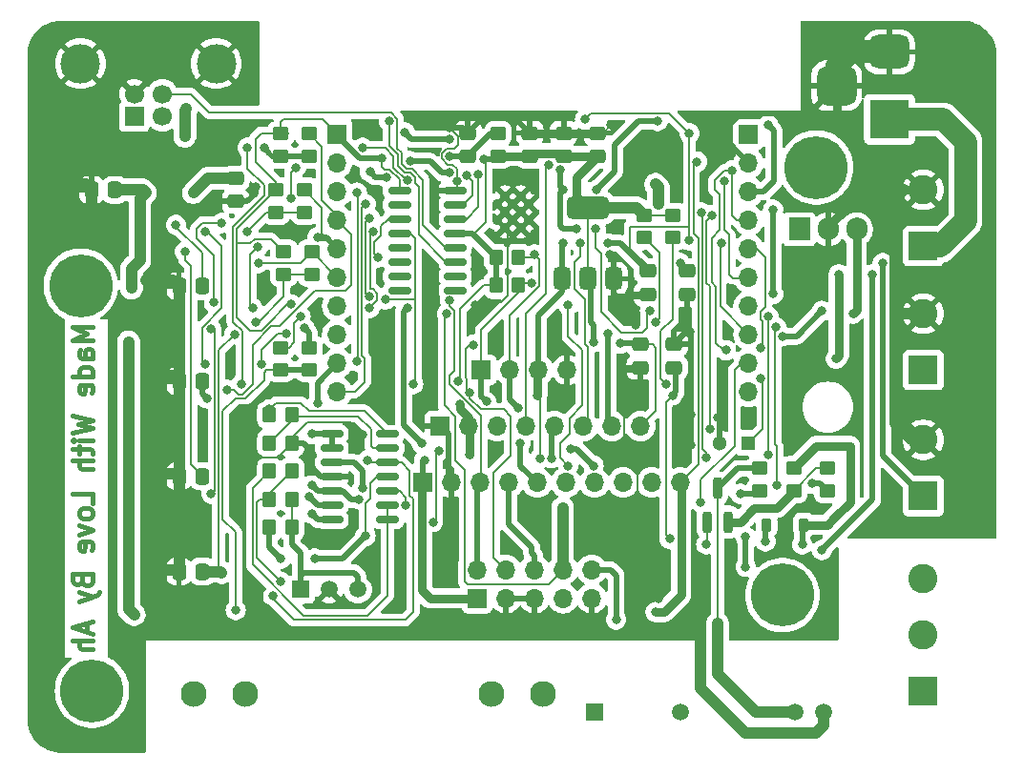
<source format=gbr>
%TF.GenerationSoftware,KiCad,Pcbnew,8.0.3*%
%TF.CreationDate,2024-06-29T17:40:47+07:00*%
%TF.ProjectId,solder-reflow,736f6c64-6572-42d7-9265-666c6f772e6b,rev?*%
%TF.SameCoordinates,Original*%
%TF.FileFunction,Copper,L2,Bot*%
%TF.FilePolarity,Positive*%
%FSLAX46Y46*%
G04 Gerber Fmt 4.6, Leading zero omitted, Abs format (unit mm)*
G04 Created by KiCad (PCBNEW 8.0.3) date 2024-06-29 17:40:47*
%MOMM*%
%LPD*%
G01*
G04 APERTURE LIST*
G04 Aperture macros list*
%AMRoundRect*
0 Rectangle with rounded corners*
0 $1 Rounding radius*
0 $2 $3 $4 $5 $6 $7 $8 $9 X,Y pos of 4 corners*
0 Add a 4 corners polygon primitive as box body*
4,1,4,$2,$3,$4,$5,$6,$7,$8,$9,$2,$3,0*
0 Add four circle primitives for the rounded corners*
1,1,$1+$1,$2,$3*
1,1,$1+$1,$4,$5*
1,1,$1+$1,$6,$7*
1,1,$1+$1,$8,$9*
0 Add four rect primitives between the rounded corners*
20,1,$1+$1,$2,$3,$4,$5,0*
20,1,$1+$1,$4,$5,$6,$7,0*
20,1,$1+$1,$6,$7,$8,$9,0*
20,1,$1+$1,$8,$9,$2,$3,0*%
G04 Aperture macros list end*
%ADD10C,0.437500*%
%TA.AperFunction,NonConductor*%
%ADD11C,0.437500*%
%TD*%
%TA.AperFunction,ComponentPad*%
%ADD12C,5.600000*%
%TD*%
%TA.AperFunction,ComponentPad*%
%ADD13R,1.500000X1.500000*%
%TD*%
%TA.AperFunction,ComponentPad*%
%ADD14C,1.500000*%
%TD*%
%TA.AperFunction,HeatsinkPad*%
%ADD15C,0.900000*%
%TD*%
%TA.AperFunction,ComponentPad*%
%ADD16R,1.700000X1.700000*%
%TD*%
%TA.AperFunction,ComponentPad*%
%ADD17C,1.700000*%
%TD*%
%TA.AperFunction,ComponentPad*%
%ADD18C,3.500000*%
%TD*%
%TA.AperFunction,ComponentPad*%
%ADD19R,2.600000X2.600000*%
%TD*%
%TA.AperFunction,ComponentPad*%
%ADD20C,2.600000*%
%TD*%
%TA.AperFunction,ComponentPad*%
%ADD21O,1.700000X1.700000*%
%TD*%
%TA.AperFunction,ComponentPad*%
%ADD22R,1.300000X1.300000*%
%TD*%
%TA.AperFunction,ComponentPad*%
%ADD23C,1.300000*%
%TD*%
%TA.AperFunction,ComponentPad*%
%ADD24R,3.500000X3.500000*%
%TD*%
%TA.AperFunction,ComponentPad*%
%ADD25RoundRect,0.750000X-1.000000X0.750000X-1.000000X-0.750000X1.000000X-0.750000X1.000000X0.750000X0*%
%TD*%
%TA.AperFunction,ComponentPad*%
%ADD26RoundRect,0.875000X-0.875000X0.875000X-0.875000X-0.875000X0.875000X-0.875000X0.875000X0.875000X0*%
%TD*%
%TA.AperFunction,SMDPad,CuDef*%
%ADD27RoundRect,0.250000X-0.450000X0.350000X-0.450000X-0.350000X0.450000X-0.350000X0.450000X0.350000X0*%
%TD*%
%TA.AperFunction,SMDPad,CuDef*%
%ADD28RoundRect,0.250000X0.337500X0.475000X-0.337500X0.475000X-0.337500X-0.475000X0.337500X-0.475000X0*%
%TD*%
%TA.AperFunction,SMDPad,CuDef*%
%ADD29RoundRect,0.250000X-0.350000X-0.450000X0.350000X-0.450000X0.350000X0.450000X-0.350000X0.450000X0*%
%TD*%
%TA.AperFunction,SMDPad,CuDef*%
%ADD30RoundRect,0.250000X0.450000X-0.350000X0.450000X0.350000X-0.450000X0.350000X-0.450000X-0.350000X0*%
%TD*%
%TA.AperFunction,SMDPad,CuDef*%
%ADD31RoundRect,0.150000X0.825000X0.150000X-0.825000X0.150000X-0.825000X-0.150000X0.825000X-0.150000X0*%
%TD*%
%TA.AperFunction,SMDPad,CuDef*%
%ADD32RoundRect,0.250000X0.350000X0.450000X-0.350000X0.450000X-0.350000X-0.450000X0.350000X-0.450000X0*%
%TD*%
%TA.AperFunction,SMDPad,CuDef*%
%ADD33RoundRect,0.250000X0.475000X-0.337500X0.475000X0.337500X-0.475000X0.337500X-0.475000X-0.337500X0*%
%TD*%
%TA.AperFunction,SMDPad,CuDef*%
%ADD34RoundRect,0.225000X0.225000X0.375000X-0.225000X0.375000X-0.225000X-0.375000X0.225000X-0.375000X0*%
%TD*%
%TA.AperFunction,SMDPad,CuDef*%
%ADD35RoundRect,0.250000X-0.475000X0.337500X-0.475000X-0.337500X0.475000X-0.337500X0.475000X0.337500X0*%
%TD*%
%TA.AperFunction,SMDPad,CuDef*%
%ADD36RoundRect,0.375000X0.375000X-0.625000X0.375000X0.625000X-0.375000X0.625000X-0.375000X-0.625000X0*%
%TD*%
%TA.AperFunction,SMDPad,CuDef*%
%ADD37RoundRect,0.500000X1.400000X-0.500000X1.400000X0.500000X-1.400000X0.500000X-1.400000X-0.500000X0*%
%TD*%
%TA.AperFunction,ComponentPad*%
%ADD38R,1.508000X1.508000*%
%TD*%
%TA.AperFunction,ComponentPad*%
%ADD39C,1.508000*%
%TD*%
%TA.AperFunction,ComponentPad*%
%ADD40C,2.300000*%
%TD*%
%TA.AperFunction,SMDPad,CuDef*%
%ADD41RoundRect,0.200000X0.200000X-0.750000X0.200000X0.750000X-0.200000X0.750000X-0.200000X-0.750000X0*%
%TD*%
%TA.AperFunction,ComponentPad*%
%ADD42R,1.905000X2.000000*%
%TD*%
%TA.AperFunction,ComponentPad*%
%ADD43O,1.905000X2.000000*%
%TD*%
%TA.AperFunction,ViaPad*%
%ADD44C,0.800000*%
%TD*%
%TA.AperFunction,Conductor*%
%ADD45C,1.000000*%
%TD*%
%TA.AperFunction,Conductor*%
%ADD46C,0.500000*%
%TD*%
%TA.AperFunction,Conductor*%
%ADD47C,0.150000*%
%TD*%
%TA.AperFunction,Conductor*%
%ADD48C,2.000000*%
%TD*%
%TA.AperFunction,Conductor*%
%ADD49C,0.800000*%
%TD*%
%TA.AperFunction,Conductor*%
%ADD50C,0.200000*%
%TD*%
G04 APERTURE END LIST*
D10*
D11*
X108307596Y-93219209D02*
X106557596Y-93219209D01*
X106557596Y-93219209D02*
X107807596Y-93802543D01*
X107807596Y-93802543D02*
X106557596Y-94385876D01*
X106557596Y-94385876D02*
X108307596Y-94385876D01*
X108307596Y-95969209D02*
X107390929Y-95969209D01*
X107390929Y-95969209D02*
X107224263Y-95885876D01*
X107224263Y-95885876D02*
X107140929Y-95719209D01*
X107140929Y-95719209D02*
X107140929Y-95385876D01*
X107140929Y-95385876D02*
X107224263Y-95219209D01*
X108224263Y-95969209D02*
X108307596Y-95802543D01*
X108307596Y-95802543D02*
X108307596Y-95385876D01*
X108307596Y-95385876D02*
X108224263Y-95219209D01*
X108224263Y-95219209D02*
X108057596Y-95135876D01*
X108057596Y-95135876D02*
X107890929Y-95135876D01*
X107890929Y-95135876D02*
X107724263Y-95219209D01*
X107724263Y-95219209D02*
X107640929Y-95385876D01*
X107640929Y-95385876D02*
X107640929Y-95802543D01*
X107640929Y-95802543D02*
X107557596Y-95969209D01*
X108307596Y-97552542D02*
X106557596Y-97552542D01*
X108224263Y-97552542D02*
X108307596Y-97385876D01*
X108307596Y-97385876D02*
X108307596Y-97052542D01*
X108307596Y-97052542D02*
X108224263Y-96885876D01*
X108224263Y-96885876D02*
X108140929Y-96802542D01*
X108140929Y-96802542D02*
X107974263Y-96719209D01*
X107974263Y-96719209D02*
X107474263Y-96719209D01*
X107474263Y-96719209D02*
X107307596Y-96802542D01*
X107307596Y-96802542D02*
X107224263Y-96885876D01*
X107224263Y-96885876D02*
X107140929Y-97052542D01*
X107140929Y-97052542D02*
X107140929Y-97385876D01*
X107140929Y-97385876D02*
X107224263Y-97552542D01*
X108224263Y-99052542D02*
X108307596Y-98885875D01*
X108307596Y-98885875D02*
X108307596Y-98552542D01*
X108307596Y-98552542D02*
X108224263Y-98385875D01*
X108224263Y-98385875D02*
X108057596Y-98302542D01*
X108057596Y-98302542D02*
X107390929Y-98302542D01*
X107390929Y-98302542D02*
X107224263Y-98385875D01*
X107224263Y-98385875D02*
X107140929Y-98552542D01*
X107140929Y-98552542D02*
X107140929Y-98885875D01*
X107140929Y-98885875D02*
X107224263Y-99052542D01*
X107224263Y-99052542D02*
X107390929Y-99135875D01*
X107390929Y-99135875D02*
X107557596Y-99135875D01*
X107557596Y-99135875D02*
X107724263Y-98302542D01*
X106557596Y-101052542D02*
X108307596Y-101469208D01*
X108307596Y-101469208D02*
X107057596Y-101802542D01*
X107057596Y-101802542D02*
X108307596Y-102135875D01*
X108307596Y-102135875D02*
X106557596Y-102552542D01*
X108307596Y-103219208D02*
X107140929Y-103219208D01*
X106557596Y-103219208D02*
X106640929Y-103135875D01*
X106640929Y-103135875D02*
X106724263Y-103219208D01*
X106724263Y-103219208D02*
X106640929Y-103302542D01*
X106640929Y-103302542D02*
X106557596Y-103219208D01*
X106557596Y-103219208D02*
X106724263Y-103219208D01*
X107140929Y-103802541D02*
X107140929Y-104469208D01*
X106557596Y-104052541D02*
X108057596Y-104052541D01*
X108057596Y-104052541D02*
X108224263Y-104135875D01*
X108224263Y-104135875D02*
X108307596Y-104302541D01*
X108307596Y-104302541D02*
X108307596Y-104469208D01*
X108307596Y-105052541D02*
X106557596Y-105052541D01*
X108307596Y-105802541D02*
X107390929Y-105802541D01*
X107390929Y-105802541D02*
X107224263Y-105719208D01*
X107224263Y-105719208D02*
X107140929Y-105552541D01*
X107140929Y-105552541D02*
X107140929Y-105302541D01*
X107140929Y-105302541D02*
X107224263Y-105135875D01*
X107224263Y-105135875D02*
X107307596Y-105052541D01*
X108307596Y-108802541D02*
X108307596Y-107969207D01*
X108307596Y-107969207D02*
X106557596Y-107969207D01*
X108307596Y-109635874D02*
X108224263Y-109469208D01*
X108224263Y-109469208D02*
X108140929Y-109385874D01*
X108140929Y-109385874D02*
X107974263Y-109302541D01*
X107974263Y-109302541D02*
X107474263Y-109302541D01*
X107474263Y-109302541D02*
X107307596Y-109385874D01*
X107307596Y-109385874D02*
X107224263Y-109469208D01*
X107224263Y-109469208D02*
X107140929Y-109635874D01*
X107140929Y-109635874D02*
X107140929Y-109885874D01*
X107140929Y-109885874D02*
X107224263Y-110052541D01*
X107224263Y-110052541D02*
X107307596Y-110135874D01*
X107307596Y-110135874D02*
X107474263Y-110219208D01*
X107474263Y-110219208D02*
X107974263Y-110219208D01*
X107974263Y-110219208D02*
X108140929Y-110135874D01*
X108140929Y-110135874D02*
X108224263Y-110052541D01*
X108224263Y-110052541D02*
X108307596Y-109885874D01*
X108307596Y-109885874D02*
X108307596Y-109635874D01*
X107140929Y-110802541D02*
X108307596Y-111219207D01*
X108307596Y-111219207D02*
X107140929Y-111635874D01*
X108224263Y-112969207D02*
X108307596Y-112802540D01*
X108307596Y-112802540D02*
X108307596Y-112469207D01*
X108307596Y-112469207D02*
X108224263Y-112302540D01*
X108224263Y-112302540D02*
X108057596Y-112219207D01*
X108057596Y-112219207D02*
X107390929Y-112219207D01*
X107390929Y-112219207D02*
X107224263Y-112302540D01*
X107224263Y-112302540D02*
X107140929Y-112469207D01*
X107140929Y-112469207D02*
X107140929Y-112802540D01*
X107140929Y-112802540D02*
X107224263Y-112969207D01*
X107224263Y-112969207D02*
X107390929Y-113052540D01*
X107390929Y-113052540D02*
X107557596Y-113052540D01*
X107557596Y-113052540D02*
X107724263Y-112219207D01*
X107390929Y-115719207D02*
X107474263Y-115969207D01*
X107474263Y-115969207D02*
X107557596Y-116052540D01*
X107557596Y-116052540D02*
X107724263Y-116135873D01*
X107724263Y-116135873D02*
X107974263Y-116135873D01*
X107974263Y-116135873D02*
X108140929Y-116052540D01*
X108140929Y-116052540D02*
X108224263Y-115969207D01*
X108224263Y-115969207D02*
X108307596Y-115802540D01*
X108307596Y-115802540D02*
X108307596Y-115135873D01*
X108307596Y-115135873D02*
X106557596Y-115135873D01*
X106557596Y-115135873D02*
X106557596Y-115719207D01*
X106557596Y-115719207D02*
X106640929Y-115885873D01*
X106640929Y-115885873D02*
X106724263Y-115969207D01*
X106724263Y-115969207D02*
X106890929Y-116052540D01*
X106890929Y-116052540D02*
X107057596Y-116052540D01*
X107057596Y-116052540D02*
X107224263Y-115969207D01*
X107224263Y-115969207D02*
X107307596Y-115885873D01*
X107307596Y-115885873D02*
X107390929Y-115719207D01*
X107390929Y-115719207D02*
X107390929Y-115135873D01*
X107140929Y-116719207D02*
X108307596Y-117135873D01*
X107140929Y-117552540D02*
X108307596Y-117135873D01*
X108307596Y-117135873D02*
X108724263Y-116969207D01*
X108724263Y-116969207D02*
X108807596Y-116885873D01*
X108807596Y-116885873D02*
X108890929Y-116719207D01*
X107807596Y-119469206D02*
X107807596Y-120302539D01*
X108307596Y-119302539D02*
X106557596Y-119885873D01*
X106557596Y-119885873D02*
X108307596Y-120469206D01*
X108307596Y-121052539D02*
X106557596Y-121052539D01*
X108307596Y-121802539D02*
X107390929Y-121802539D01*
X107390929Y-121802539D02*
X107224263Y-121719206D01*
X107224263Y-121719206D02*
X107140929Y-121552539D01*
X107140929Y-121552539D02*
X107140929Y-121302539D01*
X107140929Y-121302539D02*
X107224263Y-121135873D01*
X107224263Y-121135873D02*
X107307596Y-121052539D01*
D12*
%TO.P,H1,1,1*%
%TO.N,unconnected-(H1-Pad1)*%
X107250000Y-89500000D03*
%TD*%
D13*
%TO.P,U1,1,REF*%
%TO.N,+2V5*%
X126750000Y-116500000D03*
D14*
%TO.P,U1,2,A*%
%TO.N,GND*%
X129290000Y-116500000D03*
%TO.P,U1,3,K*%
%TO.N,+2V5*%
X131830000Y-116500000D03*
%TD*%
D15*
%TO.P,U6,39,GND*%
%TO.N,GND*%
X144190000Y-82260000D03*
X144190000Y-83660000D03*
X144890000Y-81560000D03*
X144890000Y-82960000D03*
X144890000Y-84360000D03*
X145565000Y-82260000D03*
X145565000Y-83660000D03*
X146290000Y-81560000D03*
X146290000Y-82960000D03*
X146290000Y-84360000D03*
X146990000Y-82260000D03*
X146990000Y-83660000D03*
%TD*%
D16*
%TO.P,J6,1,VBUS*%
%TO.N,+5V*%
X112000000Y-74500000D03*
D17*
%TO.P,J6,2,D-*%
%TO.N,Net-(J6-D-)*%
X114500000Y-74500000D03*
%TO.P,J6,3,D+*%
%TO.N,Net-(J6-D+)*%
X114500000Y-72500000D03*
%TO.P,J6,4,GND*%
%TO.N,GND*%
X112000000Y-72500000D03*
D18*
%TO.P,J6,5,Shield*%
X107230000Y-69790000D03*
X119270000Y-69790000D03*
%TD*%
D19*
%TO.P,J3,1,Pin_1*%
%TO.N,/PT100Voltage*%
X182000000Y-97000000D03*
D20*
%TO.P,J3,2,Pin_2*%
%TO.N,GND*%
X182000000Y-92000000D03*
%TD*%
D12*
%TO.P,H2,1,1*%
%TO.N,unconnected-(H2-Pad1)*%
X172500000Y-79000000D03*
%TD*%
D16*
%TO.P,J13,1,VTref*%
%TO.N,+3.3V*%
X142425000Y-117275000D03*
D21*
%TO.P,J13,2,SWDIO/TMS*%
%TO.N,/MTMS*%
X142425000Y-114735000D03*
%TO.P,J13,3,GND*%
%TO.N,GND*%
X144965000Y-117275000D03*
%TO.P,J13,4,SWCLK/TCK*%
%TO.N,/MTCK*%
X144965000Y-114735000D03*
%TO.P,J13,5,GND*%
%TO.N,GND*%
X147505000Y-117275000D03*
%TO.P,J13,6,SWO/TDO*%
%TO.N,/MTDO*%
X147505000Y-114735000D03*
%TO.P,J13,7,KEY*%
%TO.N,unconnected-(J13-KEY-Pad7)*%
X150045000Y-117275000D03*
%TO.P,J13,8,NC/TDI*%
%TO.N,/MTDI*%
X150045000Y-114735000D03*
%TO.P,J13,9,GNDDetect*%
%TO.N,GND*%
X152585000Y-117275000D03*
%TO.P,J13,10,~{RESET}*%
%TO.N,/EN*%
X152585000Y-114735000D03*
%TD*%
D12*
%TO.P,H5,1,1*%
%TO.N,unconnected-(H5-Pad1)*%
X108250000Y-125500000D03*
%TD*%
D16*
%TO.P,J11,1,Pin_1*%
%TO.N,GND*%
X139125000Y-101975000D03*
D21*
%TO.P,J11,2,Pin_2*%
%TO.N,+3.3V*%
X141665000Y-101975000D03*
%TO.P,J11,3,Pin_3*%
%TO.N,/VSPI_CLK*%
X144205000Y-101975000D03*
%TO.P,J11,4,Pin_4*%
%TO.N,/VSPI_D*%
X146745000Y-101975000D03*
%TO.P,J11,5,Pin_5*%
%TO.N,/LCD_RST*%
X149285000Y-101975000D03*
%TO.P,J11,6,Pin_6*%
%TO.N,/LCD_DC*%
X151825000Y-101975000D03*
%TO.P,J11,7,Pin_7*%
%TO.N,/LCD_CS*%
X154365000Y-101975000D03*
%TO.P,J11,8,Pin_8*%
%TO.N,+3.3V*%
X156905000Y-101975000D03*
%TD*%
D22*
%TO.P,TH1,1*%
%TO.N,/PT100Voltage*%
X166500000Y-103500000D03*
D23*
%TO.P,TH1,2*%
%TO.N,GND*%
X163960000Y-103500000D03*
%TD*%
D16*
%TO.P,J8,1,Pin_1*%
%TO.N,+5V*%
X166500000Y-76075000D03*
D21*
%TO.P,J8,2,Pin_2*%
%TO.N,GND*%
X166500000Y-78615000D03*
%TO.P,J8,3,Pin_3*%
%TO.N,/IO0*%
X166500000Y-81155000D03*
%TO.P,J8,4,Pin_4*%
%TO.N,/RXD*%
X166500000Y-83695000D03*
%TO.P,J8,5,Pin_5*%
%TO.N,/LCD_CS*%
X166500000Y-86235000D03*
%TO.P,J8,6,Pin_6*%
%TO.N,/TXD*%
X166500000Y-88775000D03*
%TO.P,J8,7,Pin_7*%
%TO.N,/SSRIN1*%
X166500000Y-91315000D03*
%TO.P,J8,8,Pin_8*%
%TO.N,/VSPI_CS0*%
X166500000Y-93855000D03*
%TO.P,J8,9,Pin_9*%
%TO.N,/MTDI*%
X166500000Y-96395000D03*
%TO.P,J8,10,Pin_10*%
%TO.N,/MTCK*%
X166500000Y-98935000D03*
%TD*%
D19*
%TO.P,J1,1,Pin_1*%
%TO.N,AC*%
X182000000Y-125500000D03*
D20*
%TO.P,J1,2,Pin_2*%
%TO.N,unconnected-(J1-Pin_2-Pad2)*%
X182000000Y-120500000D03*
%TO.P,J1,3,Pin_3*%
%TO.N,Net-(J1-Pin_3)*%
X182000000Y-115500000D03*
%TD*%
D19*
%TO.P,J9,1,Pin_1*%
%TO.N,+12V*%
X182000000Y-86000000D03*
D20*
%TO.P,J9,2,Pin_2*%
%TO.N,GND*%
X182000000Y-81000000D03*
%TD*%
D16*
%TO.P,J2,1,Pin_1*%
%TO.N,/I2C_SDA*%
X142790000Y-96990000D03*
D21*
%TO.P,J2,2,Pin_2*%
%TO.N,/I2C_SCL*%
X145330000Y-96990000D03*
%TO.P,J2,3,Pin_3*%
%TO.N,+5V*%
X147870000Y-96990000D03*
%TO.P,J2,4,Pin_4*%
%TO.N,GND*%
X150410000Y-96990000D03*
%TD*%
D19*
%TO.P,J5,1,Pin_1*%
%TO.N,Net-(J5-Pin_1)*%
X182000000Y-108194674D03*
D20*
%TO.P,J5,2,Pin_2*%
%TO.N,GND*%
X182000000Y-103194674D03*
%TD*%
D16*
%TO.P,J7,1,Pin_1*%
%TO.N,+3.3V*%
X137575000Y-107000000D03*
D21*
%TO.P,J7,2,Pin_2*%
%TO.N,GND*%
X140115000Y-107000000D03*
%TO.P,J7,3,Pin_3*%
%TO.N,/MTMS*%
X142655000Y-107000000D03*
%TO.P,J7,4,Pin_4*%
%TO.N,/MTDO*%
X145195000Y-107000000D03*
%TO.P,J7,5,Pin_5*%
%TO.N,/I2C_SDA*%
X147735000Y-107000000D03*
%TO.P,J7,6,Pin_6*%
%TO.N,/I2C_SCL*%
X150275000Y-107000000D03*
%TO.P,J7,7,Pin_7*%
%TO.N,/VSPI_CLK*%
X152815000Y-107000000D03*
%TO.P,J7,8,Pin_8*%
%TO.N,/VSPI_Q*%
X155355000Y-107000000D03*
%TO.P,J7,9,Pin_9*%
%TO.N,/SSRIN2*%
X157895000Y-107000000D03*
%TO.P,J7,10,Pin_10*%
%TO.N,/IN4*%
X160435000Y-107000000D03*
%TD*%
D12*
%TO.P,H4,1,1*%
%TO.N,unconnected-(H4-Pad1)*%
X169500000Y-117000000D03*
%TD*%
D24*
%TO.P,J4,1*%
%TO.N,+12V*%
X179000000Y-74750000D03*
D25*
%TO.P,J4,2*%
%TO.N,GND*%
X179000000Y-68750000D03*
D26*
%TO.P,J4,3*%
X174300000Y-71750000D03*
%TD*%
D16*
%TO.P,J10,1,Pin_1*%
%TO.N,+3.3V*%
X130000000Y-76075000D03*
D21*
%TO.P,J10,2,Pin_2*%
%TO.N,GND*%
X130000000Y-78615000D03*
%TO.P,J10,3,Pin_3*%
%TO.N,/VSPI_D*%
X130000000Y-81155000D03*
%TO.P,J10,4,Pin_4*%
%TO.N,/IN3*%
X130000000Y-83695000D03*
%TO.P,J10,5,Pin_5*%
%TO.N,/IN2*%
X130000000Y-86235000D03*
%TO.P,J10,6,Pin_6*%
%TO.N,/IN1*%
X130000000Y-88775000D03*
%TO.P,J10,7,Pin_7*%
%TO.N,/LCD_RST*%
X130000000Y-91315000D03*
%TO.P,J10,8,Pin_8*%
%TO.N,/LCD_DC*%
X130000000Y-93855000D03*
%TO.P,J10,9,Pin_9*%
%TO.N,/PT100*%
X130000000Y-96395000D03*
%TO.P,J10,10,Pin_10*%
%TO.N,/ADC1_CH7*%
X130000000Y-98935000D03*
%TD*%
D27*
%TO.P,R31,1*%
%TO.N,/IN3*%
X127500000Y-76000000D03*
%TO.P,R31,2*%
%TO.N,Net-(R19-Pad2)*%
X127500000Y-78000000D03*
%TD*%
D28*
%TO.P,C19,1*%
%TO.N,/IN4*%
X118037500Y-114900000D03*
%TO.P,C19,2*%
%TO.N,GND*%
X115962500Y-114900000D03*
%TD*%
D29*
%TO.P,R6,1*%
%TO.N,Net-(R3-Pad2)*%
X124000000Y-100990000D03*
%TO.P,R6,2*%
%TO.N,Net-(U2A--)*%
X126000000Y-100990000D03*
%TD*%
D30*
%TO.P,R14,1*%
%TO.N,Net-(Q1-B)*%
X170500000Y-107750000D03*
%TO.P,R14,2*%
%TO.N,Net-(D1-K)*%
X170500000Y-105750000D03*
%TD*%
D31*
%TO.P,U7,1,GND*%
%TO.N,GND*%
X140475000Y-81055000D03*
%TO.P,U7,2,TXD*%
%TO.N,/TXD*%
X140475000Y-82325000D03*
%TO.P,U7,3,RXD*%
%TO.N,/RXD*%
X140475000Y-83595000D03*
%TO.P,U7,4,V3*%
%TO.N,+3.3V*%
X140475000Y-84865000D03*
%TO.P,U7,5,UD+*%
%TO.N,Net-(J6-D+)*%
X140475000Y-86135000D03*
%TO.P,U7,6,UD-*%
%TO.N,Net-(J6-D-)*%
X140475000Y-87405000D03*
%TO.P,U7,7,NC*%
%TO.N,unconnected-(U7-NC-Pad7)*%
X140475000Y-88675000D03*
%TO.P,U7,8,~{OUT}/~{DTR}*%
%TO.N,unconnected-(U7-~{OUT}{slash}~{DTR}-Pad8)*%
X140475000Y-89945000D03*
%TO.P,U7,9,~{CTS}*%
%TO.N,unconnected-(U7-~{CTS}-Pad9)*%
X135525000Y-89945000D03*
%TO.P,U7,10,~{DSR}*%
%TO.N,unconnected-(U7-~{DSR}-Pad10)*%
X135525000Y-88675000D03*
%TO.P,U7,11,~{RI}*%
%TO.N,unconnected-(U7-~{RI}-Pad11)*%
X135525000Y-87405000D03*
%TO.P,U7,12,~{DCD}*%
%TO.N,unconnected-(U7-~{DCD}-Pad12)*%
X135525000Y-86135000D03*
%TO.P,U7,13,~{DTR}*%
%TO.N,/DTR*%
X135525000Y-84865000D03*
%TO.P,U7,14,~{RTS}*%
%TO.N,/RTS*%
X135525000Y-83595000D03*
%TO.P,U7,15,R232*%
%TO.N,unconnected-(U7-R232-Pad15)*%
X135525000Y-82325000D03*
%TO.P,U7,16,VCC*%
%TO.N,+3.3V*%
X135525000Y-81055000D03*
%TD*%
D27*
%TO.P,R32,1*%
%TO.N,/IN4*%
X127500000Y-95000000D03*
%TO.P,R32,2*%
%TO.N,Net-(R20-Pad2)*%
X127500000Y-97000000D03*
%TD*%
D32*
%TO.P,R12,1*%
%TO.N,/I2C_SDA*%
X146090000Y-89490000D03*
%TO.P,R12,2*%
%TO.N,+3.3V*%
X144090000Y-89490000D03*
%TD*%
D33*
%TO.P,C8,1*%
%TO.N,+5V*%
X159893000Y-96787500D03*
%TO.P,C8,2*%
%TO.N,GND*%
X159893000Y-94712500D03*
%TD*%
D27*
%TO.P,R26,1*%
%TO.N,+3.3V*%
X157250000Y-83250000D03*
%TO.P,R26,2*%
%TO.N,Net-(D7-A)*%
X157250000Y-85250000D03*
%TD*%
%TO.P,R27,1*%
%TO.N,+3.3V*%
X159750000Y-83250000D03*
%TO.P,R27,2*%
%TO.N,Net-(D8-A)*%
X159750000Y-85250000D03*
%TD*%
%TO.P,R17,1*%
%TO.N,+3.3V*%
X124590002Y-81000000D03*
%TO.P,R17,2*%
%TO.N,Net-(R17-Pad2)*%
X124590002Y-83000000D03*
%TD*%
D32*
%TO.P,R4,1*%
%TO.N,Net-(U2A-+)*%
X126000000Y-105990000D03*
%TO.P,R4,2*%
%TO.N,Net-(U2B--)*%
X124000000Y-105990000D03*
%TD*%
D33*
%TO.P,C11,1*%
%TO.N,/EN*%
X141590000Y-78027500D03*
%TO.P,C11,2*%
%TO.N,GND*%
X141590000Y-75952500D03*
%TD*%
D30*
%TO.P,R15,1*%
%TO.N,/SSRIN1*%
X173500000Y-107750000D03*
%TO.P,R15,2*%
%TO.N,Net-(Q1-B)*%
X173500000Y-105750000D03*
%TD*%
%TO.P,R28,1*%
%TO.N,+3.3V*%
X144290910Y-78000000D03*
%TO.P,R28,2*%
%TO.N,/EN*%
X144290910Y-76000000D03*
%TD*%
D28*
%TO.P,C17,1*%
%TO.N,/IN3*%
X118037500Y-98000000D03*
%TO.P,C17,2*%
%TO.N,GND*%
X115962500Y-98000000D03*
%TD*%
D34*
%TO.P,D1,1,K*%
%TO.N,Net-(D1-K)*%
X171400000Y-110750000D03*
%TO.P,D1,2,A*%
%TO.N,+5V*%
X168100000Y-110750000D03*
%TD*%
D27*
%TO.P,R20,1*%
%TO.N,+3.3V*%
X124999998Y-95000000D03*
%TO.P,R20,2*%
%TO.N,Net-(R20-Pad2)*%
X124999998Y-97000000D03*
%TD*%
D33*
%TO.P,C13,1*%
%TO.N,+3.3V*%
X147090000Y-78027500D03*
%TO.P,C13,2*%
%TO.N,GND*%
X147090000Y-75952500D03*
%TD*%
D28*
%TO.P,C16,1*%
%TO.N,/IN2*%
X118037500Y-89550000D03*
%TO.P,C16,2*%
%TO.N,GND*%
X115962500Y-89550000D03*
%TD*%
%TO.P,C18,1*%
%TO.N,/IN1*%
X118037500Y-106450000D03*
%TO.P,C18,2*%
%TO.N,GND*%
X115962500Y-106450000D03*
%TD*%
D35*
%TO.P,C15,1*%
%TO.N,/IO0*%
X121000000Y-79962500D03*
%TO.P,C15,2*%
%TO.N,GND*%
X121000000Y-82037500D03*
%TD*%
D36*
%TO.P,U3,1,GND*%
%TO.N,GND*%
X154550000Y-88900000D03*
%TO.P,U3,2,VO*%
%TO.N,+3.3V*%
X152250000Y-88900000D03*
D37*
X152250000Y-82600000D03*
D36*
%TO.P,U3,3,VI*%
%TO.N,+5V*%
X149950000Y-88900000D03*
%TD*%
D35*
%TO.P,C6,1*%
%TO.N,+12V*%
X161051192Y-88212500D03*
%TO.P,C6,2*%
%TO.N,GND*%
X161051192Y-90287500D03*
%TD*%
%TO.P,C9,1*%
%TO.N,+3.3V*%
X156893000Y-94712500D03*
%TO.P,C9,2*%
%TO.N,GND*%
X156893000Y-96787500D03*
%TD*%
D38*
%TO.P,K1,1,L1*%
%TO.N,Net-(J1-Pin_3)*%
X152840000Y-127400000D03*
D39*
%TO.P,K1,2,L2*%
%TO.N,Net-(K1-L2)*%
X160460000Y-127400000D03*
%TO.P,K1,3,+*%
%TO.N,Net-(K1-+)*%
X170620000Y-127400000D03*
%TO.P,K1,4,-*%
%TO.N,GND*%
X173160000Y-127400000D03*
%TD*%
D32*
%TO.P,R2,1*%
%TO.N,+2V5*%
X126000000Y-108490000D03*
%TO.P,R2,2*%
%TO.N,Net-(U2A-+)*%
X124000000Y-108490000D03*
%TD*%
D30*
%TO.P,R18,1*%
%TO.N,Net-(D2-A)*%
X167500000Y-107750000D03*
%TO.P,R18,2*%
%TO.N,Net-(K1-+)*%
X167500000Y-105750000D03*
%TD*%
D33*
%TO.P,C2,1*%
%TO.N,+3.3V*%
X153090000Y-78027500D03*
%TO.P,C2,2*%
%TO.N,GND*%
X153090000Y-75952500D03*
%TD*%
D40*
%TO.P,F1,1*%
%TO.N,AC*%
X148250000Y-125750000D03*
X143650000Y-125750000D03*
%TO.P,F1,2*%
%TO.N,Net-(K1-L2)*%
X121850000Y-125750000D03*
X117250000Y-125750000D03*
%TD*%
D32*
%TO.P,R5,1*%
%TO.N,GND*%
X126000000Y-103490000D03*
%TO.P,R5,2*%
%TO.N,Net-(U2A--)*%
X124000000Y-103490000D03*
%TD*%
D27*
%TO.P,R19,1*%
%TO.N,+3.3V*%
X124999998Y-76000000D03*
%TO.P,R19,2*%
%TO.N,Net-(R19-Pad2)*%
X124999998Y-78000000D03*
%TD*%
D35*
%TO.P,C7,1*%
%TO.N,+5V*%
X157551192Y-88212500D03*
%TO.P,C7,2*%
%TO.N,GND*%
X157551192Y-90287500D03*
%TD*%
D32*
%TO.P,R13,1*%
%TO.N,/I2C_SCL*%
X146090000Y-86990000D03*
%TO.P,R13,2*%
%TO.N,+3.3V*%
X144090000Y-86990000D03*
%TD*%
D27*
%TO.P,R29,1*%
%TO.N,/IN1*%
X127750002Y-86500000D03*
%TO.P,R29,2*%
%TO.N,Net-(R16-Pad2)*%
X127750002Y-88500000D03*
%TD*%
%TO.P,R16,1*%
%TO.N,+3.3V*%
X125250000Y-86500000D03*
%TO.P,R16,2*%
%TO.N,Net-(R16-Pad2)*%
X125250000Y-88500000D03*
%TD*%
D31*
%TO.P,U2,1*%
%TO.N,Net-(R3-Pad2)*%
X134475000Y-102690000D03*
%TO.P,U2,2,-*%
%TO.N,Net-(U2A--)*%
X134475000Y-103960000D03*
%TO.P,U2,3,+*%
%TO.N,Net-(U2A-+)*%
X134475000Y-105230000D03*
%TO.P,U2,4,V+*%
%TO.N,+5V*%
X134475000Y-106500000D03*
%TO.P,U2,5,+*%
%TO.N,/PT100Voltage*%
X134475000Y-107770000D03*
%TO.P,U2,6,-*%
%TO.N,Net-(U2B--)*%
X134475000Y-109040000D03*
%TO.P,U2,7*%
X134475000Y-110310000D03*
%TO.P,U2,8*%
%TO.N,Net-(U2D-+)*%
X129525000Y-110310000D03*
%TO.P,U2,9,-*%
%TO.N,Net-(U2C--)*%
X129525000Y-109040000D03*
%TO.P,U2,10,+*%
%TO.N,Net-(U2C-+)*%
X129525000Y-107770000D03*
%TO.P,U2,11,V-*%
%TO.N,GND*%
X129525000Y-106500000D03*
%TO.P,U2,12,+*%
%TO.N,Net-(U2D-+)*%
X129525000Y-105230000D03*
%TO.P,U2,13,-*%
%TO.N,/PT100*%
X129525000Y-103960000D03*
%TO.P,U2,14*%
X129525000Y-102690000D03*
%TD*%
D32*
%TO.P,R1,1*%
%TO.N,+2V5*%
X126000000Y-110990000D03*
%TO.P,R1,2*%
%TO.N,+5V*%
X124000000Y-110990000D03*
%TD*%
D28*
%TO.P,C14,1*%
%TO.N,/EN*%
X110287500Y-81000000D03*
%TO.P,C14,2*%
%TO.N,GND*%
X108212500Y-81000000D03*
%TD*%
D33*
%TO.P,C12,1*%
%TO.N,+3.3V*%
X150090000Y-78027500D03*
%TO.P,C12,2*%
%TO.N,GND*%
X150090000Y-75952500D03*
%TD*%
D41*
%TO.P,Q1,1,B*%
%TO.N,Net-(Q1-B)*%
X164700000Y-110500000D03*
%TO.P,Q1,2,E*%
%TO.N,Net-(D1-K)*%
X162800000Y-110500000D03*
%TO.P,Q1,3,C*%
%TO.N,Net-(K1-+)*%
X163750000Y-107500000D03*
%TD*%
D42*
%TO.P,U4,1,IN*%
%TO.N,+12V*%
X171000000Y-84500000D03*
D43*
%TO.P,U4,2,GND*%
%TO.N,GND*%
X173540000Y-84500000D03*
%TO.P,U4,3,OUT*%
%TO.N,+5V*%
X176080000Y-84500000D03*
%TD*%
D27*
%TO.P,R30,1*%
%TO.N,/IN2*%
X127090004Y-81000000D03*
%TO.P,R30,2*%
%TO.N,Net-(R17-Pad2)*%
X127090004Y-83000000D03*
%TD*%
D44*
%TO.N,GND*%
X154308240Y-75268955D03*
X113250000Y-97500000D03*
X113000000Y-89000000D03*
X162250000Y-114750000D03*
X156000000Y-103714748D03*
X113250000Y-106250000D03*
X142250000Y-91250000D03*
X163751192Y-101250000D03*
X161353424Y-103691980D03*
X113250000Y-114750000D03*
X105250000Y-80500000D03*
X156500000Y-93000000D03*
X161298129Y-93564854D03*
X111000000Y-86250000D03*
X121000000Y-105750000D03*
X132250000Y-102750000D03*
X140000000Y-75500000D03*
X154180101Y-86725506D03*
X122750000Y-80750000D03*
X161376192Y-101000000D03*
X158500000Y-117275000D03*
X155250000Y-97000000D03*
X140642505Y-80264497D03*
%TO.N,Net-(D1-K)*%
X162750000Y-112500000D03*
X171250000Y-112500000D03*
%TO.N,+5V*%
X152000000Y-74750000D03*
X150000000Y-85725000D03*
X154001951Y-85741280D03*
X161250000Y-85500000D03*
X148000000Y-104825000D03*
X116620407Y-73825000D03*
X147750000Y-99250000D03*
X175751041Y-92001041D03*
X132500000Y-111750000D03*
X125000000Y-113750000D03*
X159500000Y-112000000D03*
X159750000Y-99250000D03*
X116500000Y-76250000D03*
X138500000Y-110500000D03*
X161250000Y-76000000D03*
X168000000Y-112225000D03*
X139000000Y-104175000D03*
X128000000Y-113750000D03*
%TO.N,Net-(U2A-+)*%
X124952298Y-115797702D03*
X124320407Y-117075000D03*
X132707336Y-105000000D03*
%TO.N,Net-(R3-Pad2)*%
X124000000Y-100500000D03*
%TO.N,Net-(D2-A)*%
X166250000Y-111825000D03*
X166250000Y-114500000D03*
X165750000Y-108000000D03*
%TO.N,Net-(D3-A)*%
X158500000Y-82265000D03*
X158250000Y-80500000D03*
%TO.N,Net-(U2D-+)*%
X132250000Y-107500000D03*
X127750000Y-109750000D03*
%TO.N,+3.3V*%
X155117467Y-94656690D03*
X152750000Y-94500000D03*
X125912867Y-91162867D03*
X141750000Y-104525000D03*
X140750000Y-98000000D03*
X126750000Y-92250000D03*
X137750000Y-105000000D03*
X143000000Y-78250000D03*
X140865000Y-100069593D03*
X133925000Y-78226998D03*
X125350000Y-76000000D03*
%TO.N,Net-(U2C-+)*%
X127750000Y-107250000D03*
X131950000Y-108475903D03*
%TO.N,+12V*%
X160425000Y-87500000D03*
%TO.N,/EN*%
X134352298Y-79852298D03*
X132897702Y-79397702D03*
X154750000Y-119175000D03*
X111750000Y-89750000D03*
X111500000Y-94500000D03*
X113000000Y-81250000D03*
X140000000Y-78000000D03*
X112000000Y-118750000D03*
%TO.N,/IO0*%
X126350002Y-79000000D03*
X132250000Y-77250000D03*
X118250000Y-84750000D03*
X152925000Y-84500000D03*
X149750000Y-79250000D03*
X136493637Y-78455000D03*
X168250000Y-75250000D03*
X117250000Y-81250000D03*
X136200000Y-80155000D03*
X157750000Y-91750000D03*
X158431558Y-74889463D03*
X150000000Y-80995000D03*
X139967505Y-79500000D03*
X118250000Y-96500000D03*
X151250000Y-84500000D03*
X153000000Y-81000000D03*
X125910281Y-81787853D03*
%TO.N,/IN2*%
X115692913Y-84122835D03*
X128250000Y-85250000D03*
%TO.N,/IN3*%
X120250000Y-98750000D03*
X118425000Y-99500000D03*
%TO.N,/IN1*%
X116500000Y-86500000D03*
X123000000Y-87500000D03*
%TO.N,/IN4*%
X120900000Y-93825000D03*
X161925000Y-78500000D03*
X127075000Y-93250000D03*
X119750000Y-115000000D03*
X158250000Y-118500000D03*
%TO.N,Net-(D4-K)*%
X174250000Y-96000000D03*
X174500000Y-88500000D03*
%TO.N,Net-(D5-A)*%
X173000000Y-113000000D03*
X177500000Y-88500000D03*
%TO.N,/TXD*%
X141500000Y-79750000D03*
X164325000Y-80233237D03*
%TO.N,Net-(D7-A)*%
X158218000Y-92750000D03*
%TO.N,/RXD*%
X164500000Y-95250000D03*
X142500000Y-79645000D03*
X165000000Y-79290000D03*
%TO.N,Net-(D8-A)*%
X159218000Y-98250000D03*
%TO.N,/I2C_SCL*%
X147500000Y-86750000D03*
X146066499Y-100361903D03*
%TO.N,/I2C_SDA*%
X143226998Y-99825000D03*
X146250000Y-103500000D03*
X147250000Y-89250000D03*
%TO.N,/PT100Voltage*%
X167575000Y-97750000D03*
X136075000Y-109000000D03*
%TO.N,Net-(J5-Pin_1)*%
X178400000Y-87500000D03*
%TO.N,Net-(J6-D-)*%
X134621032Y-74924372D03*
%TO.N,/VSPI_CLK*%
X150750000Y-104000000D03*
X163250000Y-83250000D03*
X152750000Y-105500000D03*
X163076192Y-102250000D03*
%TO.N,/MTMS*%
X140000000Y-90845000D03*
%TO.N,/VSPI_Q*%
X162726192Y-104739748D03*
X162275000Y-83000000D03*
%TO.N,/SSRIN2*%
X168250000Y-104500000D03*
X168675000Y-82750000D03*
X168675000Y-90250000D03*
X168250000Y-92250000D03*
%TO.N,/MTDO*%
X150500000Y-91250000D03*
X150500000Y-105500000D03*
%TO.N,/VSPI_CS0*%
X164075000Y-85750000D03*
%TO.N,/MTDI*%
X162250000Y-108750000D03*
X150000000Y-109250000D03*
X139750000Y-92000000D03*
%TO.N,/MTCK*%
X141750000Y-99000000D03*
X142115000Y-94750000D03*
%TO.N,/SSRIN1*%
X169000000Y-107250000D03*
X168925000Y-93181847D03*
X172102298Y-107102298D03*
%TO.N,/VSPI_D*%
X136025000Y-75915000D03*
X140000000Y-76500000D03*
X148750000Y-78750000D03*
%TO.N,/LCD_DC*%
X151575000Y-85725000D03*
X132875000Y-91500003D03*
X133224999Y-84739037D03*
%TO.N,/LCD_RST*%
X136225000Y-91500000D03*
X132874999Y-83488968D03*
X149000003Y-104825000D03*
X137500000Y-103500000D03*
X132875000Y-90500000D03*
%TO.N,/PT100*%
X127750000Y-102700000D03*
X131750000Y-81250000D03*
X128250000Y-99975000D03*
X131750000Y-96250000D03*
%TO.N,/ADC1_CH7*%
X132525000Y-82265000D03*
%TO.N,Net-(Q2-B)*%
X169500000Y-94000000D03*
X173000000Y-91750000D03*
%TO.N,/RTS*%
X133575000Y-87000000D03*
X122975000Y-86025433D03*
X122500000Y-91500000D03*
%TO.N,Net-(Q4-B)*%
X125500000Y-93750000D03*
X123250000Y-96500000D03*
%TO.N,/DTR*%
X136750000Y-98250000D03*
X134250000Y-90750000D03*
%TO.N,Net-(R16-Pad2)*%
X122750000Y-92750000D03*
X118825000Y-108000000D03*
X118814798Y-93389798D03*
%TO.N,Net-(R17-Pad2)*%
X119750000Y-83950000D03*
X119075000Y-91000000D03*
X122000000Y-84750000D03*
%TO.N,Net-(R19-Pad2)*%
X121500000Y-98250000D03*
X123500000Y-77250000D03*
X122050000Y-77250000D03*
%TO.N,Net-(R20-Pad2)*%
X121000000Y-118325000D03*
%TO.N,Net-(U2C--)*%
X127500000Y-108250000D03*
%TO.N,/LCD_CS*%
X167575000Y-95000000D03*
X154000000Y-93750000D03*
%TD*%
D45*
%TO.N,GND*%
X173160000Y-128590000D02*
X172500000Y-129250000D01*
D46*
X139850000Y-102700000D02*
X139850000Y-106735000D01*
D45*
X166250000Y-129250000D02*
X162250000Y-125250000D01*
X115462500Y-97500000D02*
X115962500Y-98000000D01*
D47*
X156000000Y-103714748D02*
X156000000Y-103750000D01*
D46*
X157338692Y-90500000D02*
X157551192Y-90287500D01*
X156500000Y-93000000D02*
X156000000Y-92500000D01*
X154550000Y-88900000D02*
X154550000Y-87095405D01*
D48*
X174300000Y-69950000D02*
X175500000Y-68750000D01*
D45*
X113250000Y-114750000D02*
X115812500Y-114750000D01*
D47*
X157338692Y-90500000D02*
X154750000Y-90500000D01*
D46*
X139125000Y-101975000D02*
X139850000Y-102700000D01*
D49*
X180250000Y-81000000D02*
X182000000Y-81000000D01*
X173540000Y-84500000D02*
X173540000Y-84210000D01*
D46*
X161376192Y-100500000D02*
X161376192Y-93642917D01*
X165785000Y-74190000D02*
X171860000Y-74190000D01*
D47*
X154750000Y-90500000D02*
X154550000Y-90300000D01*
D49*
X174300000Y-75050000D02*
X175125000Y-75875000D01*
D47*
X126000000Y-103490000D02*
X126000000Y-103000000D01*
X156500000Y-104250000D02*
X155490000Y-103240000D01*
X142250000Y-91250000D02*
X142500000Y-91000000D01*
D45*
X115812500Y-114750000D02*
X115962500Y-114900000D01*
X173160000Y-127400000D02*
X173160000Y-128590000D01*
D47*
X142500000Y-91000000D02*
X144500000Y-91000000D01*
X140642505Y-80264497D02*
X140642505Y-79142505D01*
D46*
X145637500Y-74500000D02*
X147090000Y-75952500D01*
X122750000Y-81287500D02*
X122000000Y-82037500D01*
D47*
X145104181Y-84574181D02*
X144890000Y-84360000D01*
X140642505Y-80264497D02*
X140642505Y-80887495D01*
D45*
X172500000Y-129250000D02*
X166250000Y-129250000D01*
D46*
X166500000Y-78615000D02*
X164750000Y-76865000D01*
D45*
X113250000Y-97500000D02*
X115462500Y-97500000D01*
X182000000Y-103194674D02*
X180944674Y-103194674D01*
D46*
X152585000Y-119415000D02*
X152250000Y-119750000D01*
D47*
X156615874Y-107865874D02*
X156615874Y-104365874D01*
D46*
X163960000Y-101458808D02*
X163751192Y-101250000D01*
D45*
X182000000Y-92000000D02*
X179500000Y-92000000D01*
D46*
X147505000Y-118995000D02*
X147505000Y-117275000D01*
X162250000Y-114750000D02*
X162250000Y-119750000D01*
D47*
X122000000Y-104750000D02*
X121000000Y-105750000D01*
D46*
X147500000Y-119000000D02*
X147505000Y-118995000D01*
D45*
X179500000Y-92000000D02*
X179500000Y-81750000D01*
D46*
X126990000Y-103490000D02*
X127375000Y-103875000D01*
D47*
X123000000Y-104750000D02*
X122000000Y-104750000D01*
D46*
X171860000Y-74190000D02*
X174300000Y-71750000D01*
D49*
X173540000Y-84210000D02*
X176750000Y-81000000D01*
D47*
X140642505Y-79142505D02*
X140250000Y-78750000D01*
D45*
X111000000Y-86250000D02*
X108212500Y-83462500D01*
D46*
X122750000Y-80750000D02*
X122750000Y-81287500D01*
D47*
X140250000Y-78750000D02*
X139795405Y-78750000D01*
X154550000Y-90300000D02*
X154550000Y-90250000D01*
D45*
X115762500Y-106250000D02*
X115962500Y-106450000D01*
D47*
X139250000Y-77795405D02*
X139272703Y-77772703D01*
X140425000Y-77325000D02*
X140750000Y-77000000D01*
X126000000Y-103490000D02*
X124740000Y-104750000D01*
D46*
X161376192Y-93642917D02*
X161298129Y-93564854D01*
X121000000Y-82037500D02*
X122000000Y-82037500D01*
D47*
X156000000Y-103750000D02*
X156500000Y-104250000D01*
D46*
X161040646Y-93564854D02*
X159893000Y-94712500D01*
D49*
X174300000Y-71750000D02*
X174300000Y-75050000D01*
D45*
X162250000Y-125250000D02*
X162250000Y-123250000D01*
D46*
X156000000Y-92500000D02*
X156000000Y-90500000D01*
D47*
X140750000Y-76250000D02*
X140000000Y-75500000D01*
D46*
X129525000Y-106500000D02*
X128550001Y-106500000D01*
D48*
X175500000Y-68750000D02*
X179000000Y-68750000D01*
D45*
X115412500Y-89000000D02*
X115962500Y-89550000D01*
X115962500Y-106450000D02*
X115962500Y-114900000D01*
D46*
X161376192Y-101000000D02*
X161376192Y-100500000D01*
X152250000Y-119750000D02*
X147750000Y-119750000D01*
X152585000Y-117275000D02*
X152585000Y-119415000D01*
X127375000Y-103875000D02*
X127375000Y-105324999D01*
D47*
X139250000Y-77795406D02*
X139272703Y-77772703D01*
D46*
X127375000Y-105324999D02*
X127800001Y-105750000D01*
D47*
X153624695Y-75952500D02*
X154308240Y-75268955D01*
D48*
X174300000Y-71750000D02*
X174300000Y-69950000D01*
D46*
X141590000Y-75952500D02*
X143042500Y-74500000D01*
D45*
X107712500Y-80500000D02*
X108212500Y-81000000D01*
D46*
X156680500Y-97000000D02*
X156893000Y-96787500D01*
X126000000Y-103490000D02*
X126990000Y-103490000D01*
D45*
X113250000Y-106250000D02*
X115762500Y-106250000D01*
D46*
X156000000Y-90500000D02*
X154800000Y-90500000D01*
D47*
X127353464Y-101646536D02*
X131146536Y-101646536D01*
D49*
X176750000Y-81000000D02*
X180250000Y-81000000D01*
D45*
X113000000Y-89000000D02*
X115412500Y-89000000D01*
D47*
X124740000Y-104750000D02*
X123000000Y-104750000D01*
D46*
X156000000Y-90500000D02*
X157338692Y-90500000D01*
D47*
X155490000Y-103240000D02*
X155490000Y-97240000D01*
X158500000Y-109750000D02*
X156615874Y-107865874D01*
D45*
X108212500Y-83462500D02*
X108212500Y-81000000D01*
D46*
X147750000Y-119750000D02*
X147500000Y-119500000D01*
D47*
X131146536Y-101646536D02*
X132250000Y-102750000D01*
D45*
X105250000Y-80500000D02*
X107712500Y-80500000D01*
D47*
X145104181Y-90395819D02*
X145104181Y-84574181D01*
X139250000Y-78204595D02*
X139250000Y-77795406D01*
D45*
X162250000Y-123250000D02*
X162250000Y-119750000D01*
D46*
X164750000Y-75225000D02*
X165785000Y-74190000D01*
D47*
X139795405Y-78750000D02*
X139250000Y-78204595D01*
X140750000Y-77000000D02*
X140750000Y-76250000D01*
D46*
X141137500Y-75500000D02*
X140000000Y-75500000D01*
D49*
X175125000Y-75875000D02*
X180250000Y-81000000D01*
D46*
X139850000Y-106735000D02*
X140115000Y-107000000D01*
D47*
X144500000Y-91000000D02*
X145104181Y-90395819D01*
D45*
X179500000Y-81750000D02*
X180250000Y-81000000D01*
D49*
X153090000Y-75952500D02*
X150090000Y-75952500D01*
D45*
X115962500Y-98000000D02*
X115962500Y-106450000D01*
D47*
X153090000Y-75952500D02*
X153624695Y-75952500D01*
D46*
X161353424Y-101022768D02*
X161376192Y-101000000D01*
D47*
X140642505Y-80887495D02*
X140475000Y-81055000D01*
D49*
X150090000Y-75952500D02*
X147090000Y-75952500D01*
D46*
X161298129Y-93564854D02*
X161040646Y-93564854D01*
X161051192Y-93554308D02*
X159893000Y-94712500D01*
D45*
X179500000Y-101750000D02*
X179500000Y-92000000D01*
D46*
X161353424Y-103691980D02*
X161353424Y-101022768D01*
D47*
X156615874Y-104365874D02*
X156500000Y-104250000D01*
D46*
X164750000Y-76865000D02*
X164750000Y-75225000D01*
X154550000Y-88900000D02*
X154550000Y-90250000D01*
D47*
X126000000Y-103000000D02*
X127353464Y-101646536D01*
D46*
X161051192Y-90287500D02*
X161051192Y-93554308D01*
D45*
X180944674Y-103194674D02*
X179500000Y-101750000D01*
D46*
X163960000Y-103500000D02*
X163960000Y-101458808D01*
X154550000Y-87095405D02*
X154180101Y-86725506D01*
X143042500Y-74500000D02*
X145637500Y-74500000D01*
D45*
X115962500Y-98000000D02*
X115962500Y-89550000D01*
D47*
X139720405Y-77325000D02*
X140425000Y-77325000D01*
X155490000Y-97240000D02*
X155250000Y-97000000D01*
D46*
X147500000Y-119500000D02*
X147500000Y-119000000D01*
X128550001Y-106500000D02*
X127800001Y-105750000D01*
X155250000Y-97000000D02*
X156680500Y-97000000D01*
D47*
X158500000Y-117275000D02*
X158500000Y-109750000D01*
X139272703Y-77772703D02*
X139720405Y-77325000D01*
D46*
X154800000Y-90500000D02*
X154550000Y-90250000D01*
X147505000Y-117275000D02*
X144965000Y-117275000D01*
X141590000Y-75952500D02*
X141137500Y-75500000D01*
D47*
%TO.N,Net-(D1-K)*%
X162800000Y-112450000D02*
X162750000Y-112500000D01*
D49*
X171400000Y-110750000D02*
X173500000Y-110750000D01*
X170500000Y-105750000D02*
X172500000Y-103750000D01*
D47*
X162800000Y-110500000D02*
X162800000Y-112450000D01*
D49*
X175500000Y-103750000D02*
X175500000Y-108750000D01*
D46*
X171250000Y-112500000D02*
X171250000Y-110900000D01*
D49*
X175500000Y-108750000D02*
X174125000Y-110125000D01*
D46*
X171250000Y-110900000D02*
X171400000Y-110750000D01*
D49*
X173500000Y-110750000D02*
X174125000Y-110125000D01*
X172500000Y-103750000D02*
X175500000Y-103750000D01*
D47*
%TO.N,+5V*%
X132925000Y-107075000D02*
X133500000Y-106500000D01*
X161250000Y-76000000D02*
X161250000Y-84250000D01*
X157551192Y-87801192D02*
X156000000Y-86250000D01*
D46*
X149950000Y-90050000D02*
X147870000Y-92130000D01*
X149950000Y-88900000D02*
X149950000Y-90050000D01*
D49*
X176080000Y-91672082D02*
X176080000Y-84500000D01*
D46*
X124000000Y-110990000D02*
X124000000Y-112750000D01*
X159893000Y-96787500D02*
X160068000Y-96962500D01*
X149950000Y-85775000D02*
X150000000Y-85725000D01*
D47*
X148000000Y-99500000D02*
X147750000Y-99250000D01*
D46*
X168000000Y-112225000D02*
X168000000Y-110850000D01*
X147870000Y-96990000D02*
X147870000Y-92130000D01*
D47*
X159750000Y-99250000D02*
X159149564Y-99850436D01*
D46*
X132500000Y-111750000D02*
X130500000Y-113750000D01*
D49*
X147750000Y-99250000D02*
X147750000Y-97110000D01*
D46*
X130500000Y-113750000D02*
X128000000Y-113750000D01*
D45*
X116500000Y-73945407D02*
X116620407Y-73825000D01*
X116500000Y-76250000D02*
X116500000Y-73945407D01*
D47*
X133500000Y-106500000D02*
X134475000Y-106500000D01*
X159149564Y-111649564D02*
X159500000Y-112000000D01*
X161250000Y-85500000D02*
X161250000Y-84750000D01*
D46*
X168000000Y-110850000D02*
X168100000Y-110750000D01*
D47*
X152535537Y-74214463D02*
X152000000Y-74750000D01*
X138805141Y-104369859D02*
X138805141Y-110194859D01*
D46*
X124000000Y-112750000D02*
X125000000Y-113750000D01*
D49*
X175751041Y-92001041D02*
X176080000Y-91672082D01*
D47*
X156000000Y-86250000D02*
X156000000Y-84250000D01*
X156000000Y-84250000D02*
X161250000Y-84250000D01*
D46*
X154001951Y-85741280D02*
X155079972Y-85741280D01*
X155079972Y-85741280D02*
X157551192Y-88212500D01*
X160068000Y-96962500D02*
X160068000Y-98932000D01*
D49*
X147750000Y-97110000D02*
X147870000Y-96990000D01*
D47*
X149950000Y-90050000D02*
X148375000Y-91625000D01*
X161250000Y-84250000D02*
X161250000Y-84750000D01*
X148000000Y-104825000D02*
X148000000Y-99500000D01*
X139000000Y-104175000D02*
X138805141Y-104369859D01*
D46*
X147870000Y-92130000D02*
X148375000Y-91625000D01*
X149950000Y-88900000D02*
X149950000Y-85775000D01*
D47*
X132500000Y-111750000D02*
X132500000Y-108880498D01*
D46*
X160068000Y-98932000D02*
X159750000Y-99250000D01*
D47*
X161250000Y-76000000D02*
X159464463Y-74214463D01*
X159464463Y-74214463D02*
X152535537Y-74214463D01*
X157551192Y-88212500D02*
X157551192Y-87801192D01*
X132500000Y-108880498D02*
X132925000Y-108455498D01*
X132925000Y-108455498D02*
X132925000Y-107075000D01*
X159149564Y-99850436D02*
X159149564Y-111649564D01*
X138805141Y-110194859D02*
X138500000Y-110500000D01*
%TO.N,Net-(Q1-B)*%
X172500000Y-105750000D02*
X170500000Y-107750000D01*
D49*
X169000000Y-109250000D02*
X170500000Y-107750000D01*
X165750000Y-110500000D02*
X167000000Y-109250000D01*
D47*
X173500000Y-105750000D02*
X172500000Y-105750000D01*
D49*
X167000000Y-109250000D02*
X169000000Y-109250000D01*
X164700000Y-110500000D02*
X165750000Y-110500000D01*
D46*
%TO.N,+2V5*%
X126750000Y-113250000D02*
X126750000Y-116500000D01*
D47*
X126000000Y-110990000D02*
X126000000Y-108490000D01*
D46*
X126000000Y-110990000D02*
X126000000Y-112500000D01*
X126750000Y-115250000D02*
X127000000Y-115000000D01*
X131830000Y-115330000D02*
X131830000Y-116500000D01*
X127000000Y-115000000D02*
X131500000Y-115000000D01*
X131500000Y-115000000D02*
X131830000Y-115330000D01*
X126000000Y-112500000D02*
X126750000Y-113250000D01*
X126750000Y-116500000D02*
X126750000Y-115250000D01*
D47*
%TO.N,Net-(U2A-+)*%
X136750000Y-108425000D02*
X136450000Y-108125000D01*
X124000000Y-108490000D02*
X123110000Y-108490000D01*
X124320407Y-117075000D02*
X124320407Y-117320407D01*
X136450000Y-105950000D02*
X135730000Y-105230000D01*
X123110000Y-108490000D02*
X122850000Y-108750000D01*
X124320407Y-117320407D02*
X126200000Y-119200000D01*
X134475000Y-105230000D02*
X132937336Y-105230000D01*
X136450000Y-108125000D02*
X136450000Y-105950000D01*
X132937336Y-105230000D02*
X132707336Y-105000000D01*
X124000000Y-108490000D02*
X124000000Y-107990000D01*
X136050000Y-119200000D02*
X136750000Y-118500000D01*
X126200000Y-119200000D02*
X136050000Y-119200000D01*
X135730000Y-105230000D02*
X134475000Y-105230000D01*
X122850000Y-113695404D02*
X124952298Y-115797702D01*
X124000000Y-107990000D02*
X126000000Y-105990000D01*
X122850000Y-108750000D02*
X122850000Y-113695404D01*
X136750000Y-118500000D02*
X136750000Y-108425000D01*
%TO.N,Net-(R3-Pad2)*%
X127503721Y-100650000D02*
X126789979Y-99936258D01*
X124010000Y-100990000D02*
X124000000Y-100990000D01*
X124000000Y-100509960D02*
X124000000Y-100990000D01*
X126789979Y-99936258D02*
X124573702Y-99936258D01*
X132435000Y-100650000D02*
X127503721Y-100650000D01*
X124000000Y-100500000D02*
X124000000Y-100990000D01*
X124573702Y-99936258D02*
X124000000Y-100509960D01*
X134475000Y-102690000D02*
X132435000Y-100650000D01*
%TO.N,Net-(U2B--)*%
X132650000Y-118850000D02*
X127050000Y-118850000D01*
X134475000Y-110310000D02*
X134475000Y-109040000D01*
X122750000Y-107240000D02*
X124000000Y-105990000D01*
X134475000Y-117025000D02*
X132650000Y-118850000D01*
X122750000Y-107250000D02*
X122750000Y-107240000D01*
X134475000Y-110310000D02*
X134475000Y-117025000D01*
X127050000Y-118850000D02*
X122500000Y-114300000D01*
X122500000Y-107500000D02*
X122750000Y-107250000D01*
X122500000Y-114300000D02*
X122500000Y-107500000D01*
%TO.N,Net-(U2A--)*%
X131855345Y-101105345D02*
X133000000Y-102250000D01*
X133000000Y-103750054D02*
X133209946Y-103960000D01*
X126000000Y-100990000D02*
X126115345Y-101105345D01*
X133000000Y-102250000D02*
X133000000Y-103750054D01*
X126000000Y-100990000D02*
X126000000Y-101490000D01*
X126115345Y-101105345D02*
X131855345Y-101105345D01*
X133209946Y-103960000D02*
X134475000Y-103960000D01*
X126000000Y-101490000D02*
X124000000Y-103490000D01*
D46*
%TO.N,Net-(D2-A)*%
X167250000Y-108000000D02*
X167500000Y-107750000D01*
X166250000Y-111825000D02*
X166250000Y-114500000D01*
X165750000Y-108000000D02*
X167250000Y-108000000D01*
D45*
%TO.N,Net-(D3-A)*%
X158500000Y-80750000D02*
X158250000Y-80500000D01*
X158500000Y-82265000D02*
X158500000Y-80750000D01*
D47*
%TO.N,Net-(K1-+)*%
X163750000Y-107500000D02*
X163750000Y-119500000D01*
D46*
X165500000Y-105750000D02*
X167500000Y-105750000D01*
D45*
X167150000Y-127400000D02*
X163750000Y-124000000D01*
D46*
X163750000Y-107500000D02*
X165500000Y-105750000D01*
D45*
X170620000Y-127400000D02*
X167150000Y-127400000D01*
X163750000Y-124000000D02*
X163750000Y-119500000D01*
D46*
%TO.N,Net-(U2D-+)*%
X127750000Y-109750000D02*
X128310000Y-110310000D01*
X131480000Y-105230000D02*
X129525000Y-105230000D01*
X132250000Y-106000000D02*
X131480000Y-105230000D01*
X128310000Y-110310000D02*
X129525000Y-110310000D01*
X132250000Y-107500000D02*
X132250000Y-106000000D01*
D50*
%TO.N,+3.3V*%
X124590002Y-80340002D02*
X122750000Y-78500000D01*
D47*
X152250000Y-82600000D02*
X152250000Y-88900000D01*
X135525000Y-80070405D02*
X135525000Y-81055000D01*
X125350000Y-76000000D02*
X124999998Y-76000000D01*
D49*
X153090000Y-78027500D02*
X150090000Y-78027500D01*
D47*
X142050000Y-84950000D02*
X141965000Y-84865000D01*
X123775000Y-92980025D02*
X125592158Y-91162867D01*
D46*
X137575000Y-105175000D02*
X137750000Y-105000000D01*
D50*
X122750000Y-78500000D02*
X122750000Y-76500000D01*
D47*
X126750000Y-92250000D02*
X126175000Y-92825000D01*
D49*
X151250000Y-81600000D02*
X151250000Y-79867500D01*
D46*
X132024916Y-78226998D02*
X130000000Y-76202082D01*
D47*
X125699998Y-95000000D02*
X124999998Y-95000000D01*
D49*
X138250000Y-117275000D02*
X142425000Y-117275000D01*
D45*
X157250000Y-83250000D02*
X156600000Y-82600000D01*
D46*
X144090000Y-86990000D02*
X144090000Y-89490000D01*
D47*
X121100000Y-85750000D02*
X121100000Y-84490002D01*
X121100000Y-84490002D02*
X124590002Y-81000000D01*
X130000000Y-76075000D02*
X128675000Y-74750000D01*
X143010000Y-89490000D02*
X144090000Y-89490000D01*
D46*
X140475000Y-84865000D02*
X141965000Y-84865000D01*
D49*
X149812500Y-77750000D02*
X150090000Y-78027500D01*
D47*
X124100433Y-85350433D02*
X122672486Y-85350433D01*
D46*
X143000000Y-78250000D02*
X144040910Y-78250000D01*
D49*
X147090000Y-78027500D02*
X147367500Y-77750000D01*
X144290910Y-78000000D02*
X147062500Y-78000000D01*
X141665000Y-101236523D02*
X141665000Y-101975000D01*
D47*
X134631893Y-79177298D02*
X135525000Y-80070405D01*
D46*
X152500000Y-89150000D02*
X152500000Y-92750000D01*
D47*
X143175000Y-83825000D02*
X142050000Y-84950000D01*
D49*
X137500000Y-116525000D02*
X138250000Y-117275000D01*
D47*
X157250000Y-83250000D02*
X159750000Y-83250000D01*
D49*
X137575000Y-107000000D02*
X137500000Y-107075000D01*
D47*
X125250000Y-86500000D02*
X124100433Y-85350433D01*
X134177298Y-79177298D02*
X134631893Y-79177298D01*
D46*
X155117467Y-94656690D02*
X156837190Y-94656690D01*
X152750000Y-93000000D02*
X152750000Y-94500000D01*
D47*
X126175000Y-94524998D02*
X125699998Y-95000000D01*
D49*
X141750000Y-104525000D02*
X141750000Y-102060000D01*
D47*
X158250000Y-100630000D02*
X158250000Y-95000000D01*
X156905000Y-101975000D02*
X158250000Y-100630000D01*
D46*
X144040910Y-78250000D02*
X144290910Y-78000000D01*
D45*
X156600000Y-82600000D02*
X152250000Y-82600000D01*
D46*
X141965000Y-84865000D02*
X144090000Y-86990000D01*
X152500000Y-92750000D02*
X152750000Y-93000000D01*
D47*
X143175000Y-78425000D02*
X143175000Y-83825000D01*
X121100000Y-85750000D02*
X121100000Y-92350000D01*
X128675000Y-74750000D02*
X125250000Y-74750000D01*
D49*
X140865000Y-100436523D02*
X141665000Y-101236523D01*
D46*
X137575000Y-107000000D02*
X137575000Y-105175000D01*
D47*
X122272919Y-85750000D02*
X121100000Y-85750000D01*
D50*
X124590002Y-81000000D02*
X124590002Y-80340002D01*
X122750000Y-76500000D02*
X123250000Y-76000000D01*
X124999998Y-76000000D02*
X124999998Y-75000002D01*
D47*
X133925000Y-78226998D02*
X133925000Y-78925000D01*
D49*
X147367500Y-77750000D02*
X149812500Y-77750000D01*
D47*
X140750000Y-98000000D02*
X140890000Y-97860000D01*
D46*
X133925000Y-78226998D02*
X132024916Y-78226998D01*
X130000000Y-76202082D02*
X130000000Y-76075000D01*
D47*
X143000000Y-78250000D02*
X143175000Y-78425000D01*
X122672486Y-85350433D02*
X122272919Y-85750000D01*
D49*
X140865000Y-100069593D02*
X140865000Y-100436523D01*
X137500000Y-107075000D02*
X137500000Y-116525000D01*
D47*
X125592158Y-91162867D02*
X125912867Y-91162867D01*
X140890000Y-97860000D02*
X140890000Y-91610000D01*
X158250000Y-95000000D02*
X157962500Y-94712500D01*
D50*
X124999998Y-75000002D02*
X125250000Y-74750000D01*
D47*
X157962500Y-94712500D02*
X156893000Y-94712500D01*
D49*
X147062500Y-78000000D02*
X147090000Y-78027500D01*
D47*
X122250000Y-93500000D02*
X123255026Y-93500000D01*
X121100000Y-92350000D02*
X122250000Y-93500000D01*
D49*
X141750000Y-102060000D02*
X141665000Y-101975000D01*
D47*
X144090000Y-86990000D02*
X142050000Y-84950000D01*
D46*
X152250000Y-88900000D02*
X152500000Y-89150000D01*
D49*
X152250000Y-82600000D02*
X151250000Y-81600000D01*
D47*
X126175000Y-92825000D02*
X126175000Y-94524998D01*
X123255026Y-93500000D02*
X123775000Y-92980025D01*
D49*
X151250000Y-79867500D02*
X153090000Y-78027500D01*
D47*
X140890000Y-91610000D02*
X143010000Y-89490000D01*
D50*
X123250000Y-76000000D02*
X124999998Y-76000000D01*
D47*
X133925000Y-78925000D02*
X134177298Y-79177298D01*
D46*
X156837190Y-94656690D02*
X156893000Y-94712500D01*
%TO.N,Net-(U2C-+)*%
X128270000Y-107770000D02*
X128250000Y-107750000D01*
X129525000Y-107770000D02*
X128270000Y-107770000D01*
X131950000Y-108475903D02*
X131205902Y-108475903D01*
X130499999Y-107770000D02*
X131205902Y-108475903D01*
X129525000Y-107770000D02*
X130499999Y-107770000D01*
X127750000Y-107250000D02*
X128250000Y-107750000D01*
D48*
%TO.N,+12V*%
X185750000Y-76750000D02*
X185750000Y-83750000D01*
D47*
X160425000Y-87586308D02*
X161051192Y-88212500D01*
D48*
X179000000Y-74750000D02*
X183750000Y-74750000D01*
X183500000Y-86000000D02*
X182000000Y-86000000D01*
D47*
X160425000Y-87500000D02*
X160425000Y-87586308D01*
D48*
X183750000Y-74750000D02*
X185750000Y-76750000D01*
X185750000Y-83750000D02*
X183500000Y-86000000D01*
D45*
%TO.N,/EN*%
X112750000Y-81000000D02*
X110287500Y-81000000D01*
X111750000Y-89750000D02*
X111750000Y-88000000D01*
D46*
X154750000Y-119175000D02*
X154750000Y-115250000D01*
D50*
X110287500Y-81000000D02*
X112250000Y-81000000D01*
D46*
X143617500Y-76000000D02*
X144290910Y-76000000D01*
X141590000Y-78027500D02*
X140027500Y-78027500D01*
X154750000Y-115250000D02*
X154235000Y-114735000D01*
D45*
X112500000Y-87250000D02*
X112500000Y-81750000D01*
X111750000Y-88000000D02*
X112500000Y-87250000D01*
D46*
X141590000Y-78027500D02*
X143617500Y-76000000D01*
D45*
X111500000Y-118250000D02*
X111500000Y-114250000D01*
X112750000Y-81000000D02*
X112250000Y-81000000D01*
D46*
X140027500Y-78027500D02*
X140000000Y-78000000D01*
D45*
X113000000Y-81250000D02*
X112750000Y-81000000D01*
D46*
X133352298Y-79852298D02*
X134352298Y-79852298D01*
D45*
X112000000Y-118750000D02*
X111500000Y-118250000D01*
X112500000Y-81750000D02*
X113000000Y-81250000D01*
D46*
X154235000Y-114735000D02*
X152585000Y-114735000D01*
X132897702Y-79397702D02*
X133352298Y-79852298D01*
D45*
X111500000Y-94500000D02*
X111500000Y-114250000D01*
D50*
%TO.N,/IO0*%
X135000000Y-78000000D02*
X135000000Y-79015075D01*
X125910281Y-79439721D02*
X126350002Y-79000000D01*
D46*
X136493637Y-78455000D02*
X138250000Y-78455000D01*
D47*
X118500000Y-84750000D02*
X119750000Y-86000000D01*
D46*
X166500000Y-81155000D02*
X167845000Y-81155000D01*
X149750000Y-79250000D02*
X149750000Y-80745000D01*
D47*
X157750000Y-91750000D02*
X157500000Y-92000000D01*
D46*
X149750000Y-84175387D02*
X149750000Y-81245000D01*
X150074613Y-84500000D02*
X149750000Y-84175387D01*
D47*
X153404342Y-86654342D02*
X152925000Y-86175000D01*
X152925000Y-86175000D02*
X152925000Y-84500000D01*
D45*
X118537500Y-79962500D02*
X117250000Y-81250000D01*
D46*
X139967505Y-79500000D02*
X139295000Y-79500000D01*
D50*
X132250000Y-77250000D02*
X134250000Y-77250000D01*
D47*
X118000000Y-93250000D02*
X118000000Y-96250000D01*
X153404342Y-91847270D02*
X153404342Y-86654342D01*
D45*
X121000000Y-79962500D02*
X118537500Y-79962500D01*
D46*
X168750000Y-80250000D02*
X168750000Y-75750000D01*
D47*
X118000000Y-96250000D02*
X118250000Y-96500000D01*
D46*
X154587835Y-79412165D02*
X154587835Y-77000000D01*
X156698372Y-74889463D02*
X154587835Y-77000000D01*
X158431558Y-74889463D02*
X156698372Y-74889463D01*
X149750000Y-81245000D02*
X150000000Y-80995000D01*
D47*
X155232072Y-93675000D02*
X153404342Y-91847270D01*
D46*
X149750000Y-80745000D02*
X150000000Y-80995000D01*
X153000000Y-81000000D02*
X154587835Y-79412165D01*
X168750000Y-75750000D02*
X168250000Y-75250000D01*
D50*
X135000000Y-79015075D02*
X136139925Y-80155000D01*
D47*
X119750000Y-86000000D02*
X119750000Y-91500000D01*
D50*
X134250000Y-77250000D02*
X135000000Y-78000000D01*
D47*
X157075000Y-93675000D02*
X155232072Y-93675000D01*
X157500000Y-93250000D02*
X157075000Y-93675000D01*
D46*
X167845000Y-81155000D02*
X168750000Y-80250000D01*
D47*
X118250000Y-84750000D02*
X118500000Y-84750000D01*
D50*
X125910281Y-81787853D02*
X125910281Y-79439721D01*
D46*
X151250000Y-84500000D02*
X150074613Y-84500000D01*
X139295000Y-79500000D02*
X138250000Y-78455000D01*
D50*
X136139925Y-80155000D02*
X136200000Y-80155000D01*
D47*
X157500000Y-92000000D02*
X157500000Y-93250000D01*
X119750000Y-91500000D02*
X118000000Y-93250000D01*
%TO.N,/IN2*%
X128660004Y-82570000D02*
X127090004Y-81000000D01*
X128250000Y-85250000D02*
X128492500Y-85492500D01*
X118037500Y-89550000D02*
X118037500Y-86598160D01*
D46*
X128250000Y-85250000D02*
X129015000Y-85250000D01*
D47*
X130000000Y-86235000D02*
X129257500Y-85492500D01*
X128660004Y-84895004D02*
X128660004Y-82570000D01*
D46*
X129015000Y-85250000D02*
X130000000Y-86235000D01*
D47*
X118037500Y-86598160D02*
X115692913Y-84253573D01*
X115692913Y-84253573D02*
X115692913Y-84122835D01*
X128492500Y-85492500D02*
X129257500Y-85492500D01*
X129257500Y-85492500D02*
X128660004Y-84895004D01*
%TO.N,/IN3*%
X128029241Y-90001089D02*
X124905330Y-93125000D01*
X121250000Y-99150000D02*
X120850000Y-98750000D01*
X120850000Y-98750000D02*
X120250000Y-98750000D01*
X130000000Y-83695000D02*
X131277957Y-84972957D01*
X130748911Y-90001089D02*
X128029241Y-90001089D01*
D46*
X118037500Y-99112500D02*
X118425000Y-99500000D01*
D47*
X128657540Y-77157540D02*
X127500000Y-76000000D01*
X130000000Y-83695000D02*
X130000000Y-83250000D01*
D46*
X118037500Y-98000000D02*
X118037500Y-99112500D01*
D47*
X128657540Y-81907540D02*
X128657540Y-77157540D01*
X131277957Y-84972957D02*
X131277957Y-89472043D01*
X122500000Y-94750000D02*
X122500000Y-98250000D01*
X122500000Y-98250000D02*
X121600000Y-99150000D01*
X124905330Y-93125000D02*
X124125000Y-93125000D01*
X131277957Y-89472043D02*
X130748911Y-90001089D01*
X124125000Y-93125000D02*
X122500000Y-94750000D01*
X121600000Y-99150000D02*
X121250000Y-99150000D01*
X130000000Y-83250000D02*
X128657540Y-81907540D01*
%TO.N,/IN1*%
X117000000Y-105412500D02*
X117000000Y-104500000D01*
X117004905Y-104495095D02*
X117004905Y-87750000D01*
X130000000Y-88775000D02*
X127750002Y-86525002D01*
X117000000Y-104500000D02*
X117004905Y-104495095D01*
X126750002Y-87500000D02*
X127750002Y-86500000D01*
X117004905Y-87750000D02*
X116500000Y-87245095D01*
X118037500Y-106450000D02*
X117000000Y-105412500D01*
X127750002Y-86525002D02*
X127750002Y-86500000D01*
X123000000Y-87500000D02*
X126750002Y-87500000D01*
X116500000Y-87245095D02*
X116500000Y-86500000D01*
D49*
%TO.N,/IN4*%
X159000000Y-118500000D02*
X158250000Y-118500000D01*
X160500000Y-107065000D02*
X160500000Y-117000000D01*
D45*
X119650000Y-114900000D02*
X119750000Y-115000000D01*
D47*
X162051192Y-85346597D02*
X162051192Y-105383808D01*
X119500000Y-95225000D02*
X119500000Y-114750000D01*
X161925000Y-78500000D02*
X161600000Y-78825000D01*
D46*
X127500000Y-93675000D02*
X127075000Y-93250000D01*
D47*
X161600000Y-84895405D02*
X162051192Y-85346597D01*
D49*
X160435000Y-107000000D02*
X160500000Y-107065000D01*
D47*
X120900000Y-93825000D02*
X119500000Y-95225000D01*
D46*
X127500000Y-95000000D02*
X127500000Y-93675000D01*
D49*
X160500000Y-117000000D02*
X159000000Y-118500000D01*
D47*
X162051192Y-105383808D02*
X160435000Y-107000000D01*
X119500000Y-114750000D02*
X119750000Y-115000000D01*
X161600000Y-78825000D02*
X161600000Y-84895405D01*
D45*
X118037500Y-114900000D02*
X119650000Y-114900000D01*
D49*
%TO.N,Net-(D4-K)*%
X174500000Y-88500000D02*
X174500000Y-95750000D01*
X174500000Y-95750000D02*
X174250000Y-96000000D01*
D46*
%TO.N,Net-(D5-A)*%
X177500000Y-88500000D02*
X177500000Y-108500000D01*
X177500000Y-108500000D02*
X173000000Y-113000000D01*
D47*
%TO.N,/TXD*%
X164325000Y-84575000D02*
X164750000Y-85000000D01*
X142000000Y-80250000D02*
X142000000Y-81500000D01*
X164750000Y-85000000D02*
X164750000Y-88500000D01*
X165070746Y-88820746D02*
X166454254Y-88820746D01*
X164750000Y-88500000D02*
X165070746Y-88820746D01*
X141175000Y-82325000D02*
X140475000Y-82325000D01*
X142000000Y-81500000D02*
X141175000Y-82325000D01*
X166454254Y-88820746D02*
X166500000Y-88775000D01*
X141500000Y-79750000D02*
X142000000Y-80250000D01*
X164325000Y-80233237D02*
X164325000Y-84575000D01*
%TO.N,Net-(D7-A)*%
X158551192Y-92416808D02*
X158218000Y-92750000D01*
X157250000Y-85250000D02*
X158551192Y-86551192D01*
X158551192Y-86551192D02*
X158551192Y-92416808D01*
%TO.N,/RXD*%
X163625000Y-89630025D02*
X163221167Y-89226192D01*
X163500000Y-81000000D02*
X163500000Y-80103642D01*
X165445000Y-83695000D02*
X166500000Y-83695000D01*
X165000000Y-83250000D02*
X165445000Y-83695000D01*
X163925000Y-84575000D02*
X163925000Y-81425000D01*
X164500000Y-95250000D02*
X164250000Y-95250000D01*
X141449999Y-83595000D02*
X140475000Y-83595000D01*
X164313642Y-79290000D02*
X165000000Y-79290000D01*
X142500000Y-82544999D02*
X141449999Y-83595000D01*
X142500000Y-79645000D02*
X142500000Y-82544999D01*
X163500000Y-80103642D02*
X164313642Y-79290000D01*
X163221167Y-89226192D02*
X163221167Y-85278833D01*
X163625000Y-94625000D02*
X163625000Y-89630025D01*
X163925000Y-81425000D02*
X163500000Y-81000000D01*
X165000000Y-79290000D02*
X165000000Y-83250000D01*
X164250000Y-95250000D02*
X163625000Y-94625000D01*
X163221167Y-85278833D02*
X163925000Y-84575000D01*
%TO.N,Net-(D8-A)*%
X158700379Y-97732379D02*
X159218000Y-98250000D01*
X159750000Y-85250000D02*
X159750000Y-92500000D01*
X158700379Y-93549621D02*
X158700379Y-97732379D01*
X159750000Y-92500000D02*
X158700379Y-93549621D01*
D46*
%TO.N,/I2C_SCL*%
X145330000Y-99625404D02*
X146066499Y-100361903D01*
D47*
X145330000Y-96990000D02*
X145330000Y-92170000D01*
X147925000Y-87175000D02*
X147500000Y-86750000D01*
X146090000Y-86990000D02*
X147260000Y-86990000D01*
X147260000Y-86990000D02*
X147500000Y-86750000D01*
D46*
X145330000Y-96990000D02*
X145330000Y-99625404D01*
D47*
X145330000Y-92170000D02*
X147925000Y-89575000D01*
X147925000Y-89575000D02*
X147925000Y-87175000D01*
%TO.N,/I2C_SDA*%
X146090000Y-90160000D02*
X146090000Y-89490000D01*
X142790000Y-93460000D02*
X146090000Y-90160000D01*
D46*
X146250000Y-105515000D02*
X147735000Y-107000000D01*
D47*
X146330000Y-89250000D02*
X146090000Y-89490000D01*
D46*
X142790000Y-96990000D02*
X142790000Y-99388002D01*
X146250000Y-103500000D02*
X146250000Y-105515000D01*
X142790000Y-99388002D02*
X143226998Y-99825000D01*
D47*
X147250000Y-89250000D02*
X146330000Y-89250000D01*
X142790000Y-96990000D02*
X142790000Y-93460000D01*
%TO.N,/PT100Voltage*%
X167575000Y-97750000D02*
X167777711Y-97952711D01*
X167777711Y-102222289D02*
X166500000Y-103500000D01*
X167777711Y-97952711D02*
X167777711Y-102222289D01*
X135520000Y-107770000D02*
X136075000Y-108325000D01*
X134475000Y-107770000D02*
X135520000Y-107770000D01*
X136075000Y-108325000D02*
X136075000Y-109000000D01*
D46*
%TO.N,Net-(J5-Pin_1)*%
X178400000Y-87500000D02*
X178400000Y-104594674D01*
X178400000Y-104594674D02*
X182000000Y-108194674D01*
D47*
%TO.N,Net-(J6-D-)*%
X134621032Y-77090702D02*
X134621032Y-74924372D01*
X137250000Y-80767074D02*
X136875000Y-80392074D01*
X140475000Y-87405000D02*
X139655000Y-87405000D01*
X136479595Y-79480000D02*
X135995255Y-79480000D01*
X135375000Y-77844670D02*
X134621032Y-77090702D01*
X139655000Y-87405000D02*
X137250000Y-85000000D01*
X135375000Y-78859745D02*
X135375000Y-77844670D01*
X137250000Y-85000000D02*
X137250000Y-80767074D01*
X136875000Y-80392074D02*
X136875000Y-79875405D01*
X135995255Y-79480000D02*
X135375000Y-78859745D01*
X136875000Y-79875405D02*
X136479595Y-79480000D01*
%TO.N,Net-(J6-D+)*%
X139635000Y-86135000D02*
X137600000Y-84100000D01*
X140475000Y-86135000D02*
X139635000Y-86135000D01*
X117000000Y-72500000D02*
X114500000Y-72500000D01*
X135725000Y-77699696D02*
X135350000Y-77324696D01*
X118625000Y-74125000D02*
X117000000Y-72500000D01*
X135350000Y-74698745D02*
X134776255Y-74125000D01*
X137600000Y-84100000D02*
X137600000Y-80105430D01*
X135350000Y-77324696D02*
X135350000Y-74698745D01*
X135725000Y-78714771D02*
X135725000Y-77699696D01*
X136624570Y-79130000D02*
X136140229Y-79130000D01*
X134776255Y-74125000D02*
X118625000Y-74125000D01*
X137600000Y-80105430D02*
X136624570Y-79130000D01*
X136140229Y-79130000D02*
X135725000Y-78714771D01*
%TO.N,/VSPI_CLK*%
X162751192Y-89251192D02*
X163076192Y-89576192D01*
D46*
X151250000Y-104000000D02*
X152750000Y-105500000D01*
X150750000Y-104000000D02*
X151250000Y-104000000D01*
D47*
X163076192Y-89576192D02*
X163076192Y-102250000D01*
X162751192Y-83748808D02*
X162751192Y-89251192D01*
X163250000Y-83250000D02*
X162751192Y-83748808D01*
%TO.N,/MTMS*%
X142790000Y-101040000D02*
X142790000Y-102440991D01*
X140425000Y-97075000D02*
X140000000Y-97500000D01*
X140000000Y-98250000D02*
X142790000Y-101040000D01*
X140425000Y-91720405D02*
X140425000Y-97075000D01*
X140000000Y-90845000D02*
X140000000Y-91295405D01*
X142790000Y-102440991D02*
X142750000Y-102480991D01*
X140000000Y-97500000D02*
X140000000Y-98250000D01*
X140000000Y-91295405D02*
X140425000Y-91720405D01*
D46*
X142425000Y-114735000D02*
X142425000Y-107230000D01*
D47*
X142750000Y-107000000D02*
X142655000Y-107000000D01*
X142750000Y-102480991D02*
X142750000Y-107000000D01*
%TO.N,/VSPI_Q*%
X162275000Y-83000000D02*
X162401192Y-83126192D01*
X162726192Y-104325000D02*
X162726192Y-104739748D01*
X162401192Y-104000000D02*
X162726192Y-104325000D01*
X162401192Y-83126192D02*
X162401192Y-104000000D01*
%TO.N,/SSRIN2*%
X168250000Y-92250000D02*
X168250000Y-104500000D01*
D46*
X168675000Y-82750000D02*
X168675000Y-90250000D01*
%TO.N,/MTDO*%
X147250000Y-112750000D02*
X147250000Y-113250000D01*
D47*
X150500000Y-94000000D02*
X151750000Y-95250000D01*
D46*
X145195000Y-107000000D02*
X145195000Y-110695000D01*
X145195000Y-110695000D02*
X147250000Y-112750000D01*
D47*
X151750000Y-100138556D02*
X150610705Y-101277851D01*
X151750000Y-95250000D02*
X151750000Y-100138556D01*
X150500000Y-91250000D02*
X150500000Y-94000000D01*
X150610705Y-101277851D02*
X150610705Y-102639295D01*
X149750000Y-103500000D02*
X149750000Y-104750000D01*
D46*
X147505000Y-113505000D02*
X147505000Y-114735000D01*
X147250000Y-113250000D02*
X147505000Y-113505000D01*
D47*
X149750000Y-104750000D02*
X150500000Y-105500000D01*
X150610705Y-102639295D02*
X149750000Y-103500000D01*
%TO.N,/VSPI_CS0*%
X163975000Y-85850000D02*
X163975000Y-91330000D01*
X164075000Y-85750000D02*
X163975000Y-85850000D01*
X163975000Y-91330000D02*
X166500000Y-93855000D01*
%TO.N,/MTDI*%
X141300000Y-114269009D02*
X141300000Y-115800000D01*
X165250000Y-103750000D02*
X165250000Y-97000000D01*
X148745619Y-116034381D02*
X150045000Y-114735000D01*
X139500000Y-92250000D02*
X139500000Y-100160000D01*
X141361056Y-114207953D02*
X141300000Y-114269009D01*
X139500000Y-100160000D02*
X140500000Y-101160000D01*
X139750000Y-92000000D02*
X139500000Y-92250000D01*
X141300000Y-115800000D02*
X141534381Y-116034381D01*
D45*
X150000000Y-109250000D02*
X150000000Y-114690000D01*
D47*
X141534381Y-116034381D02*
X148745619Y-116034381D01*
X141361056Y-105861056D02*
X141361056Y-114207953D01*
X162250000Y-108750000D02*
X162250000Y-106750000D01*
X140500000Y-105000000D02*
X141361056Y-105861056D01*
X165855000Y-96395000D02*
X166500000Y-96395000D01*
X165250000Y-97000000D02*
X165855000Y-96395000D01*
X140500000Y-101160000D02*
X140500000Y-105000000D01*
D45*
X150000000Y-114690000D02*
X150045000Y-114735000D01*
D47*
X162250000Y-106750000D02*
X165250000Y-103750000D01*
%TO.N,/MTCK*%
X141750000Y-99000000D02*
X141750000Y-99505026D01*
X145375000Y-104625000D02*
X143889189Y-106110811D01*
X141386663Y-95113337D02*
X141386663Y-97682068D01*
X141750000Y-99505026D02*
X142744974Y-100500000D01*
X142744974Y-100500000D02*
X144750000Y-100500000D01*
X143889189Y-106110811D02*
X143889189Y-113659189D01*
X144750000Y-100500000D02*
X145375000Y-101125000D01*
X141750000Y-94750000D02*
X141386663Y-95113337D01*
X141386663Y-97682068D02*
X141500000Y-97795405D01*
X141500000Y-97795405D02*
X141500000Y-98750000D01*
X141500000Y-98750000D02*
X141750000Y-99000000D01*
X145375000Y-101125000D02*
X145375000Y-104625000D01*
X142115000Y-94750000D02*
X141750000Y-94750000D01*
X143889189Y-113659189D02*
X144965000Y-114735000D01*
%TO.N,/SSRIN1*%
X168825000Y-93281847D02*
X168825000Y-103575000D01*
X168825000Y-103575000D02*
X169000000Y-103750000D01*
D46*
X172852298Y-107102298D02*
X173500000Y-107750000D01*
X172102298Y-107102298D02*
X172852298Y-107102298D01*
D47*
X168925000Y-93181847D02*
X168825000Y-93281847D01*
X169000000Y-103750000D02*
X169000000Y-107250000D01*
D46*
%TO.N,/VSPI_D*%
X136025000Y-75915000D02*
X136610000Y-76500000D01*
D47*
X148500000Y-90250000D02*
X146745000Y-92005000D01*
X146745000Y-92005000D02*
X146745000Y-101975000D01*
D46*
X136610000Y-76500000D02*
X140000000Y-76500000D01*
D47*
X148500000Y-79000000D02*
X148500000Y-90250000D01*
X148750000Y-78750000D02*
X148500000Y-79000000D01*
%TO.N,/LCD_DC*%
X133224999Y-84739037D02*
X132900000Y-85064036D01*
X151575000Y-85725000D02*
X151575000Y-86925000D01*
X132900000Y-85064036D02*
X132900000Y-89825000D01*
X151070716Y-89779686D02*
X151975000Y-90683970D01*
X152250000Y-101550000D02*
X151825000Y-101975000D01*
X133154595Y-89825000D02*
X133550000Y-90220405D01*
X151575000Y-86925000D02*
X151070716Y-87429284D01*
X133550000Y-90220405D02*
X133550000Y-90825003D01*
X151070716Y-87429284D02*
X151070716Y-89779686D01*
X133550000Y-90825003D02*
X132875000Y-91500003D01*
X152250000Y-94954595D02*
X152250000Y-101550000D01*
X151975000Y-90683970D02*
X151975000Y-94679595D01*
X132900000Y-89825000D02*
X133154595Y-89825000D01*
X151975000Y-94679595D02*
X152250000Y-94954595D01*
D46*
%TO.N,/LCD_RST*%
X135900000Y-91825000D02*
X136225000Y-91500000D01*
X149000000Y-104824997D02*
X149000000Y-102260000D01*
D47*
X149000003Y-104825000D02*
X149000000Y-104824997D01*
X132550000Y-88750000D02*
X132550000Y-90175000D01*
D46*
X137500000Y-103500000D02*
X135900000Y-101900000D01*
D47*
X132550000Y-83813967D02*
X132550000Y-88750000D01*
X132550000Y-90175000D02*
X132875000Y-90500000D01*
X132874999Y-83488968D02*
X132550000Y-83813967D01*
D46*
X135900000Y-101900000D02*
X135900000Y-91825000D01*
D47*
X149000000Y-102260000D02*
X149285000Y-101975000D01*
D46*
%TO.N,/PT100*%
X128250000Y-99975000D02*
X128250000Y-98145000D01*
X127750000Y-102700000D02*
X129515000Y-102700000D01*
D47*
X131850000Y-96150000D02*
X131750000Y-96250000D01*
X131850000Y-81350000D02*
X131850000Y-96150000D01*
D46*
X129515000Y-102700000D02*
X129525000Y-102690000D01*
X128250000Y-98145000D02*
X130000000Y-96395000D01*
X129525000Y-103960000D02*
X129525000Y-102690000D01*
D47*
X131750000Y-81250000D02*
X131850000Y-81350000D01*
%TO.N,/ADC1_CH7*%
X131565000Y-98935000D02*
X130000000Y-98935000D01*
X132525000Y-82265000D02*
X132200000Y-82590000D01*
X132425000Y-98075000D02*
X131565000Y-98935000D01*
X132425000Y-95970405D02*
X132425000Y-98075000D01*
X132200000Y-82590000D02*
X132200000Y-95745405D01*
X132200000Y-95745405D02*
X132425000Y-95970405D01*
D46*
%TO.N,Net-(Q2-B)*%
X169500000Y-94000000D02*
X170750000Y-94000000D01*
X170750000Y-94000000D02*
X173000000Y-91750000D01*
D47*
%TO.N,/RTS*%
X133899999Y-85018632D02*
X133899999Y-84245002D01*
X134550001Y-83595000D02*
X135525000Y-83595000D01*
X133250000Y-85668631D02*
X133899999Y-85018632D01*
X133250000Y-86675000D02*
X133250000Y-85668631D01*
X122975000Y-86025433D02*
X122250000Y-86750433D01*
X122250000Y-86750433D02*
X122250000Y-91250000D01*
X122250000Y-91250000D02*
X122500000Y-91500000D01*
X133899999Y-84245002D02*
X134550001Y-83595000D01*
X133575000Y-87000000D02*
X133250000Y-86675000D01*
%TO.N,Net-(Q4-B)*%
X123250000Y-95200608D02*
X124700608Y-93750000D01*
X124700608Y-93750000D02*
X125500000Y-93750000D01*
X123250000Y-96500000D02*
X123250000Y-95200608D01*
%TO.N,/DTR*%
X134250000Y-90750000D02*
X136900000Y-90750000D01*
X136900000Y-90750000D02*
X136900000Y-85265001D01*
X136499999Y-84865000D02*
X135525000Y-84865000D01*
X136900000Y-98100000D02*
X136900000Y-90750000D01*
X136750000Y-98250000D02*
X136900000Y-98100000D01*
X136900000Y-85265001D02*
X136499999Y-84865000D01*
D50*
%TO.N,Net-(R16-Pad2)*%
X119125000Y-93500000D02*
X118925000Y-93500000D01*
X119125000Y-107700000D02*
X119125000Y-93500000D01*
D47*
X127750002Y-88500000D02*
X125250000Y-88500000D01*
D50*
X122750000Y-92750000D02*
X123000000Y-92750000D01*
X123000000Y-92750000D02*
X125250000Y-90500000D01*
X119125000Y-93500000D02*
X119125000Y-93344670D01*
X118925000Y-93500000D02*
X118814798Y-93389798D01*
X118825000Y-108000000D02*
X119125000Y-107700000D01*
X125250000Y-90500000D02*
X125250000Y-88500000D01*
%TO.N,Net-(R17-Pad2)*%
X117550000Y-85300000D02*
X117550000Y-84460050D01*
X123750000Y-83000000D02*
X124590002Y-83000000D01*
X119075000Y-86825000D02*
X117550000Y-85300000D01*
X119075000Y-91000000D02*
X119075000Y-86825000D01*
X118060050Y-83950000D02*
X119750000Y-83950000D01*
X117550000Y-84460050D02*
X118060050Y-83950000D01*
X122000000Y-84750000D02*
X123750000Y-83000000D01*
X124590002Y-83000000D02*
X127090004Y-83000000D01*
D47*
%TO.N,Net-(R19-Pad2)*%
X123500000Y-80545405D02*
X122050000Y-79095405D01*
X120750000Y-92720405D02*
X120750000Y-84280330D01*
D46*
X124250000Y-78000000D02*
X124999998Y-78000000D01*
D47*
X123500000Y-81530330D02*
X123500000Y-80545405D01*
X121575000Y-93545405D02*
X120750000Y-92720405D01*
X122050000Y-79095405D02*
X122050000Y-77250000D01*
X121575000Y-98175000D02*
X121575000Y-93545405D01*
X120750000Y-84280330D02*
X123500000Y-81530330D01*
X121500000Y-98250000D02*
X121575000Y-98175000D01*
D46*
X124999998Y-78000000D02*
X127500000Y-78000000D01*
D47*
X124250000Y-78000000D02*
X124000000Y-77750000D01*
D46*
X123500000Y-77250000D02*
X124000000Y-77750000D01*
%TO.N,Net-(R20-Pad2)*%
X127500000Y-97000000D02*
X124999998Y-97000000D01*
D47*
X121879595Y-99500000D02*
X121000000Y-99500000D01*
X124999998Y-97000000D02*
X123750000Y-97000000D01*
X119850000Y-110250000D02*
X121000000Y-111400000D01*
X121000000Y-111400000D02*
X121000000Y-118325000D01*
X123500000Y-97250000D02*
X123500000Y-97879595D01*
X121000000Y-99500000D02*
X119850000Y-100650000D01*
X123500000Y-97879595D02*
X121879595Y-99500000D01*
X123750000Y-97000000D02*
X123500000Y-97250000D01*
X119850000Y-100650000D02*
X119850000Y-110250000D01*
D46*
%TO.N,Net-(U2C--)*%
X127500000Y-108250000D02*
X128290000Y-109040000D01*
X128290000Y-109040000D02*
X129525000Y-109040000D01*
D47*
%TO.N,/LCD_CS*%
X168000000Y-91405991D02*
X168000000Y-87000000D01*
X167575000Y-95000000D02*
X167750000Y-94825000D01*
D46*
X154365000Y-101975000D02*
X154000000Y-101610000D01*
D47*
X167750000Y-94825000D02*
X167750000Y-92704595D01*
X167750000Y-92704595D02*
X167575000Y-92529595D01*
X167235000Y-86235000D02*
X168000000Y-87000000D01*
X166500000Y-86235000D02*
X167235000Y-86235000D01*
X167575000Y-91830991D02*
X168000000Y-91405991D01*
X167575000Y-92529595D02*
X167575000Y-91830991D01*
D46*
X154000000Y-101610000D02*
X154000000Y-93750000D01*
%TD*%
%TA.AperFunction,Conductor*%
%TO.N,GND*%
G36*
X123033039Y-66019685D02*
G01*
X123078794Y-66072489D01*
X123090000Y-66124000D01*
X123090000Y-73425500D01*
X123070315Y-73492539D01*
X123017511Y-73538294D01*
X122966000Y-73549500D01*
X118914742Y-73549500D01*
X118847703Y-73529815D01*
X118827061Y-73513181D01*
X117353367Y-72039487D01*
X117353365Y-72039485D01*
X117284975Y-72000000D01*
X117222136Y-71963719D01*
X117148950Y-71944109D01*
X117075766Y-71924500D01*
X117075765Y-71924500D01*
X115800748Y-71924500D01*
X115733709Y-71904815D01*
X115688366Y-71852904D01*
X115677525Y-71829656D01*
X115674035Y-71822171D01*
X115674033Y-71822168D01*
X115674032Y-71822166D01*
X115538494Y-71628597D01*
X115371402Y-71461506D01*
X115371395Y-71461501D01*
X115177834Y-71325967D01*
X115177830Y-71325965D01*
X115177828Y-71325964D01*
X114963663Y-71226097D01*
X114963659Y-71226096D01*
X114963655Y-71226094D01*
X114735413Y-71164938D01*
X114735403Y-71164936D01*
X114500001Y-71144341D01*
X114499999Y-71144341D01*
X114264596Y-71164936D01*
X114264586Y-71164938D01*
X114036344Y-71226094D01*
X114036335Y-71226098D01*
X113822171Y-71325964D01*
X113822169Y-71325965D01*
X113628597Y-71461505D01*
X113461508Y-71628594D01*
X113351269Y-71786032D01*
X113296692Y-71829656D01*
X113227193Y-71836849D01*
X113164839Y-71805327D01*
X113148119Y-71786031D01*
X113114926Y-71738626D01*
X113114925Y-71738625D01*
X112450302Y-72403248D01*
X112428651Y-72322447D01*
X112368091Y-72217554D01*
X112282446Y-72131909D01*
X112177553Y-72071349D01*
X112096750Y-72049697D01*
X112761373Y-71385073D01*
X112761373Y-71385072D01*
X112677583Y-71326402D01*
X112677579Y-71326400D01*
X112463492Y-71226570D01*
X112463483Y-71226566D01*
X112235326Y-71165432D01*
X112235315Y-71165430D01*
X112000002Y-71144843D01*
X111999998Y-71144843D01*
X111764684Y-71165430D01*
X111764673Y-71165432D01*
X111536516Y-71226566D01*
X111536507Y-71226570D01*
X111322419Y-71326401D01*
X111238625Y-71385072D01*
X111903250Y-72049697D01*
X111822447Y-72071349D01*
X111717554Y-72131909D01*
X111631909Y-72217554D01*
X111571349Y-72322447D01*
X111549697Y-72403250D01*
X110885072Y-71738625D01*
X110826401Y-71822419D01*
X110726570Y-72036507D01*
X110726566Y-72036516D01*
X110665432Y-72264673D01*
X110665430Y-72264684D01*
X110644843Y-72499998D01*
X110644843Y-72500001D01*
X110665430Y-72735315D01*
X110665432Y-72735326D01*
X110726566Y-72963483D01*
X110726570Y-72963492D01*
X110815442Y-73154080D01*
X110825934Y-73223158D01*
X110797414Y-73286942D01*
X110793009Y-73291710D01*
X110706206Y-73407664D01*
X110706202Y-73407671D01*
X110655908Y-73542517D01*
X110649501Y-73602116D01*
X110649500Y-73602135D01*
X110649500Y-75397870D01*
X110649501Y-75397876D01*
X110655908Y-75457483D01*
X110706202Y-75592328D01*
X110706206Y-75592335D01*
X110792452Y-75707544D01*
X110792455Y-75707547D01*
X110907664Y-75793793D01*
X110907671Y-75793797D01*
X111042517Y-75844091D01*
X111042516Y-75844091D01*
X111049444Y-75844835D01*
X111102127Y-75850500D01*
X112897872Y-75850499D01*
X112957483Y-75844091D01*
X113092331Y-75793796D01*
X113207546Y-75707546D01*
X113293796Y-75592331D01*
X113331944Y-75490051D01*
X113373815Y-75434117D01*
X113439279Y-75409700D01*
X113507552Y-75424551D01*
X113535807Y-75445703D01*
X113628599Y-75538495D01*
X113710178Y-75595617D01*
X113822165Y-75674032D01*
X113822167Y-75674033D01*
X113822170Y-75674035D01*
X114036337Y-75773903D01*
X114264592Y-75835063D01*
X114441034Y-75850500D01*
X114499999Y-75855659D01*
X114500000Y-75855659D01*
X114500001Y-75855659D01*
X114558966Y-75850500D01*
X114735408Y-75835063D01*
X114963663Y-75773903D01*
X115177830Y-75674035D01*
X115304377Y-75585425D01*
X115370583Y-75563099D01*
X115438350Y-75580109D01*
X115486163Y-75631057D01*
X115499500Y-75687001D01*
X115499500Y-76348541D01*
X115499500Y-76348543D01*
X115499499Y-76348543D01*
X115537947Y-76541829D01*
X115537950Y-76541839D01*
X115613364Y-76723907D01*
X115613371Y-76723920D01*
X115722860Y-76887781D01*
X115722863Y-76887785D01*
X115862214Y-77027136D01*
X115862218Y-77027139D01*
X116026079Y-77136628D01*
X116026092Y-77136635D01*
X116208160Y-77212049D01*
X116208165Y-77212051D01*
X116208169Y-77212051D01*
X116208170Y-77212052D01*
X116401456Y-77250500D01*
X116401459Y-77250500D01*
X116598543Y-77250500D01*
X116743543Y-77221657D01*
X116791835Y-77212051D01*
X116944248Y-77148920D01*
X116973907Y-77136635D01*
X116973907Y-77136634D01*
X116973914Y-77136632D01*
X117137782Y-77027139D01*
X117277139Y-76887782D01*
X117386632Y-76723914D01*
X117462051Y-76541835D01*
X117490261Y-76400016D01*
X117500500Y-76348543D01*
X117500500Y-74339362D01*
X117509938Y-74291911D01*
X117576023Y-74132370D01*
X117619863Y-74077969D01*
X117686158Y-74055904D01*
X117753857Y-74073183D01*
X117778264Y-74092144D01*
X118271635Y-74585515D01*
X118402865Y-74661281D01*
X118549233Y-74700500D01*
X118549234Y-74700500D01*
X124261010Y-74700500D01*
X124328049Y-74720185D01*
X124373804Y-74772989D01*
X124383748Y-74842147D01*
X124354723Y-74905703D01*
X124300015Y-74942205D01*
X124278122Y-74949460D01*
X124230666Y-74965185D01*
X124230661Y-74965187D01*
X124081340Y-75057289D01*
X123957287Y-75181342D01*
X123957286Y-75181344D01*
X123867377Y-75327112D01*
X123861393Y-75336813D01*
X123859598Y-75335706D01*
X123820311Y-75380337D01*
X123754090Y-75399500D01*
X123336670Y-75399500D01*
X123336654Y-75399499D01*
X123329058Y-75399499D01*
X123170943Y-75399499D01*
X123094579Y-75419961D01*
X123018214Y-75440423D01*
X123018209Y-75440426D01*
X122881290Y-75519475D01*
X122881282Y-75519481D01*
X122374217Y-76026546D01*
X122374214Y-76026548D01*
X122374215Y-76026549D01*
X122269477Y-76131287D01*
X122244816Y-76174005D01*
X122244814Y-76174008D01*
X122236588Y-76188256D01*
X122190422Y-76268215D01*
X122188460Y-76272954D01*
X122144618Y-76327357D01*
X122078324Y-76349421D01*
X122073899Y-76349500D01*
X121955354Y-76349500D01*
X121932654Y-76354325D01*
X121770197Y-76388855D01*
X121770192Y-76388857D01*
X121597270Y-76465848D01*
X121597265Y-76465851D01*
X121444129Y-76577111D01*
X121317466Y-76717785D01*
X121222821Y-76881715D01*
X121222818Y-76881722D01*
X121164327Y-77061740D01*
X121164326Y-77061744D01*
X121144540Y-77250000D01*
X121164326Y-77438256D01*
X121164327Y-77438259D01*
X121222818Y-77618277D01*
X121222821Y-77618284D01*
X121317467Y-77782216D01*
X121442650Y-77921245D01*
X121472880Y-77984236D01*
X121474500Y-78004217D01*
X121474500Y-78750500D01*
X121454815Y-78817539D01*
X121402011Y-78863294D01*
X121350500Y-78874500D01*
X120474998Y-78874500D01*
X120474980Y-78874501D01*
X120372203Y-78885000D01*
X120372200Y-78885001D01*
X120205668Y-78940185D01*
X120205661Y-78940188D01*
X120200232Y-78943538D01*
X120135134Y-78962000D01*
X118438957Y-78962000D01*
X118390415Y-78971656D01*
X118361046Y-78977498D01*
X118245671Y-79000447D01*
X118245659Y-79000450D01*
X118199706Y-79019484D01*
X118199707Y-79019485D01*
X118063589Y-79075866D01*
X118063580Y-79075871D01*
X117899719Y-79185359D01*
X117860580Y-79224499D01*
X117760361Y-79324718D01*
X116472863Y-80612215D01*
X116472860Y-80612219D01*
X116363372Y-80776079D01*
X116363367Y-80776089D01*
X116287949Y-80958163D01*
X116287947Y-80958171D01*
X116249500Y-81151455D01*
X116249500Y-81348544D01*
X116287947Y-81541828D01*
X116287949Y-81541836D01*
X116363367Y-81723910D01*
X116363372Y-81723920D01*
X116472860Y-81887780D01*
X116472863Y-81887784D01*
X116612215Y-82027136D01*
X116612219Y-82027139D01*
X116776079Y-82136627D01*
X116776083Y-82136629D01*
X116776086Y-82136631D01*
X116958164Y-82212051D01*
X117151455Y-82250499D01*
X117151458Y-82250500D01*
X117151460Y-82250500D01*
X117348542Y-82250500D01*
X117348543Y-82250499D01*
X117541836Y-82212051D01*
X117723914Y-82136631D01*
X117887781Y-82027139D01*
X118915601Y-80999319D01*
X118976924Y-80965834D01*
X119003282Y-80963000D01*
X119901977Y-80963000D01*
X119969016Y-80982685D01*
X120014771Y-81035489D01*
X120024715Y-81104647D01*
X119995690Y-81168203D01*
X119989658Y-81174681D01*
X119932684Y-81231654D01*
X119840643Y-81380875D01*
X119840641Y-81380880D01*
X119785494Y-81547302D01*
X119785493Y-81547309D01*
X119775000Y-81650013D01*
X119775000Y-81787500D01*
X121126000Y-81787500D01*
X121193039Y-81807185D01*
X121238794Y-81859989D01*
X121250000Y-81911500D01*
X121250000Y-82163500D01*
X121230315Y-82230539D01*
X121177511Y-82276294D01*
X121126000Y-82287500D01*
X119775001Y-82287500D01*
X119775001Y-82424986D01*
X119785494Y-82527697D01*
X119840641Y-82694119D01*
X119840643Y-82694124D01*
X119932684Y-82843345D01*
X119936832Y-82848591D01*
X119962971Y-82913387D01*
X119949929Y-82982029D01*
X119901847Y-83032723D01*
X119839564Y-83049500D01*
X119655354Y-83049500D01*
X119622897Y-83056398D01*
X119470197Y-83088855D01*
X119470192Y-83088857D01*
X119297270Y-83165848D01*
X119297265Y-83165851D01*
X119144135Y-83277106D01*
X119144128Y-83277112D01*
X119115891Y-83308473D01*
X119056405Y-83345121D01*
X119023742Y-83349500D01*
X118146720Y-83349500D01*
X118146704Y-83349499D01*
X118139108Y-83349499D01*
X117980993Y-83349499D01*
X117935553Y-83361675D01*
X117828264Y-83390423D01*
X117828259Y-83390426D01*
X117691340Y-83469475D01*
X117691332Y-83469481D01*
X117174217Y-83986596D01*
X117174214Y-83986598D01*
X117174215Y-83986599D01*
X117069478Y-84091336D01*
X117043000Y-84137199D01*
X117021618Y-84174234D01*
X116990423Y-84228265D01*
X116949499Y-84380993D01*
X116949499Y-84380995D01*
X116949499Y-84396917D01*
X116929814Y-84463956D01*
X116877010Y-84509711D01*
X116807852Y-84519655D01*
X116744296Y-84490630D01*
X116737818Y-84484598D01*
X116619051Y-84365831D01*
X116585566Y-84304508D01*
X116583411Y-84265189D01*
X116584051Y-84259102D01*
X116598373Y-84122835D01*
X116578587Y-83934579D01*
X116520092Y-83754551D01*
X116425446Y-83590619D01*
X116298784Y-83449947D01*
X116298783Y-83449946D01*
X116145647Y-83338686D01*
X116145642Y-83338683D01*
X115972720Y-83261692D01*
X115972715Y-83261690D01*
X115826914Y-83230700D01*
X115787559Y-83222335D01*
X115598267Y-83222335D01*
X115565810Y-83229233D01*
X115413110Y-83261690D01*
X115413105Y-83261692D01*
X115240183Y-83338683D01*
X115240178Y-83338686D01*
X115087042Y-83449946D01*
X114960379Y-83590620D01*
X114865734Y-83754550D01*
X114865731Y-83754557D01*
X114819144Y-83897939D01*
X114807239Y-83934579D01*
X114787453Y-84122835D01*
X114807239Y-84311091D01*
X114807240Y-84311094D01*
X114865731Y-84491112D01*
X114865734Y-84491119D01*
X114960380Y-84655051D01*
X115045873Y-84750000D01*
X115087042Y-84795723D01*
X115240178Y-84906983D01*
X115240183Y-84906986D01*
X115413105Y-84983977D01*
X115413110Y-84983979D01*
X115598267Y-85023335D01*
X115598268Y-85023335D01*
X115604735Y-85024015D01*
X115604585Y-85025435D01*
X115664472Y-85043020D01*
X115685114Y-85059654D01*
X116123148Y-85497688D01*
X116156633Y-85559011D01*
X116151649Y-85628703D01*
X116109777Y-85684636D01*
X116085904Y-85698648D01*
X116047267Y-85715850D01*
X116047265Y-85715851D01*
X115894129Y-85827111D01*
X115767466Y-85967785D01*
X115672821Y-86131715D01*
X115672818Y-86131722D01*
X115614963Y-86309782D01*
X115614326Y-86311744D01*
X115594540Y-86500000D01*
X115614326Y-86688256D01*
X115614327Y-86688259D01*
X115672818Y-86868277D01*
X115672821Y-86868284D01*
X115767467Y-87032216D01*
X115879791Y-87156964D01*
X115892650Y-87171245D01*
X115922880Y-87234236D01*
X115924500Y-87254217D01*
X115924500Y-87320861D01*
X115943177Y-87390565D01*
X115963719Y-87467231D01*
X115997696Y-87526080D01*
X116039485Y-87598460D01*
X116039487Y-87598462D01*
X116393086Y-87952061D01*
X116426571Y-88013384D01*
X116429405Y-88039742D01*
X116429405Y-88201000D01*
X116409720Y-88268039D01*
X116356916Y-88313794D01*
X116305405Y-88325000D01*
X116212500Y-88325000D01*
X116212500Y-90774999D01*
X116305405Y-90774999D01*
X116372444Y-90794684D01*
X116418199Y-90847488D01*
X116429405Y-90898999D01*
X116429405Y-96651000D01*
X116409720Y-96718039D01*
X116356916Y-96763794D01*
X116305405Y-96775000D01*
X116212500Y-96775000D01*
X116212500Y-99224999D01*
X116305405Y-99224999D01*
X116372444Y-99244684D01*
X116418199Y-99297488D01*
X116429405Y-99348999D01*
X116429405Y-104389603D01*
X116425181Y-104421692D01*
X116424500Y-104424231D01*
X116424500Y-105101000D01*
X116404815Y-105168039D01*
X116352011Y-105213794D01*
X116300500Y-105225000D01*
X116212500Y-105225000D01*
X116212500Y-107674999D01*
X116349972Y-107674999D01*
X116349986Y-107674998D01*
X116452697Y-107664505D01*
X116619119Y-107609358D01*
X116619124Y-107609356D01*
X116768345Y-107517315D01*
X116892318Y-107393342D01*
X116894165Y-107390348D01*
X116895969Y-107388724D01*
X116896798Y-107387677D01*
X116896976Y-107387818D01*
X116946110Y-107343621D01*
X117015073Y-107332396D01*
X117079156Y-107360236D01*
X117105243Y-107390341D01*
X117107288Y-107393656D01*
X117231344Y-107517712D01*
X117380666Y-107609814D01*
X117547203Y-107664999D01*
X117649991Y-107675500D01*
X117815930Y-107675499D01*
X117882969Y-107695183D01*
X117928724Y-107747987D01*
X117939250Y-107812459D01*
X117919540Y-108000000D01*
X117939326Y-108188256D01*
X117939327Y-108188259D01*
X117997818Y-108368277D01*
X117997821Y-108368284D01*
X118092467Y-108532216D01*
X118219129Y-108672888D01*
X118372265Y-108784148D01*
X118372270Y-108784151D01*
X118545192Y-108861142D01*
X118545197Y-108861144D01*
X118730354Y-108900500D01*
X118730355Y-108900500D01*
X118800500Y-108900500D01*
X118867539Y-108920185D01*
X118913294Y-108972989D01*
X118924500Y-109024500D01*
X118924500Y-113659978D01*
X118904815Y-113727017D01*
X118852011Y-113772772D01*
X118782853Y-113782716D01*
X118735405Y-113765518D01*
X118710245Y-113750000D01*
X118694334Y-113740186D01*
X118527797Y-113685001D01*
X118527795Y-113685000D01*
X118425010Y-113674500D01*
X117649998Y-113674500D01*
X117649980Y-113674501D01*
X117547203Y-113685000D01*
X117547200Y-113685001D01*
X117380668Y-113740185D01*
X117380663Y-113740187D01*
X117231342Y-113832289D01*
X117107288Y-113956343D01*
X117107283Y-113956349D01*
X117105241Y-113959661D01*
X117103247Y-113961453D01*
X117102807Y-113962011D01*
X117102711Y-113961935D01*
X117053291Y-114006383D01*
X116984328Y-114017602D01*
X116920247Y-113989755D01*
X116894168Y-113959656D01*
X116892319Y-113956659D01*
X116892316Y-113956655D01*
X116768345Y-113832684D01*
X116619124Y-113740643D01*
X116619119Y-113740641D01*
X116452697Y-113685494D01*
X116452690Y-113685493D01*
X116349986Y-113675000D01*
X116212500Y-113675000D01*
X116212500Y-116124999D01*
X116349972Y-116124999D01*
X116349986Y-116124998D01*
X116452697Y-116114505D01*
X116619119Y-116059358D01*
X116619124Y-116059356D01*
X116768345Y-115967315D01*
X116892318Y-115843342D01*
X116894165Y-115840348D01*
X116895969Y-115838724D01*
X116896798Y-115837677D01*
X116896976Y-115837818D01*
X116946110Y-115793621D01*
X117015073Y-115782396D01*
X117079156Y-115810236D01*
X117105243Y-115840341D01*
X117107288Y-115843656D01*
X117231344Y-115967712D01*
X117380666Y-116059814D01*
X117547203Y-116114999D01*
X117649991Y-116125500D01*
X118425008Y-116125499D01*
X118425016Y-116125498D01*
X118425019Y-116125498D01*
X118481302Y-116119748D01*
X118527797Y-116114999D01*
X118694334Y-116059814D01*
X118843656Y-115967712D01*
X118874549Y-115936819D01*
X118935872Y-115903334D01*
X118962230Y-115900500D01*
X119284903Y-115900500D01*
X119332355Y-115909938D01*
X119458164Y-115962051D01*
X119571485Y-115984592D01*
X119651454Y-116000499D01*
X119651457Y-116000500D01*
X119651459Y-116000500D01*
X119848542Y-116000500D01*
X119848543Y-116000499D01*
X120041835Y-115962051D01*
X120223914Y-115886631D01*
X120223920Y-115886627D01*
X120231609Y-115881490D01*
X120298286Y-115860612D01*
X120365667Y-115879096D01*
X120412357Y-115931075D01*
X120424500Y-115984592D01*
X120424500Y-117570781D01*
X120404815Y-117637820D01*
X120392650Y-117653753D01*
X120267466Y-117792784D01*
X120172821Y-117956715D01*
X120172818Y-117956722D01*
X120114327Y-118136740D01*
X120114326Y-118136744D01*
X120094540Y-118325000D01*
X120114326Y-118513256D01*
X120114327Y-118513259D01*
X120172818Y-118693277D01*
X120172821Y-118693284D01*
X120267467Y-118857216D01*
X120329889Y-118926542D01*
X120394129Y-118997888D01*
X120547265Y-119109148D01*
X120547270Y-119109151D01*
X120720192Y-119186142D01*
X120720197Y-119186144D01*
X120905354Y-119225500D01*
X120905355Y-119225500D01*
X121094644Y-119225500D01*
X121094646Y-119225500D01*
X121279803Y-119186144D01*
X121452730Y-119109151D01*
X121605871Y-118997888D01*
X121732533Y-118857216D01*
X121827179Y-118693284D01*
X121885674Y-118513256D01*
X121905460Y-118325000D01*
X121885674Y-118136744D01*
X121827179Y-117956716D01*
X121732533Y-117792784D01*
X121702702Y-117759653D01*
X121607350Y-117653753D01*
X121577120Y-117590761D01*
X121575500Y-117570781D01*
X121575500Y-111324236D01*
X121575500Y-111324234D01*
X121536281Y-111177865D01*
X121533675Y-111173352D01*
X121526129Y-111160281D01*
X121460515Y-111046635D01*
X121353365Y-110939485D01*
X120461819Y-110047939D01*
X120428334Y-109986616D01*
X120425500Y-109960258D01*
X120425500Y-100939742D01*
X120445185Y-100872703D01*
X120461819Y-100852061D01*
X121202061Y-100111819D01*
X121263384Y-100078334D01*
X121289742Y-100075500D01*
X121955359Y-100075500D01*
X121955361Y-100075500D01*
X122101730Y-100036281D01*
X122232960Y-99960515D01*
X123960515Y-98232960D01*
X124036281Y-98101730D01*
X124036281Y-98101727D01*
X124039389Y-98094226D01*
X124040715Y-98094775D01*
X124072488Y-98042642D01*
X124135333Y-98012109D01*
X124204709Y-98020400D01*
X124220991Y-98028848D01*
X124230664Y-98034814D01*
X124397201Y-98089999D01*
X124499989Y-98100500D01*
X125500006Y-98100499D01*
X125500014Y-98100498D01*
X125500017Y-98100498D01*
X125561415Y-98094226D01*
X125602795Y-98089999D01*
X125769332Y-98034814D01*
X125918654Y-97942712D01*
X126042710Y-97818656D01*
X126048418Y-97809402D01*
X126100366Y-97762678D01*
X126153956Y-97750500D01*
X126346042Y-97750500D01*
X126413081Y-97770185D01*
X126451580Y-97809402D01*
X126457288Y-97818656D01*
X126581344Y-97942712D01*
X126730666Y-98034814D01*
X126897203Y-98089999D01*
X126999991Y-98100500D01*
X127375500Y-98100499D01*
X127442539Y-98120183D01*
X127488294Y-98172987D01*
X127499500Y-98224499D01*
X127499500Y-99440677D01*
X127482887Y-99502677D01*
X127449264Y-99560914D01*
X127398697Y-99609129D01*
X127330090Y-99622353D01*
X127265225Y-99596385D01*
X127254196Y-99586595D01*
X127143346Y-99475745D01*
X127143344Y-99475743D01*
X127076099Y-99436919D01*
X127012115Y-99399977D01*
X126900718Y-99370129D01*
X126865745Y-99360758D01*
X124649468Y-99360758D01*
X124497935Y-99360758D01*
X124363777Y-99396705D01*
X124363776Y-99396704D01*
X124351568Y-99399976D01*
X124351567Y-99399976D01*
X124220337Y-99475743D01*
X124220334Y-99475745D01*
X124132899Y-99563181D01*
X124071576Y-99596666D01*
X124045218Y-99599500D01*
X123905354Y-99599500D01*
X123880537Y-99604775D01*
X123720197Y-99638855D01*
X123720192Y-99638857D01*
X123547270Y-99715848D01*
X123547265Y-99715851D01*
X123391894Y-99828735D01*
X123358016Y-99846122D01*
X123330670Y-99855184D01*
X123330668Y-99855185D01*
X123330666Y-99855185D01*
X123330666Y-99855186D01*
X123257725Y-99900176D01*
X123181342Y-99947289D01*
X123057289Y-100071342D01*
X122965187Y-100220663D01*
X122965185Y-100220668D01*
X122960182Y-100235766D01*
X122910001Y-100387203D01*
X122910001Y-100387204D01*
X122910000Y-100387204D01*
X122899500Y-100489983D01*
X122899500Y-101490001D01*
X122899501Y-101490019D01*
X122910000Y-101592796D01*
X122910001Y-101592799D01*
X122953809Y-101725000D01*
X122965186Y-101759334D01*
X123057288Y-101908656D01*
X123181344Y-102032712D01*
X123330666Y-102124814D01*
X123330667Y-102124814D01*
X123330670Y-102124816D01*
X123336677Y-102127617D01*
X123389117Y-102173788D01*
X123408271Y-102240981D01*
X123388057Y-102307862D01*
X123336677Y-102352383D01*
X123330670Y-102355183D01*
X123181342Y-102447289D01*
X123057289Y-102571342D01*
X122965187Y-102720663D01*
X122965185Y-102720668D01*
X122944790Y-102782216D01*
X122910001Y-102887203D01*
X122910001Y-102887204D01*
X122910000Y-102887204D01*
X122899500Y-102989983D01*
X122899500Y-103990001D01*
X122899501Y-103990019D01*
X122910000Y-104092796D01*
X122910001Y-104092799D01*
X122965010Y-104258802D01*
X122965186Y-104259334D01*
X123057288Y-104408656D01*
X123181344Y-104532712D01*
X123330666Y-104624814D01*
X123330667Y-104624814D01*
X123330670Y-104624816D01*
X123336677Y-104627617D01*
X123389117Y-104673788D01*
X123408271Y-104740981D01*
X123388057Y-104807862D01*
X123336677Y-104852383D01*
X123330670Y-104855183D01*
X123181342Y-104947289D01*
X123057289Y-105071342D01*
X122965187Y-105220663D01*
X122965185Y-105220668D01*
X122941998Y-105290643D01*
X122910001Y-105387203D01*
X122910001Y-105387204D01*
X122910000Y-105387204D01*
X122899500Y-105489983D01*
X122899500Y-106225257D01*
X122879815Y-106292296D01*
X122863181Y-106312938D01*
X122616718Y-106559402D01*
X122396635Y-106779485D01*
X122369113Y-106807007D01*
X122289483Y-106886636D01*
X122283985Y-106896159D01*
X122264283Y-106921834D01*
X122146635Y-107039484D01*
X122146635Y-107039485D01*
X122039485Y-107146635D01*
X121963719Y-107277863D01*
X121924500Y-107424234D01*
X121924500Y-114375765D01*
X121963719Y-114522136D01*
X121970656Y-114534151D01*
X122039485Y-114653365D01*
X122039487Y-114653367D01*
X123666246Y-116280126D01*
X123699731Y-116341449D01*
X123694747Y-116411141D01*
X123670715Y-116450779D01*
X123587873Y-116542784D01*
X123493228Y-116706715D01*
X123493225Y-116706722D01*
X123445517Y-116853553D01*
X123434733Y-116886744D01*
X123414947Y-117075000D01*
X123434733Y-117263256D01*
X123434734Y-117263259D01*
X123493225Y-117443277D01*
X123493228Y-117443284D01*
X123587874Y-117607216D01*
X123711117Y-117744091D01*
X123714536Y-117747888D01*
X123867672Y-117859148D01*
X123867677Y-117859151D01*
X124011895Y-117923362D01*
X124040604Y-117936144D01*
X124108380Y-117950550D01*
X124169859Y-117983740D01*
X124170278Y-117984158D01*
X125739485Y-119553365D01*
X125846635Y-119660515D01*
X125977865Y-119736281D01*
X126124234Y-119775500D01*
X126124236Y-119775500D01*
X136125764Y-119775500D01*
X136125766Y-119775500D01*
X136272135Y-119736281D01*
X136403365Y-119660515D01*
X137210514Y-118853366D01*
X137213301Y-118848540D01*
X137286281Y-118722135D01*
X137322037Y-118588691D01*
X137325500Y-118575767D01*
X137325500Y-118424234D01*
X137325500Y-117923362D01*
X137345185Y-117856323D01*
X137397989Y-117810568D01*
X137467147Y-117800624D01*
X137530703Y-117829649D01*
X137537167Y-117835667D01*
X137610651Y-117909151D01*
X137675963Y-117974463D01*
X137709798Y-117997071D01*
X137797081Y-118055392D01*
X137823453Y-118073013D01*
X137905393Y-118106953D01*
X137987334Y-118140895D01*
X138148101Y-118172873D01*
X138161303Y-118175499D01*
X138161307Y-118175500D01*
X138161308Y-118175500D01*
X138161309Y-118175500D01*
X140973560Y-118175500D01*
X141040599Y-118195185D01*
X141086354Y-118247989D01*
X141089742Y-118256167D01*
X141131202Y-118367328D01*
X141131206Y-118367335D01*
X141217452Y-118482544D01*
X141217455Y-118482547D01*
X141332664Y-118568793D01*
X141332671Y-118568797D01*
X141467517Y-118619091D01*
X141467516Y-118619091D01*
X141474444Y-118619835D01*
X141527127Y-118625500D01*
X143322872Y-118625499D01*
X143382483Y-118619091D01*
X143517331Y-118568796D01*
X143632546Y-118482546D01*
X143718796Y-118367331D01*
X143721840Y-118359171D01*
X143738874Y-118313498D01*
X143768002Y-118235401D01*
X143809872Y-118179468D01*
X143875337Y-118155050D01*
X143943610Y-118169901D01*
X143971865Y-118191053D01*
X144093917Y-118313105D01*
X144287421Y-118448600D01*
X144501507Y-118548429D01*
X144501516Y-118548433D01*
X144715000Y-118605634D01*
X144715000Y-117708012D01*
X144772007Y-117740925D01*
X144899174Y-117775000D01*
X145030826Y-117775000D01*
X145157993Y-117740925D01*
X145215000Y-117708012D01*
X145215000Y-118605633D01*
X145428483Y-118548433D01*
X145428492Y-118548429D01*
X145642578Y-118448600D01*
X145836082Y-118313105D01*
X146003105Y-118146082D01*
X146133425Y-117959968D01*
X146188002Y-117916344D01*
X146257501Y-117909151D01*
X146319855Y-117940673D01*
X146336575Y-117959968D01*
X146466894Y-118146082D01*
X146633917Y-118313105D01*
X146827421Y-118448600D01*
X147041507Y-118548429D01*
X147041516Y-118548433D01*
X147255000Y-118605634D01*
X147255000Y-117708012D01*
X147312007Y-117740925D01*
X147439174Y-117775000D01*
X147570826Y-117775000D01*
X147697993Y-117740925D01*
X147755000Y-117708012D01*
X147755000Y-118605633D01*
X147968483Y-118548433D01*
X147968492Y-118548429D01*
X148182578Y-118448600D01*
X148376082Y-118313105D01*
X148543105Y-118146082D01*
X148673119Y-117960405D01*
X148727696Y-117916781D01*
X148797195Y-117909588D01*
X148859549Y-117941110D01*
X148876269Y-117960405D01*
X149006505Y-118146401D01*
X149173599Y-118313495D01*
X149254862Y-118370396D01*
X149367165Y-118449032D01*
X149367167Y-118449033D01*
X149367170Y-118449035D01*
X149581337Y-118548903D01*
X149809592Y-118610063D01*
X149986034Y-118625500D01*
X150044999Y-118630659D01*
X150045000Y-118630659D01*
X150045001Y-118630659D01*
X150103966Y-118625500D01*
X150280408Y-118610063D01*
X150508663Y-118548903D01*
X150722830Y-118449035D01*
X150916401Y-118313495D01*
X151083495Y-118146401D01*
X151213730Y-117960405D01*
X151268307Y-117916781D01*
X151337805Y-117909587D01*
X151400160Y-117941110D01*
X151416879Y-117960405D01*
X151546890Y-118146078D01*
X151713917Y-118313105D01*
X151907421Y-118448600D01*
X152121507Y-118548429D01*
X152121516Y-118548433D01*
X152335000Y-118605634D01*
X152335000Y-117708012D01*
X152392007Y-117740925D01*
X152519174Y-117775000D01*
X152650826Y-117775000D01*
X152777993Y-117740925D01*
X152835000Y-117708012D01*
X152835000Y-118605633D01*
X153048483Y-118548433D01*
X153048492Y-118548429D01*
X153262578Y-118448600D01*
X153456082Y-118313105D01*
X153623105Y-118146082D01*
X153758599Y-117952578D01*
X153763117Y-117942891D01*
X153809289Y-117890451D01*
X153876482Y-117871298D01*
X153943364Y-117891513D01*
X153988699Y-117944678D01*
X153999500Y-117995294D01*
X153999500Y-118640677D01*
X153982887Y-118702677D01*
X153922821Y-118806714D01*
X153883887Y-118926542D01*
X153864326Y-118986744D01*
X153844540Y-119175000D01*
X153864326Y-119363256D01*
X153864327Y-119363259D01*
X153922818Y-119543277D01*
X153922821Y-119543284D01*
X154017467Y-119707216D01*
X154144129Y-119847888D01*
X154297265Y-119959148D01*
X154297270Y-119959151D01*
X154470192Y-120036142D01*
X154470197Y-120036144D01*
X154655354Y-120075500D01*
X154655355Y-120075500D01*
X154844644Y-120075500D01*
X154844646Y-120075500D01*
X155029803Y-120036144D01*
X155202730Y-119959151D01*
X155355871Y-119847888D01*
X155482533Y-119707216D01*
X155577179Y-119543284D01*
X155635674Y-119363256D01*
X155655460Y-119175000D01*
X155635674Y-118986744D01*
X155577179Y-118806716D01*
X155551745Y-118762662D01*
X155517113Y-118702677D01*
X155500500Y-118640677D01*
X155500500Y-115176079D01*
X155471659Y-115031092D01*
X155471658Y-115031091D01*
X155471658Y-115031087D01*
X155448218Y-114974498D01*
X155415087Y-114894511D01*
X155415080Y-114894498D01*
X155359785Y-114811744D01*
X155359784Y-114811742D01*
X155332954Y-114771586D01*
X155332950Y-114771582D01*
X154713421Y-114152052D01*
X154713420Y-114152051D01*
X154605186Y-114079732D01*
X154605163Y-114079717D01*
X154605115Y-114079685D01*
X154590495Y-114069916D01*
X154590492Y-114069914D01*
X154590488Y-114069912D01*
X154453917Y-114013343D01*
X154453907Y-114013340D01*
X154308920Y-113984500D01*
X154308918Y-113984500D01*
X153772701Y-113984500D01*
X153705662Y-113964815D01*
X153671126Y-113931623D01*
X153623494Y-113863597D01*
X153456402Y-113696506D01*
X153456395Y-113696501D01*
X153439971Y-113685001D01*
X153388374Y-113648872D01*
X153262834Y-113560967D01*
X153262830Y-113560965D01*
X153233521Y-113547298D01*
X153048663Y-113461097D01*
X153048659Y-113461096D01*
X153048655Y-113461094D01*
X152820413Y-113399938D01*
X152820403Y-113399936D01*
X152585001Y-113379341D01*
X152584999Y-113379341D01*
X152349596Y-113399936D01*
X152349586Y-113399938D01*
X152121344Y-113461094D01*
X152121335Y-113461098D01*
X151907171Y-113560964D01*
X151907169Y-113560965D01*
X151713597Y-113696505D01*
X151546505Y-113863597D01*
X151416575Y-114049158D01*
X151361998Y-114092783D01*
X151292500Y-114099977D01*
X151230145Y-114068454D01*
X151213425Y-114049158D01*
X151083494Y-113863597D01*
X151036819Y-113816922D01*
X151003334Y-113755599D01*
X151000500Y-113729241D01*
X151000500Y-109151456D01*
X150962052Y-108958170D01*
X150962051Y-108958169D01*
X150962051Y-108958165D01*
X150962049Y-108958160D01*
X150886635Y-108776092D01*
X150886628Y-108776079D01*
X150777139Y-108612218D01*
X150777136Y-108612214D01*
X150654056Y-108489134D01*
X150620571Y-108427811D01*
X150625555Y-108358119D01*
X150667427Y-108302186D01*
X150709643Y-108281678D01*
X150738663Y-108273903D01*
X150952830Y-108174035D01*
X151146401Y-108038495D01*
X151313495Y-107871401D01*
X151443425Y-107685842D01*
X151498002Y-107642217D01*
X151567500Y-107635023D01*
X151629855Y-107666546D01*
X151646575Y-107685842D01*
X151734732Y-107811744D01*
X151776505Y-107871401D01*
X151943599Y-108038495D01*
X151998750Y-108077112D01*
X152137165Y-108174032D01*
X152137167Y-108174033D01*
X152137170Y-108174035D01*
X152351337Y-108273903D01*
X152351343Y-108273904D01*
X152351344Y-108273905D01*
X152380350Y-108281677D01*
X152579592Y-108335063D01*
X152767918Y-108351539D01*
X152814999Y-108355659D01*
X152815000Y-108355659D01*
X152815001Y-108355659D01*
X152854234Y-108352226D01*
X153050408Y-108335063D01*
X153278663Y-108273903D01*
X153492830Y-108174035D01*
X153686401Y-108038495D01*
X153853495Y-107871401D01*
X153983425Y-107685842D01*
X154038002Y-107642217D01*
X154107500Y-107635023D01*
X154169855Y-107666546D01*
X154186575Y-107685842D01*
X154274732Y-107811744D01*
X154316505Y-107871401D01*
X154483599Y-108038495D01*
X154538750Y-108077112D01*
X154677165Y-108174032D01*
X154677167Y-108174033D01*
X154677170Y-108174035D01*
X154891337Y-108273903D01*
X154891343Y-108273904D01*
X154891344Y-108273905D01*
X154920350Y-108281677D01*
X155119592Y-108335063D01*
X155307918Y-108351539D01*
X155354999Y-108355659D01*
X155355000Y-108355659D01*
X155355001Y-108355659D01*
X155394234Y-108352226D01*
X155590408Y-108335063D01*
X155818663Y-108273903D01*
X156032830Y-108174035D01*
X156226401Y-108038495D01*
X156393495Y-107871401D01*
X156523425Y-107685842D01*
X156578002Y-107642217D01*
X156647500Y-107635023D01*
X156709855Y-107666546D01*
X156726575Y-107685842D01*
X156814732Y-107811744D01*
X156856505Y-107871401D01*
X157023599Y-108038495D01*
X157078750Y-108077112D01*
X157217165Y-108174032D01*
X157217167Y-108174033D01*
X157217170Y-108174035D01*
X157431337Y-108273903D01*
X157431343Y-108273904D01*
X157431344Y-108273905D01*
X157460350Y-108281677D01*
X157659592Y-108335063D01*
X157847918Y-108351539D01*
X157894999Y-108355659D01*
X157895000Y-108355659D01*
X157895001Y-108355659D01*
X157934234Y-108352226D01*
X158130408Y-108335063D01*
X158358663Y-108273903D01*
X158397658Y-108255718D01*
X158466735Y-108245226D01*
X158530520Y-108273745D01*
X158568760Y-108332221D01*
X158574064Y-108368100D01*
X158574064Y-111725331D01*
X158603557Y-111835405D01*
X158607103Y-111880457D01*
X158598147Y-111965677D01*
X158594540Y-112000000D01*
X158614326Y-112188256D01*
X158614327Y-112188259D01*
X158672818Y-112368277D01*
X158672821Y-112368284D01*
X158767467Y-112532216D01*
X158857875Y-112632624D01*
X158894129Y-112672888D01*
X159047265Y-112784148D01*
X159047270Y-112784151D01*
X159220192Y-112861142D01*
X159220197Y-112861144D01*
X159405354Y-112900500D01*
X159405355Y-112900500D01*
X159475500Y-112900500D01*
X159542539Y-112920185D01*
X159588294Y-112972989D01*
X159599500Y-113024500D01*
X159599500Y-116575638D01*
X159579815Y-116642677D01*
X159563181Y-116663319D01*
X158663319Y-117563181D01*
X158601996Y-117596666D01*
X158575638Y-117599500D01*
X158155350Y-117599500D01*
X158069334Y-117617783D01*
X158067745Y-117618110D01*
X157987336Y-117634105D01*
X157981514Y-117635871D01*
X157981382Y-117635437D01*
X157970720Y-117638744D01*
X157970200Y-117638854D01*
X157970199Y-117638854D01*
X157895969Y-117671904D01*
X157892986Y-117673185D01*
X157823457Y-117701984D01*
X157823450Y-117701988D01*
X157822346Y-117702726D01*
X157803911Y-117712892D01*
X157797272Y-117715848D01*
X157797264Y-117715853D01*
X157736976Y-117759653D01*
X157732986Y-117762434D01*
X157675968Y-117800533D01*
X157675958Y-117800542D01*
X157670253Y-117806246D01*
X157655472Y-117818870D01*
X157644129Y-117827111D01*
X157644126Y-117827114D01*
X157598742Y-117877517D01*
X157594277Y-117882222D01*
X157550539Y-117925961D01*
X157550532Y-117925969D01*
X157542310Y-117938275D01*
X157531362Y-117952350D01*
X157517472Y-117967776D01*
X157517467Y-117967784D01*
X157486914Y-118020703D01*
X157482630Y-118027591D01*
X157451988Y-118073450D01*
X157443741Y-118093360D01*
X157436569Y-118107902D01*
X157422824Y-118131710D01*
X157422821Y-118131715D01*
X157406010Y-118183451D01*
X157402643Y-118192578D01*
X157384106Y-118237333D01*
X157378589Y-118265066D01*
X157374905Y-118279183D01*
X157364325Y-118311747D01*
X157359340Y-118359171D01*
X157357638Y-118370396D01*
X157349500Y-118411310D01*
X157349500Y-118446306D01*
X157348821Y-118459266D01*
X157344540Y-118499999D01*
X157348821Y-118540731D01*
X157349500Y-118553692D01*
X157349500Y-118588695D01*
X157357637Y-118629602D01*
X157359341Y-118640831D01*
X157364325Y-118688253D01*
X157364325Y-118688254D01*
X157374904Y-118720811D01*
X157378590Y-118734938D01*
X157384104Y-118762662D01*
X157384105Y-118762664D01*
X157402644Y-118807423D01*
X157406012Y-118816554D01*
X157422819Y-118868279D01*
X157422822Y-118868286D01*
X157436569Y-118892097D01*
X157443742Y-118906643D01*
X157451984Y-118926542D01*
X157482634Y-118972413D01*
X157486912Y-118979294D01*
X157509506Y-119018427D01*
X157517468Y-119032218D01*
X157517469Y-119032219D01*
X157531357Y-119047643D01*
X157542307Y-119061721D01*
X157550534Y-119074033D01*
X157594274Y-119117773D01*
X157598744Y-119122483D01*
X157644129Y-119172888D01*
X157644131Y-119172890D01*
X157655467Y-119181126D01*
X157670263Y-119193763D01*
X157675961Y-119199461D01*
X157675965Y-119199464D01*
X157732994Y-119237570D01*
X157736967Y-119240339D01*
X157797270Y-119284151D01*
X157803902Y-119287104D01*
X157822361Y-119297283D01*
X157823453Y-119298013D01*
X157893042Y-119326836D01*
X157895987Y-119328102D01*
X157970197Y-119361144D01*
X157970696Y-119361250D01*
X157981370Y-119364562D01*
X157981503Y-119364125D01*
X157987330Y-119365892D01*
X157987334Y-119365894D01*
X158067816Y-119381902D01*
X158069282Y-119382204D01*
X158155354Y-119400500D01*
X158155355Y-119400500D01*
X159088693Y-119400500D01*
X159088694Y-119400499D01*
X159262666Y-119365895D01*
X159347551Y-119330734D01*
X159426547Y-119298013D01*
X159463854Y-119273085D01*
X159535069Y-119225501D01*
X159561006Y-119208170D01*
X159574036Y-119199464D01*
X161199463Y-117574036D01*
X161207986Y-117561281D01*
X161298013Y-117426547D01*
X161365894Y-117262666D01*
X161378466Y-117199464D01*
X161392803Y-117127388D01*
X161400500Y-117088694D01*
X161400500Y-109475341D01*
X161420185Y-109408302D01*
X161472989Y-109362547D01*
X161542147Y-109352603D01*
X161605703Y-109381628D01*
X161616645Y-109392364D01*
X161633018Y-109410548D01*
X161644129Y-109422888D01*
X161795286Y-109532710D01*
X161797270Y-109534151D01*
X161828346Y-109547987D01*
X161881581Y-109593236D01*
X161901902Y-109660085D01*
X161901399Y-109672486D01*
X161899500Y-109693385D01*
X161899500Y-111306613D01*
X161905913Y-111377192D01*
X161905913Y-111377194D01*
X161905914Y-111377196D01*
X161941961Y-111492877D01*
X161956522Y-111539606D01*
X162044530Y-111685188D01*
X162080975Y-111721632D01*
X162114461Y-111782954D01*
X162109477Y-111852646D01*
X162085445Y-111892286D01*
X162017466Y-111967784D01*
X161922821Y-112131715D01*
X161922818Y-112131722D01*
X161873921Y-112282214D01*
X161864326Y-112311744D01*
X161844540Y-112500000D01*
X161864326Y-112688256D01*
X161864327Y-112688259D01*
X161922818Y-112868277D01*
X161922821Y-112868284D01*
X162017467Y-113032216D01*
X162123075Y-113149505D01*
X162144129Y-113172888D01*
X162297265Y-113284148D01*
X162297270Y-113284151D01*
X162470192Y-113361142D01*
X162470197Y-113361144D01*
X162655354Y-113400500D01*
X162655355Y-113400500D01*
X162844644Y-113400500D01*
X162844646Y-113400500D01*
X163024721Y-113362224D01*
X163094386Y-113367540D01*
X163150120Y-113409677D01*
X163174225Y-113475257D01*
X163174500Y-113483514D01*
X163174500Y-118614965D01*
X163154815Y-118682004D01*
X163119396Y-118718064D01*
X163112218Y-118722860D01*
X163112214Y-118722863D01*
X162972863Y-118862214D01*
X162972860Y-118862218D01*
X162863371Y-119026079D01*
X162863364Y-119026092D01*
X162787950Y-119208160D01*
X162787947Y-119208170D01*
X162749500Y-119401456D01*
X162749500Y-120876000D01*
X162729815Y-120943039D01*
X162677011Y-120988794D01*
X162625500Y-121000000D01*
X113000000Y-121000000D01*
X113000000Y-130876000D01*
X112980315Y-130943039D01*
X112927511Y-130988794D01*
X112876000Y-131000000D01*
X105500882Y-131000000D01*
X105499144Y-130999988D01*
X105337743Y-130997725D01*
X105325597Y-130996957D01*
X105004007Y-130960722D01*
X104990299Y-130958393D01*
X104675633Y-130886573D01*
X104662270Y-130882724D01*
X104357613Y-130776120D01*
X104344766Y-130770798D01*
X104053974Y-130630760D01*
X104041804Y-130624034D01*
X103768513Y-130452314D01*
X103757172Y-130444267D01*
X103504826Y-130243028D01*
X103494458Y-130233762D01*
X103266237Y-130005541D01*
X103256971Y-129995173D01*
X103055732Y-129742827D01*
X103047685Y-129731486D01*
X102875965Y-129458195D01*
X102869239Y-129446025D01*
X102729201Y-129155233D01*
X102723879Y-129142386D01*
X102617275Y-128837729D01*
X102613426Y-128824366D01*
X102541606Y-128509700D01*
X102539277Y-128495992D01*
X102509960Y-128235800D01*
X102503041Y-128174390D01*
X102502274Y-128162269D01*
X102500012Y-128000855D01*
X102500000Y-127999117D01*
X102500000Y-89499997D01*
X103944652Y-89499997D01*
X103944652Y-89500002D01*
X103949532Y-89589999D01*
X103963549Y-89848543D01*
X103964028Y-89857368D01*
X103964029Y-89857385D01*
X104021926Y-90210539D01*
X104021932Y-90210565D01*
X104117672Y-90555392D01*
X104117674Y-90555399D01*
X104250142Y-90887870D01*
X104250151Y-90887888D01*
X104417784Y-91204077D01*
X104417787Y-91204082D01*
X104417789Y-91204085D01*
X104618609Y-91500273D01*
X104618634Y-91500309D01*
X104618641Y-91500319D01*
X104844856Y-91766639D01*
X104850332Y-91773086D01*
X105110163Y-92019211D01*
X105395081Y-92235800D01*
X105701747Y-92420315D01*
X105757345Y-92446037D01*
X105809922Y-92492050D01*
X105829279Y-92558576D01*
X105829279Y-122529311D01*
X106338863Y-122529311D01*
X106405902Y-122548996D01*
X106451657Y-122601800D01*
X106461601Y-122670958D01*
X106432576Y-122734514D01*
X106402791Y-122759560D01*
X106397809Y-122762558D01*
X106395084Y-122764198D01*
X106110172Y-122980781D01*
X106110163Y-122980789D01*
X105850331Y-123226914D01*
X105618641Y-123499680D01*
X105618634Y-123499690D01*
X105417790Y-123795913D01*
X105417784Y-123795922D01*
X105250151Y-124112111D01*
X105250142Y-124112129D01*
X105117674Y-124444600D01*
X105117672Y-124444607D01*
X105021932Y-124789434D01*
X105021926Y-124789460D01*
X104964029Y-125142614D01*
X104964028Y-125142631D01*
X104944652Y-125499997D01*
X104944652Y-125500002D01*
X104964028Y-125857368D01*
X104964029Y-125857385D01*
X105021926Y-126210539D01*
X105021932Y-126210565D01*
X105117672Y-126555392D01*
X105117674Y-126555399D01*
X105250142Y-126887870D01*
X105250151Y-126887888D01*
X105417784Y-127204077D01*
X105417787Y-127204082D01*
X105417789Y-127204085D01*
X105505991Y-127334174D01*
X105618634Y-127500309D01*
X105618641Y-127500319D01*
X105794204Y-127707007D01*
X105850332Y-127773086D01*
X106110163Y-128019211D01*
X106395081Y-128235800D01*
X106701747Y-128420315D01*
X106701749Y-128420316D01*
X106701751Y-128420317D01*
X106701755Y-128420319D01*
X107026552Y-128570585D01*
X107026565Y-128570591D01*
X107365726Y-128684868D01*
X107715254Y-128761805D01*
X108071052Y-128800500D01*
X108071058Y-128800500D01*
X108428942Y-128800500D01*
X108428948Y-128800500D01*
X108784746Y-128761805D01*
X109134274Y-128684868D01*
X109473435Y-128570591D01*
X109798253Y-128420315D01*
X110104919Y-128235800D01*
X110389837Y-128019211D01*
X110649668Y-127773086D01*
X110881365Y-127500311D01*
X111082211Y-127204085D01*
X111249853Y-126887880D01*
X111382324Y-126555403D01*
X111478071Y-126210552D01*
X111535972Y-125857371D01*
X111555348Y-125500000D01*
X111535972Y-125142629D01*
X111478071Y-124789448D01*
X111382324Y-124444597D01*
X111249853Y-124112120D01*
X111082211Y-123795915D01*
X110881365Y-123499689D01*
X110881361Y-123499684D01*
X110881358Y-123499680D01*
X110649668Y-123226914D01*
X110389837Y-122980789D01*
X110389830Y-122980783D01*
X110389827Y-122980781D01*
X110322245Y-122929407D01*
X110104919Y-122764200D01*
X109858037Y-122615655D01*
X109798250Y-122579683D01*
X109689634Y-122529432D01*
X109637057Y-122483418D01*
X109617701Y-122416893D01*
X109617701Y-94401456D01*
X110499500Y-94401456D01*
X110499500Y-118348543D01*
X110503238Y-118367335D01*
X110513574Y-118419297D01*
X110514126Y-118422069D01*
X110514126Y-118422070D01*
X110537947Y-118541828D01*
X110537950Y-118541840D01*
X110554844Y-118582625D01*
X110554846Y-118582628D01*
X110613366Y-118723910D01*
X110613371Y-118723919D01*
X110722860Y-118887782D01*
X110866534Y-119031456D01*
X110866559Y-119031479D01*
X111362215Y-119527136D01*
X111362219Y-119527139D01*
X111526079Y-119636627D01*
X111526083Y-119636629D01*
X111526086Y-119636631D01*
X111708164Y-119712051D01*
X111901455Y-119750499D01*
X111901458Y-119750500D01*
X111901460Y-119750500D01*
X112098542Y-119750500D01*
X112098543Y-119750499D01*
X112291836Y-119712051D01*
X112473914Y-119636631D01*
X112637781Y-119527139D01*
X112777139Y-119387781D01*
X112886631Y-119223914D01*
X112962051Y-119041836D01*
X113000500Y-118848540D01*
X113000500Y-118651460D01*
X113000500Y-118651457D01*
X113000499Y-118651455D01*
X112985444Y-118575767D01*
X112962051Y-118458164D01*
X112886631Y-118276086D01*
X112886629Y-118276083D01*
X112886627Y-118276079D01*
X112777139Y-118112219D01*
X112777136Y-118112215D01*
X112536819Y-117871898D01*
X112503334Y-117810575D01*
X112500500Y-117784217D01*
X112500500Y-115424986D01*
X114875001Y-115424986D01*
X114885494Y-115527697D01*
X114940641Y-115694119D01*
X114940643Y-115694124D01*
X115032684Y-115843345D01*
X115156654Y-115967315D01*
X115305875Y-116059356D01*
X115305880Y-116059358D01*
X115472302Y-116114505D01*
X115472309Y-116114506D01*
X115575019Y-116124999D01*
X115712499Y-116124999D01*
X115712500Y-116124998D01*
X115712500Y-115150000D01*
X114875001Y-115150000D01*
X114875001Y-115424986D01*
X112500500Y-115424986D01*
X112500500Y-114375013D01*
X114875000Y-114375013D01*
X114875000Y-114650000D01*
X115712500Y-114650000D01*
X115712500Y-113675000D01*
X115575027Y-113675000D01*
X115575012Y-113675001D01*
X115472302Y-113685494D01*
X115305880Y-113740641D01*
X115305875Y-113740643D01*
X115156654Y-113832684D01*
X115032684Y-113956654D01*
X114940643Y-114105875D01*
X114940641Y-114105880D01*
X114885494Y-114272302D01*
X114885493Y-114272309D01*
X114875000Y-114375013D01*
X112500500Y-114375013D01*
X112500500Y-106974986D01*
X114875001Y-106974986D01*
X114885494Y-107077697D01*
X114940641Y-107244119D01*
X114940643Y-107244124D01*
X115032684Y-107393345D01*
X115156654Y-107517315D01*
X115305875Y-107609356D01*
X115305880Y-107609358D01*
X115472302Y-107664505D01*
X115472309Y-107664506D01*
X115575019Y-107674999D01*
X115712499Y-107674999D01*
X115712500Y-107674998D01*
X115712500Y-106700000D01*
X114875001Y-106700000D01*
X114875001Y-106974986D01*
X112500500Y-106974986D01*
X112500500Y-105925013D01*
X114875000Y-105925013D01*
X114875000Y-106200000D01*
X115712500Y-106200000D01*
X115712500Y-105225000D01*
X115575027Y-105225000D01*
X115575012Y-105225001D01*
X115472302Y-105235494D01*
X115305880Y-105290641D01*
X115305875Y-105290643D01*
X115156654Y-105382684D01*
X115032684Y-105506654D01*
X114940643Y-105655875D01*
X114940641Y-105655880D01*
X114885494Y-105822302D01*
X114885493Y-105822309D01*
X114875000Y-105925013D01*
X112500500Y-105925013D01*
X112500500Y-98524986D01*
X114875001Y-98524986D01*
X114885494Y-98627697D01*
X114940641Y-98794119D01*
X114940643Y-98794124D01*
X115032684Y-98943345D01*
X115156654Y-99067315D01*
X115305875Y-99159356D01*
X115305880Y-99159358D01*
X115472302Y-99214505D01*
X115472309Y-99214506D01*
X115575019Y-99224999D01*
X115712499Y-99224999D01*
X115712500Y-99224998D01*
X115712500Y-98250000D01*
X114875001Y-98250000D01*
X114875001Y-98524986D01*
X112500500Y-98524986D01*
X112500500Y-97475013D01*
X114875000Y-97475013D01*
X114875000Y-97750000D01*
X115712500Y-97750000D01*
X115712500Y-96775000D01*
X115575027Y-96775000D01*
X115575012Y-96775001D01*
X115472302Y-96785494D01*
X115305880Y-96840641D01*
X115305875Y-96840643D01*
X115156654Y-96932684D01*
X115032684Y-97056654D01*
X114940643Y-97205875D01*
X114940641Y-97205880D01*
X114885494Y-97372302D01*
X114885493Y-97372309D01*
X114875000Y-97475013D01*
X112500500Y-97475013D01*
X112500500Y-94401456D01*
X112462052Y-94208170D01*
X112462051Y-94208169D01*
X112462051Y-94208165D01*
X112452713Y-94185620D01*
X112386635Y-94026092D01*
X112386628Y-94026079D01*
X112277139Y-93862218D01*
X112277136Y-93862214D01*
X112137785Y-93722863D01*
X112137781Y-93722860D01*
X111973920Y-93613371D01*
X111973907Y-93613364D01*
X111791839Y-93537950D01*
X111791829Y-93537947D01*
X111598543Y-93499500D01*
X111598541Y-93499500D01*
X111401459Y-93499500D01*
X111401457Y-93499500D01*
X111208170Y-93537947D01*
X111208160Y-93537950D01*
X111026092Y-93613364D01*
X111026079Y-93613371D01*
X110862218Y-93722860D01*
X110862214Y-93722863D01*
X110722863Y-93862214D01*
X110722860Y-93862218D01*
X110613371Y-94026079D01*
X110613364Y-94026092D01*
X110537950Y-94208160D01*
X110537947Y-94208170D01*
X110499500Y-94401456D01*
X109617701Y-94401456D01*
X109617701Y-92493264D01*
X109123617Y-92493264D01*
X109056578Y-92473579D01*
X109010823Y-92420775D01*
X109000879Y-92351617D01*
X109029904Y-92288061D01*
X109059684Y-92263016D01*
X109104919Y-92235800D01*
X109389837Y-92019211D01*
X109649668Y-91773086D01*
X109881365Y-91500311D01*
X110082211Y-91204085D01*
X110249853Y-90887880D01*
X110382324Y-90555403D01*
X110478071Y-90210552D01*
X110522634Y-89938724D01*
X110552904Y-89875757D01*
X110612415Y-89839147D01*
X110682271Y-89840523D01*
X110740294Y-89879447D01*
X110766617Y-89934597D01*
X110787947Y-90041829D01*
X110787950Y-90041839D01*
X110863364Y-90223907D01*
X110863371Y-90223920D01*
X110972860Y-90387781D01*
X110972863Y-90387785D01*
X111112214Y-90527136D01*
X111112218Y-90527139D01*
X111276079Y-90636628D01*
X111276092Y-90636635D01*
X111451663Y-90709358D01*
X111458165Y-90712051D01*
X111458169Y-90712051D01*
X111458170Y-90712052D01*
X111651456Y-90750500D01*
X111651459Y-90750500D01*
X111848543Y-90750500D01*
X112022741Y-90715849D01*
X112041835Y-90712051D01*
X112182655Y-90653721D01*
X112223907Y-90636635D01*
X112223907Y-90636634D01*
X112223914Y-90636632D01*
X112387782Y-90527139D01*
X112527139Y-90387782D01*
X112636632Y-90223914D01*
X112698320Y-90074986D01*
X114875001Y-90074986D01*
X114885494Y-90177697D01*
X114940641Y-90344119D01*
X114940643Y-90344124D01*
X115032684Y-90493345D01*
X115156654Y-90617315D01*
X115305875Y-90709356D01*
X115305880Y-90709358D01*
X115472302Y-90764505D01*
X115472309Y-90764506D01*
X115575019Y-90774999D01*
X115712499Y-90774999D01*
X115712500Y-90774998D01*
X115712500Y-89800000D01*
X114875001Y-89800000D01*
X114875001Y-90074986D01*
X112698320Y-90074986D01*
X112712051Y-90041835D01*
X112731626Y-89943425D01*
X112750500Y-89848543D01*
X112750500Y-89025013D01*
X114875000Y-89025013D01*
X114875000Y-89300000D01*
X115712500Y-89300000D01*
X115712500Y-88325000D01*
X115575027Y-88325000D01*
X115575012Y-88325001D01*
X115472302Y-88335494D01*
X115305880Y-88390641D01*
X115305875Y-88390643D01*
X115156654Y-88482684D01*
X115032684Y-88606654D01*
X114940643Y-88755875D01*
X114940641Y-88755880D01*
X114885494Y-88922302D01*
X114885493Y-88922309D01*
X114875000Y-89025013D01*
X112750500Y-89025013D01*
X112750500Y-88465781D01*
X112770185Y-88398742D01*
X112786815Y-88378104D01*
X113137778Y-88027141D01*
X113137782Y-88027139D01*
X113277139Y-87887782D01*
X113386632Y-87723914D01*
X113446633Y-87579057D01*
X113462051Y-87541836D01*
X113482320Y-87439937D01*
X113494180Y-87380315D01*
X113500500Y-87348543D01*
X113500500Y-82215782D01*
X113520185Y-82148743D01*
X113536819Y-82128101D01*
X113777136Y-81887784D01*
X113777139Y-81887781D01*
X113886631Y-81723914D01*
X113962051Y-81541836D01*
X114000500Y-81348540D01*
X114000500Y-81151460D01*
X113998786Y-81142846D01*
X113992694Y-81112220D01*
X113992694Y-81112217D01*
X113970373Y-81000004D01*
X113962051Y-80958164D01*
X113890036Y-80784306D01*
X113886632Y-80776087D01*
X113886627Y-80776078D01*
X113777139Y-80612218D01*
X113777136Y-80612214D01*
X113527140Y-80362219D01*
X113527139Y-80362218D01*
X113387782Y-80222861D01*
X113387781Y-80222860D01*
X113387780Y-80222859D01*
X113223920Y-80113371D01*
X113223907Y-80113364D01*
X113083973Y-80055403D01*
X113041836Y-80037949D01*
X113041828Y-80037947D01*
X112917837Y-80013284D01*
X112866705Y-80003113D01*
X112848542Y-79999500D01*
X112848541Y-79999500D01*
X111212230Y-79999500D01*
X111145191Y-79979815D01*
X111124549Y-79963181D01*
X111093657Y-79932289D01*
X111093656Y-79932288D01*
X110981615Y-79863181D01*
X110944336Y-79840187D01*
X110944331Y-79840185D01*
X110942862Y-79839698D01*
X110777797Y-79785001D01*
X110777795Y-79785000D01*
X110675010Y-79774500D01*
X109899998Y-79774500D01*
X109899980Y-79774501D01*
X109797203Y-79785000D01*
X109797200Y-79785001D01*
X109630668Y-79840185D01*
X109630663Y-79840187D01*
X109481342Y-79932289D01*
X109357288Y-80056343D01*
X109357283Y-80056349D01*
X109355241Y-80059661D01*
X109353247Y-80061453D01*
X109352807Y-80062011D01*
X109352711Y-80061935D01*
X109303291Y-80106383D01*
X109234328Y-80117602D01*
X109170247Y-80089755D01*
X109144168Y-80059656D01*
X109142319Y-80056659D01*
X109142316Y-80056655D01*
X109018345Y-79932684D01*
X108869124Y-79840643D01*
X108869119Y-79840641D01*
X108702697Y-79785494D01*
X108702690Y-79785493D01*
X108599986Y-79775000D01*
X108462500Y-79775000D01*
X108462500Y-82224999D01*
X108599972Y-82224999D01*
X108599986Y-82224998D01*
X108702697Y-82214505D01*
X108869119Y-82159358D01*
X108869124Y-82159356D01*
X109018345Y-82067315D01*
X109142318Y-81943342D01*
X109144165Y-81940348D01*
X109145969Y-81938724D01*
X109146798Y-81937677D01*
X109146976Y-81937818D01*
X109196110Y-81893621D01*
X109265073Y-81882396D01*
X109329156Y-81910236D01*
X109355243Y-81940341D01*
X109357288Y-81943656D01*
X109481344Y-82067712D01*
X109630666Y-82159814D01*
X109797203Y-82214999D01*
X109899991Y-82225500D01*
X110675008Y-82225499D01*
X110675016Y-82225498D01*
X110675019Y-82225498D01*
X110731302Y-82219748D01*
X110777797Y-82214999D01*
X110944334Y-82159814D01*
X111093656Y-82067712D01*
X111124549Y-82036819D01*
X111185872Y-82003334D01*
X111212230Y-82000500D01*
X111375500Y-82000500D01*
X111442539Y-82020185D01*
X111488294Y-82072989D01*
X111499500Y-82124500D01*
X111499500Y-86784217D01*
X111479815Y-86851256D01*
X111463181Y-86871898D01*
X111302865Y-87032214D01*
X111112221Y-87222858D01*
X111112218Y-87222861D01*
X111065321Y-87269758D01*
X110972859Y-87362219D01*
X110863371Y-87526080D01*
X110863366Y-87526089D01*
X110816658Y-87638855D01*
X110787949Y-87708162D01*
X110785898Y-87718474D01*
X110782793Y-87734084D01*
X110749500Y-87901456D01*
X110749500Y-88922261D01*
X110729815Y-88989300D01*
X110677011Y-89035055D01*
X110607853Y-89044999D01*
X110544297Y-89015974D01*
X110506523Y-88957196D01*
X110503134Y-88942322D01*
X110478073Y-88789460D01*
X110478072Y-88789459D01*
X110478071Y-88789448D01*
X110425477Y-88600019D01*
X110382327Y-88444607D01*
X110382325Y-88444600D01*
X110373492Y-88422432D01*
X110320528Y-88289500D01*
X110249857Y-88112129D01*
X110249848Y-88112111D01*
X110243422Y-88099991D01*
X110151162Y-87925969D01*
X110082215Y-87795922D01*
X110082213Y-87795919D01*
X110082211Y-87795915D01*
X109881365Y-87499689D01*
X109881361Y-87499684D01*
X109881358Y-87499680D01*
X109649668Y-87226914D01*
X109590899Y-87171245D01*
X109389837Y-86980789D01*
X109389830Y-86980783D01*
X109389827Y-86980781D01*
X109300438Y-86912830D01*
X109104919Y-86764200D01*
X108798253Y-86579685D01*
X108798252Y-86579684D01*
X108798248Y-86579682D01*
X108798244Y-86579680D01*
X108473447Y-86429414D01*
X108473441Y-86429411D01*
X108473435Y-86429409D01*
X108297662Y-86370184D01*
X108134273Y-86315131D01*
X107784744Y-86238194D01*
X107428949Y-86199500D01*
X107428948Y-86199500D01*
X107071052Y-86199500D01*
X107071050Y-86199500D01*
X106715255Y-86238194D01*
X106365726Y-86315131D01*
X106124992Y-86396245D01*
X106026565Y-86429409D01*
X106026563Y-86429410D01*
X106026552Y-86429414D01*
X105701755Y-86579680D01*
X105701751Y-86579682D01*
X105521301Y-86688256D01*
X105395081Y-86764200D01*
X105312323Y-86827111D01*
X105110172Y-86980781D01*
X105110163Y-86980789D01*
X104850331Y-87226914D01*
X104618641Y-87499680D01*
X104618634Y-87499690D01*
X104417790Y-87795913D01*
X104417784Y-87795922D01*
X104250151Y-88112111D01*
X104250142Y-88112129D01*
X104117674Y-88444600D01*
X104117672Y-88444607D01*
X104021932Y-88789434D01*
X104021926Y-88789460D01*
X103964029Y-89142614D01*
X103964028Y-89142627D01*
X103964028Y-89142629D01*
X103963913Y-89144753D01*
X103944652Y-89499997D01*
X102500000Y-89499997D01*
X102500000Y-81524986D01*
X107125001Y-81524986D01*
X107135494Y-81627697D01*
X107190641Y-81794119D01*
X107190643Y-81794124D01*
X107282684Y-81943345D01*
X107406654Y-82067315D01*
X107555875Y-82159356D01*
X107555880Y-82159358D01*
X107722302Y-82214505D01*
X107722309Y-82214506D01*
X107825019Y-82224999D01*
X107962499Y-82224999D01*
X107962500Y-82224998D01*
X107962500Y-81250000D01*
X107125001Y-81250000D01*
X107125001Y-81524986D01*
X102500000Y-81524986D01*
X102500000Y-80475013D01*
X107125000Y-80475013D01*
X107125000Y-80750000D01*
X107962500Y-80750000D01*
X107962500Y-79775000D01*
X107825027Y-79775000D01*
X107825012Y-79775001D01*
X107722302Y-79785494D01*
X107555880Y-79840641D01*
X107555875Y-79840643D01*
X107406654Y-79932684D01*
X107282684Y-80056654D01*
X107190643Y-80205875D01*
X107190641Y-80205880D01*
X107135494Y-80372302D01*
X107135493Y-80372309D01*
X107125000Y-80475013D01*
X102500000Y-80475013D01*
X102500000Y-69790000D01*
X104975172Y-69790000D01*
X104994462Y-70084312D01*
X104994464Y-70084324D01*
X105052001Y-70373584D01*
X105052005Y-70373599D01*
X105146812Y-70652888D01*
X105277258Y-70917406D01*
X105277265Y-70917419D01*
X105441123Y-71162649D01*
X105470405Y-71196040D01*
X106247173Y-70419271D01*
X106341388Y-70548946D01*
X106471054Y-70678612D01*
X106600726Y-70772825D01*
X105823958Y-71549593D01*
X105857350Y-71578876D01*
X106102580Y-71742734D01*
X106102593Y-71742741D01*
X106367111Y-71873187D01*
X106646400Y-71967994D01*
X106646415Y-71967998D01*
X106935675Y-72025535D01*
X106935687Y-72025537D01*
X107230000Y-72044827D01*
X107524312Y-72025537D01*
X107524324Y-72025535D01*
X107813584Y-71967998D01*
X107813599Y-71967994D01*
X108092888Y-71873187D01*
X108357406Y-71742741D01*
X108357419Y-71742734D01*
X108602648Y-71578877D01*
X108636039Y-71549593D01*
X107859272Y-70772825D01*
X107988946Y-70678612D01*
X108118612Y-70548946D01*
X108212825Y-70419272D01*
X108989593Y-71196039D01*
X109018877Y-71162648D01*
X109182734Y-70917419D01*
X109182741Y-70917406D01*
X109313187Y-70652888D01*
X109407994Y-70373599D01*
X109407998Y-70373584D01*
X109465535Y-70084324D01*
X109465537Y-70084312D01*
X109484827Y-69790000D01*
X117015172Y-69790000D01*
X117034462Y-70084312D01*
X117034464Y-70084324D01*
X117092001Y-70373584D01*
X117092005Y-70373599D01*
X117186812Y-70652888D01*
X117317258Y-70917406D01*
X117317265Y-70917419D01*
X117481123Y-71162649D01*
X117510405Y-71196040D01*
X118287173Y-70419271D01*
X118381388Y-70548946D01*
X118511054Y-70678612D01*
X118640726Y-70772825D01*
X117863958Y-71549593D01*
X117897350Y-71578876D01*
X118142580Y-71742734D01*
X118142593Y-71742741D01*
X118407111Y-71873187D01*
X118686400Y-71967994D01*
X118686415Y-71967998D01*
X118975675Y-72025535D01*
X118975687Y-72025537D01*
X119270000Y-72044827D01*
X119564312Y-72025537D01*
X119564324Y-72025535D01*
X119853584Y-71967998D01*
X119853599Y-71967994D01*
X120132888Y-71873187D01*
X120397406Y-71742741D01*
X120397419Y-71742734D01*
X120642648Y-71578877D01*
X120676039Y-71549593D01*
X119899272Y-70772825D01*
X120028946Y-70678612D01*
X120158612Y-70548946D01*
X120252825Y-70419272D01*
X121029593Y-71196039D01*
X121058877Y-71162648D01*
X121222734Y-70917419D01*
X121222741Y-70917406D01*
X121353187Y-70652888D01*
X121447994Y-70373599D01*
X121447998Y-70373584D01*
X121505535Y-70084324D01*
X121505537Y-70084312D01*
X121524827Y-69790000D01*
X121505537Y-69495687D01*
X121505535Y-69495675D01*
X121447998Y-69206415D01*
X121447994Y-69206400D01*
X121353187Y-68927111D01*
X121222741Y-68662593D01*
X121222734Y-68662580D01*
X121058876Y-68417350D01*
X121029593Y-68383958D01*
X120252824Y-69160726D01*
X120158612Y-69031054D01*
X120028946Y-68901388D01*
X119899271Y-68807174D01*
X120676040Y-68030405D01*
X120642649Y-68001123D01*
X120397419Y-67837265D01*
X120397406Y-67837258D01*
X120132888Y-67706812D01*
X119853599Y-67612005D01*
X119853584Y-67612001D01*
X119564324Y-67554464D01*
X119564312Y-67554462D01*
X119270000Y-67535172D01*
X118975687Y-67554462D01*
X118975675Y-67554464D01*
X118686415Y-67612001D01*
X118686400Y-67612005D01*
X118407111Y-67706812D01*
X118142593Y-67837258D01*
X118142580Y-67837265D01*
X117897346Y-68001126D01*
X117897339Y-68001131D01*
X117863959Y-68030403D01*
X117863959Y-68030405D01*
X118640728Y-68807174D01*
X118511054Y-68901388D01*
X118381388Y-69031054D01*
X118287174Y-69160727D01*
X117510405Y-68383959D01*
X117510403Y-68383959D01*
X117481131Y-68417339D01*
X117481126Y-68417346D01*
X117317265Y-68662580D01*
X117317258Y-68662593D01*
X117186812Y-68927111D01*
X117092005Y-69206400D01*
X117092001Y-69206415D01*
X117034464Y-69495675D01*
X117034462Y-69495687D01*
X117015172Y-69790000D01*
X109484827Y-69790000D01*
X109465537Y-69495687D01*
X109465535Y-69495675D01*
X109407998Y-69206415D01*
X109407994Y-69206400D01*
X109313187Y-68927111D01*
X109182741Y-68662593D01*
X109182734Y-68662580D01*
X109018876Y-68417350D01*
X108989593Y-68383958D01*
X108212824Y-69160726D01*
X108118612Y-69031054D01*
X107988946Y-68901388D01*
X107859271Y-68807174D01*
X108636040Y-68030405D01*
X108602649Y-68001123D01*
X108357419Y-67837265D01*
X108357406Y-67837258D01*
X108092888Y-67706812D01*
X107813599Y-67612005D01*
X107813584Y-67612001D01*
X107524324Y-67554464D01*
X107524312Y-67554462D01*
X107230000Y-67535172D01*
X106935687Y-67554462D01*
X106935675Y-67554464D01*
X106646415Y-67612001D01*
X106646400Y-67612005D01*
X106367111Y-67706812D01*
X106102593Y-67837258D01*
X106102580Y-67837265D01*
X105857346Y-68001126D01*
X105857339Y-68001131D01*
X105823959Y-68030403D01*
X105823959Y-68030405D01*
X106600728Y-68807174D01*
X106471054Y-68901388D01*
X106341388Y-69031054D01*
X106247174Y-69160728D01*
X105470405Y-68383959D01*
X105470403Y-68383959D01*
X105441131Y-68417339D01*
X105441126Y-68417346D01*
X105277265Y-68662580D01*
X105277258Y-68662593D01*
X105146812Y-68927111D01*
X105052005Y-69206400D01*
X105052001Y-69206415D01*
X104994464Y-69495675D01*
X104994462Y-69495687D01*
X104975172Y-69790000D01*
X102500000Y-69790000D01*
X102500000Y-69000882D01*
X102500012Y-68999144D01*
X102501022Y-68927111D01*
X102502274Y-68837729D01*
X102503041Y-68825610D01*
X102539277Y-68504005D01*
X102541606Y-68490299D01*
X102613426Y-68175633D01*
X102617272Y-68162279D01*
X102723883Y-67857601D01*
X102729196Y-67844777D01*
X102869243Y-67553965D01*
X102875959Y-67541813D01*
X103047693Y-67268501D01*
X103055723Y-67257183D01*
X103256979Y-67004816D01*
X103266228Y-66994467D01*
X103494467Y-66766228D01*
X103504816Y-66756979D01*
X103757183Y-66555723D01*
X103768501Y-66547693D01*
X104041813Y-66375959D01*
X104053965Y-66369243D01*
X104344777Y-66229196D01*
X104357601Y-66223883D01*
X104662279Y-66117272D01*
X104675627Y-66113427D01*
X104923024Y-66056961D01*
X104990299Y-66041606D01*
X105004005Y-66039277D01*
X105325610Y-66003041D01*
X105337729Y-66002274D01*
X105499144Y-66000011D01*
X105500882Y-66000000D01*
X122966000Y-66000000D01*
X123033039Y-66019685D01*
G37*
%TD.AperFunction*%
%TA.AperFunction,Conductor*%
G36*
X133388842Y-111061524D02*
G01*
X133547426Y-111107597D01*
X133547429Y-111107597D01*
X133547431Y-111107598D01*
X133584306Y-111110500D01*
X133775500Y-111110500D01*
X133842539Y-111130185D01*
X133888294Y-111182989D01*
X133899500Y-111234500D01*
X133899500Y-116735258D01*
X133879815Y-116802297D01*
X133863181Y-116822939D01*
X132447939Y-118238181D01*
X132386616Y-118271666D01*
X132360258Y-118274500D01*
X127339742Y-118274500D01*
X127272703Y-118254815D01*
X127252061Y-118238181D01*
X126976060Y-117962180D01*
X126942575Y-117900857D01*
X126947559Y-117831165D01*
X126989431Y-117775232D01*
X127054895Y-117750815D01*
X127063741Y-117750499D01*
X127547871Y-117750499D01*
X127547872Y-117750499D01*
X127607483Y-117744091D01*
X127742331Y-117693796D01*
X127857546Y-117607546D01*
X127943796Y-117492331D01*
X127994091Y-117357483D01*
X128000500Y-117297873D01*
X128000499Y-117230988D01*
X128020183Y-117163952D01*
X128072986Y-117118196D01*
X128142144Y-117108252D01*
X128205700Y-117137276D01*
X128226073Y-117159866D01*
X128246873Y-117189571D01*
X128246874Y-117189571D01*
X128890000Y-116546445D01*
X128890000Y-116552661D01*
X128917259Y-116654394D01*
X128969920Y-116745606D01*
X129044394Y-116820080D01*
X129135606Y-116872741D01*
X129237339Y-116900000D01*
X129243553Y-116900000D01*
X128600427Y-117543124D01*
X128662612Y-117586666D01*
X128860840Y-117679101D01*
X128860849Y-117679105D01*
X129072105Y-117735710D01*
X129072115Y-117735712D01*
X129289999Y-117754775D01*
X129290001Y-117754775D01*
X129507884Y-117735712D01*
X129507894Y-117735710D01*
X129719150Y-117679105D01*
X129719164Y-117679100D01*
X129917383Y-117586669D01*
X129917385Y-117586668D01*
X129979571Y-117543124D01*
X129336448Y-116900000D01*
X129342661Y-116900000D01*
X129444394Y-116872741D01*
X129535606Y-116820080D01*
X129610080Y-116745606D01*
X129662741Y-116654394D01*
X129690000Y-116552661D01*
X129690000Y-116546446D01*
X130333124Y-117189570D01*
X130376666Y-117127388D01*
X130447340Y-116975825D01*
X130493512Y-116923386D01*
X130560706Y-116904233D01*
X130627587Y-116924448D01*
X130672105Y-116975824D01*
X130742897Y-117127638D01*
X130742898Y-117127639D01*
X130868402Y-117306877D01*
X131023123Y-117461598D01*
X131202361Y-117587102D01*
X131400670Y-117679575D01*
X131612023Y-117736207D01*
X131794926Y-117752208D01*
X131829998Y-117755277D01*
X131830000Y-117755277D01*
X131830002Y-117755277D01*
X131858254Y-117752805D01*
X132047977Y-117736207D01*
X132259330Y-117679575D01*
X132457639Y-117587102D01*
X132636877Y-117461598D01*
X132791598Y-117306877D01*
X132917102Y-117127639D01*
X133009575Y-116929330D01*
X133066207Y-116717977D01*
X133085277Y-116500000D01*
X133066207Y-116282023D01*
X133021321Y-116114505D01*
X133009577Y-116070677D01*
X133009576Y-116070676D01*
X133009575Y-116070670D01*
X132917102Y-115872362D01*
X132917100Y-115872359D01*
X132917099Y-115872357D01*
X132791599Y-115693124D01*
X132791598Y-115693123D01*
X132636877Y-115538402D01*
X132633374Y-115535949D01*
X132589751Y-115481372D01*
X132580500Y-115434376D01*
X132580500Y-115256079D01*
X132551659Y-115111092D01*
X132551658Y-115111091D01*
X132551658Y-115111087D01*
X132518519Y-115031082D01*
X132495087Y-114974511D01*
X132495080Y-114974498D01*
X132412952Y-114851585D01*
X132373109Y-114811742D01*
X132308416Y-114747049D01*
X131978416Y-114417048D01*
X131896355Y-114362218D01*
X131855495Y-114334916D01*
X131855494Y-114334915D01*
X131855492Y-114334914D01*
X131855490Y-114334913D01*
X131718917Y-114278343D01*
X131718907Y-114278340D01*
X131573920Y-114249500D01*
X131573918Y-114249500D01*
X131361230Y-114249500D01*
X131294191Y-114229815D01*
X131248436Y-114177011D01*
X131238492Y-114107853D01*
X131267517Y-114044297D01*
X131273549Y-114037819D01*
X131950225Y-113361142D01*
X132652770Y-112658595D01*
X132714091Y-112625112D01*
X132714427Y-112625039D01*
X132779803Y-112611144D01*
X132952730Y-112534151D01*
X133105871Y-112422888D01*
X133232533Y-112282216D01*
X133327179Y-112118284D01*
X133385674Y-111938256D01*
X133405460Y-111750000D01*
X133385674Y-111561744D01*
X133327179Y-111381716D01*
X133246859Y-111242598D01*
X133230387Y-111174700D01*
X133253240Y-111108673D01*
X133308161Y-111065482D01*
X133377714Y-111058841D01*
X133388842Y-111061524D01*
G37*
%TD.AperFunction*%
%TA.AperFunction,Conductor*%
G36*
X147039075Y-117082007D02*
G01*
X147005000Y-117209174D01*
X147005000Y-117340826D01*
X147039075Y-117467993D01*
X147071988Y-117525000D01*
X145398012Y-117525000D01*
X145430925Y-117467993D01*
X145465000Y-117340826D01*
X145465000Y-117209174D01*
X145430925Y-117082007D01*
X145398012Y-117025000D01*
X147071988Y-117025000D01*
X147039075Y-117082007D01*
G37*
%TD.AperFunction*%
%TA.AperFunction,Conductor*%
G36*
X140365000Y-108330633D02*
G01*
X140578483Y-108273433D01*
X140578492Y-108273430D01*
X140609149Y-108259134D01*
X140678226Y-108248641D01*
X140742011Y-108277159D01*
X140780252Y-108335635D01*
X140785556Y-108371515D01*
X140785556Y-113975825D01*
X140768944Y-114037823D01*
X140763721Y-114046869D01*
X140763719Y-114046874D01*
X140724500Y-114193243D01*
X140724500Y-115724234D01*
X140724500Y-115875766D01*
X140731887Y-115903334D01*
X140763719Y-116022136D01*
X140785210Y-116059358D01*
X140839485Y-116153365D01*
X140839487Y-116153367D01*
X140848939Y-116162819D01*
X140882424Y-116224142D01*
X140877440Y-116293834D01*
X140835568Y-116349767D01*
X140770104Y-116374184D01*
X140761258Y-116374500D01*
X138674362Y-116374500D01*
X138607323Y-116354815D01*
X138586681Y-116338181D01*
X138436819Y-116188319D01*
X138403334Y-116126996D01*
X138400500Y-116100638D01*
X138400500Y-111524500D01*
X138420185Y-111457461D01*
X138472989Y-111411706D01*
X138524500Y-111400500D01*
X138594644Y-111400500D01*
X138594646Y-111400500D01*
X138779803Y-111361144D01*
X138952730Y-111284151D01*
X139105871Y-111172888D01*
X139232533Y-111032216D01*
X139327179Y-110868284D01*
X139385674Y-110688256D01*
X139405460Y-110500000D01*
X139385674Y-110311744D01*
X139385672Y-110311737D01*
X139384322Y-110305382D01*
X139385168Y-110305202D01*
X139380641Y-110276613D01*
X139380641Y-108341763D01*
X139400326Y-108274724D01*
X139453130Y-108228969D01*
X139522288Y-108219025D01*
X139557047Y-108229381D01*
X139651512Y-108273431D01*
X139651516Y-108273433D01*
X139865000Y-108330634D01*
X139865000Y-107433012D01*
X139922007Y-107465925D01*
X140049174Y-107500000D01*
X140180826Y-107500000D01*
X140307993Y-107465925D01*
X140365000Y-107433012D01*
X140365000Y-108330633D01*
G37*
%TD.AperFunction*%
%TA.AperFunction,Conductor*%
G36*
X185500855Y-66000011D02*
G01*
X185662269Y-66002274D01*
X185674390Y-66003041D01*
X185978553Y-66037312D01*
X185995992Y-66039277D01*
X186009700Y-66041606D01*
X186324366Y-66113426D01*
X186337725Y-66117273D01*
X186642392Y-66223881D01*
X186655228Y-66229199D01*
X186946025Y-66369239D01*
X186958195Y-66375965D01*
X187231486Y-66547685D01*
X187242824Y-66555730D01*
X187486433Y-66750001D01*
X187495173Y-66756971D01*
X187505541Y-66766237D01*
X187733762Y-66994458D01*
X187743028Y-67004826D01*
X187944267Y-67257172D01*
X187952314Y-67268513D01*
X188124034Y-67541804D01*
X188130760Y-67553974D01*
X188270798Y-67844766D01*
X188276120Y-67857613D01*
X188382724Y-68162270D01*
X188386573Y-68175633D01*
X188458393Y-68490299D01*
X188460722Y-68504007D01*
X188496957Y-68825597D01*
X188497725Y-68837743D01*
X188499988Y-68999144D01*
X188500000Y-69000882D01*
X188500000Y-111876000D01*
X188480315Y-111943039D01*
X188427511Y-111988794D01*
X188376000Y-112000000D01*
X175360730Y-112000000D01*
X175293691Y-111980315D01*
X175247936Y-111927511D01*
X175237992Y-111858353D01*
X175267017Y-111794797D01*
X175273049Y-111788319D01*
X178082950Y-108978418D01*
X178082952Y-108978416D01*
X178135013Y-108900500D01*
X178165084Y-108855495D01*
X178221658Y-108718913D01*
X178231096Y-108671462D01*
X178250500Y-108573920D01*
X178250500Y-105805904D01*
X178270185Y-105738865D01*
X178322989Y-105693110D01*
X178392147Y-105683166D01*
X178455703Y-105712191D01*
X178462181Y-105718223D01*
X180163181Y-107419223D01*
X180196666Y-107480546D01*
X180199500Y-107506904D01*
X180199500Y-109542544D01*
X180199501Y-109542550D01*
X180205908Y-109602157D01*
X180256202Y-109737002D01*
X180256206Y-109737009D01*
X180342452Y-109852218D01*
X180342455Y-109852221D01*
X180457664Y-109938467D01*
X180457671Y-109938471D01*
X180592517Y-109988765D01*
X180592516Y-109988765D01*
X180599444Y-109989509D01*
X180652127Y-109995174D01*
X183347872Y-109995173D01*
X183407483Y-109988765D01*
X183542331Y-109938470D01*
X183657546Y-109852220D01*
X183743796Y-109737005D01*
X183794091Y-109602157D01*
X183800500Y-109542547D01*
X183800499Y-106846802D01*
X183794091Y-106787191D01*
X183791217Y-106779486D01*
X183743797Y-106652345D01*
X183743793Y-106652338D01*
X183657547Y-106537129D01*
X183657544Y-106537126D01*
X183542335Y-106450880D01*
X183542328Y-106450876D01*
X183407482Y-106400582D01*
X183407483Y-106400582D01*
X183347883Y-106394175D01*
X183347881Y-106394174D01*
X183347873Y-106394174D01*
X183347865Y-106394174D01*
X181312230Y-106394174D01*
X181245191Y-106374489D01*
X181224549Y-106357855D01*
X179186819Y-104320125D01*
X179153334Y-104258802D01*
X179150500Y-104232444D01*
X179150500Y-103194669D01*
X180194953Y-103194669D01*
X180194953Y-103194678D01*
X180215113Y-103463700D01*
X180215113Y-103463702D01*
X180275142Y-103726707D01*
X180275148Y-103726726D01*
X180373709Y-103977855D01*
X180373708Y-103977855D01*
X180508602Y-104211496D01*
X180562294Y-104278825D01*
X180562295Y-104278825D01*
X181398958Y-103442162D01*
X181423978Y-103502564D01*
X181495112Y-103609025D01*
X181585649Y-103699562D01*
X181692110Y-103770696D01*
X181752510Y-103795715D01*
X180914848Y-104633376D01*
X181097483Y-104757894D01*
X181097485Y-104757895D01*
X181340539Y-104874943D01*
X181340537Y-104874943D01*
X181598337Y-104954464D01*
X181598343Y-104954466D01*
X181865101Y-104994673D01*
X181865110Y-104994674D01*
X182134890Y-104994674D01*
X182134898Y-104994673D01*
X182401656Y-104954466D01*
X182401662Y-104954464D01*
X182659461Y-104874943D01*
X182902521Y-104757892D01*
X183085150Y-104633376D01*
X182247488Y-103795715D01*
X182307890Y-103770696D01*
X182414351Y-103699562D01*
X182504888Y-103609025D01*
X182576022Y-103502564D01*
X182601041Y-103442162D01*
X183437703Y-104278825D01*
X183437704Y-104278824D01*
X183491393Y-104211502D01*
X183491400Y-104211491D01*
X183626290Y-103977855D01*
X183724851Y-103726726D01*
X183724857Y-103726707D01*
X183784886Y-103463702D01*
X183784886Y-103463700D01*
X183805047Y-103194678D01*
X183805047Y-103194669D01*
X183784886Y-102925647D01*
X183784886Y-102925645D01*
X183724857Y-102662640D01*
X183724851Y-102662621D01*
X183626290Y-102411492D01*
X183626291Y-102411492D01*
X183491397Y-102177851D01*
X183437704Y-102110521D01*
X182601041Y-102947184D01*
X182576022Y-102886784D01*
X182504888Y-102780323D01*
X182414351Y-102689786D01*
X182307890Y-102618652D01*
X182247488Y-102593632D01*
X183085150Y-101755970D01*
X182902517Y-101631453D01*
X182902516Y-101631452D01*
X182659460Y-101514404D01*
X182659462Y-101514404D01*
X182401662Y-101434883D01*
X182401656Y-101434881D01*
X182134898Y-101394674D01*
X181865101Y-101394674D01*
X181598343Y-101434881D01*
X181598337Y-101434883D01*
X181340538Y-101514404D01*
X181097485Y-101631452D01*
X181097476Y-101631457D01*
X180914848Y-101755970D01*
X181752511Y-102593632D01*
X181692110Y-102618652D01*
X181585649Y-102689786D01*
X181495112Y-102780323D01*
X181423978Y-102886784D01*
X181398958Y-102947185D01*
X180562295Y-102110522D01*
X180508600Y-102177854D01*
X180373709Y-102411492D01*
X180275148Y-102662621D01*
X180275142Y-102662640D01*
X180215113Y-102925645D01*
X180215113Y-102925647D01*
X180194953Y-103194669D01*
X179150500Y-103194669D01*
X179150500Y-95652135D01*
X180199500Y-95652135D01*
X180199500Y-98347870D01*
X180199501Y-98347876D01*
X180205908Y-98407483D01*
X180256202Y-98542328D01*
X180256206Y-98542335D01*
X180342452Y-98657544D01*
X180342455Y-98657547D01*
X180457664Y-98743793D01*
X180457671Y-98743797D01*
X180592517Y-98794091D01*
X180592516Y-98794091D01*
X180599444Y-98794835D01*
X180652127Y-98800500D01*
X183347872Y-98800499D01*
X183407483Y-98794091D01*
X183542331Y-98743796D01*
X183657546Y-98657546D01*
X183743796Y-98542331D01*
X183794091Y-98407483D01*
X183800500Y-98347873D01*
X183800499Y-95652128D01*
X183794091Y-95592517D01*
X183791434Y-95585394D01*
X183743797Y-95457671D01*
X183743793Y-95457664D01*
X183657547Y-95342455D01*
X183657544Y-95342452D01*
X183542335Y-95256206D01*
X183542328Y-95256202D01*
X183407482Y-95205908D01*
X183407483Y-95205908D01*
X183347883Y-95199501D01*
X183347881Y-95199500D01*
X183347873Y-95199500D01*
X183347864Y-95199500D01*
X180652129Y-95199500D01*
X180652123Y-95199501D01*
X180592516Y-95205908D01*
X180457671Y-95256202D01*
X180457664Y-95256206D01*
X180342455Y-95342452D01*
X180342452Y-95342455D01*
X180256206Y-95457664D01*
X180256202Y-95457671D01*
X180205908Y-95592517D01*
X180200030Y-95647193D01*
X180199501Y-95652123D01*
X180199500Y-95652135D01*
X179150500Y-95652135D01*
X179150500Y-91999995D01*
X180194953Y-91999995D01*
X180194953Y-92000004D01*
X180215113Y-92269026D01*
X180215113Y-92269028D01*
X180275142Y-92532033D01*
X180275148Y-92532052D01*
X180373709Y-92783181D01*
X180373708Y-92783181D01*
X180508602Y-93016822D01*
X180562294Y-93084151D01*
X180562295Y-93084151D01*
X181398958Y-92247488D01*
X181423978Y-92307890D01*
X181495112Y-92414351D01*
X181585649Y-92504888D01*
X181692110Y-92576022D01*
X181752510Y-92601041D01*
X180914848Y-93438702D01*
X181097483Y-93563220D01*
X181097485Y-93563221D01*
X181340539Y-93680269D01*
X181340537Y-93680269D01*
X181598337Y-93759790D01*
X181598343Y-93759792D01*
X181865101Y-93799999D01*
X181865110Y-93800000D01*
X182134890Y-93800000D01*
X182134898Y-93799999D01*
X182401656Y-93759792D01*
X182401662Y-93759790D01*
X182659461Y-93680269D01*
X182902521Y-93563218D01*
X183085150Y-93438702D01*
X182247488Y-92601041D01*
X182307890Y-92576022D01*
X182414351Y-92504888D01*
X182504888Y-92414351D01*
X182576022Y-92307890D01*
X182601041Y-92247488D01*
X183437703Y-93084151D01*
X183437704Y-93084150D01*
X183491393Y-93016828D01*
X183491400Y-93016817D01*
X183626290Y-92783181D01*
X183724851Y-92532052D01*
X183724857Y-92532033D01*
X183784886Y-92269028D01*
X183784886Y-92269026D01*
X183805047Y-92000004D01*
X183805047Y-91999995D01*
X183784886Y-91730973D01*
X183784886Y-91730971D01*
X183724857Y-91467966D01*
X183724851Y-91467947D01*
X183626290Y-91216818D01*
X183626291Y-91216818D01*
X183491397Y-90983177D01*
X183437704Y-90915847D01*
X182601041Y-91752510D01*
X182576022Y-91692110D01*
X182504888Y-91585649D01*
X182414351Y-91495112D01*
X182307890Y-91423978D01*
X182247488Y-91398958D01*
X183085150Y-90561296D01*
X182902517Y-90436779D01*
X182902516Y-90436778D01*
X182659460Y-90319730D01*
X182659462Y-90319730D01*
X182401662Y-90240209D01*
X182401656Y-90240207D01*
X182134898Y-90200000D01*
X181865101Y-90200000D01*
X181598343Y-90240207D01*
X181598337Y-90240209D01*
X181340538Y-90319730D01*
X181097485Y-90436778D01*
X181097476Y-90436783D01*
X180914848Y-90561296D01*
X181752511Y-91398958D01*
X181692110Y-91423978D01*
X181585649Y-91495112D01*
X181495112Y-91585649D01*
X181423978Y-91692110D01*
X181398958Y-91752511D01*
X180562295Y-90915848D01*
X180508600Y-90983180D01*
X180373709Y-91216818D01*
X180275148Y-91467947D01*
X180275142Y-91467966D01*
X180215113Y-91730971D01*
X180215113Y-91730973D01*
X180194953Y-91999995D01*
X179150500Y-91999995D01*
X179150500Y-88034321D01*
X179167113Y-87972321D01*
X179167601Y-87971476D01*
X179227179Y-87868284D01*
X179285674Y-87688256D01*
X179305460Y-87500000D01*
X179285674Y-87311744D01*
X179227179Y-87131716D01*
X179132533Y-86967784D01*
X179005871Y-86827112D01*
X178988617Y-86814576D01*
X178852734Y-86715851D01*
X178852729Y-86715848D01*
X178679807Y-86638857D01*
X178679802Y-86638855D01*
X178508402Y-86602424D01*
X178494646Y-86599500D01*
X178305354Y-86599500D01*
X178291598Y-86602424D01*
X178120197Y-86638855D01*
X178120192Y-86638857D01*
X177947270Y-86715848D01*
X177947265Y-86715851D01*
X177794129Y-86827111D01*
X177667466Y-86967785D01*
X177572821Y-87131715D01*
X177572818Y-87131722D01*
X177525940Y-87276000D01*
X177514326Y-87311744D01*
X177500853Y-87439936D01*
X177495298Y-87492786D01*
X177468713Y-87557400D01*
X177411416Y-87597385D01*
X177397758Y-87601114D01*
X177220197Y-87638855D01*
X177220192Y-87638857D01*
X177154936Y-87667912D01*
X177085686Y-87677197D01*
X177022409Y-87647569D01*
X176985196Y-87588434D01*
X176980500Y-87554633D01*
X176980500Y-85752294D01*
X177000185Y-85685255D01*
X177023981Y-85657993D01*
X177026557Y-85655792D01*
X177026566Y-85655786D01*
X177188286Y-85494066D01*
X177322717Y-85309038D01*
X177426548Y-85105258D01*
X177443816Y-85052112D01*
X177497221Y-84887749D01*
X177497221Y-84887748D01*
X177497222Y-84887745D01*
X177533000Y-84661854D01*
X177533000Y-84338146D01*
X177497222Y-84112255D01*
X177497221Y-84112251D01*
X177497221Y-84112250D01*
X177426549Y-83894744D01*
X177412969Y-83868092D01*
X177322717Y-83690962D01*
X177188286Y-83505934D01*
X177026566Y-83344214D01*
X176841538Y-83209783D01*
X176817408Y-83197488D01*
X176637755Y-83105950D01*
X176420248Y-83035278D01*
X176234812Y-83005908D01*
X176194354Y-82999500D01*
X175965646Y-82999500D01*
X175925188Y-83005908D01*
X175739753Y-83035278D01*
X175739750Y-83035278D01*
X175522244Y-83105950D01*
X175318461Y-83209783D01*
X175240197Y-83266646D01*
X175133434Y-83344214D01*
X175133432Y-83344216D01*
X175133431Y-83344216D01*
X174971716Y-83505931D01*
X174971709Y-83505940D01*
X174910007Y-83590864D01*
X174854677Y-83633530D01*
X174785063Y-83639508D01*
X174723269Y-83606901D01*
X174709372Y-83590863D01*
X174647907Y-83506263D01*
X174647902Y-83506257D01*
X174486242Y-83344597D01*
X174301276Y-83210211D01*
X174097568Y-83106417D01*
X173880124Y-83035765D01*
X173790000Y-83021490D01*
X173790000Y-83951517D01*
X173771591Y-83940889D01*
X173618991Y-83900000D01*
X173461009Y-83900000D01*
X173308409Y-83940889D01*
X173290000Y-83951517D01*
X173290000Y-83021490D01*
X173289999Y-83021490D01*
X173199875Y-83035765D01*
X172982431Y-83106417D01*
X172778719Y-83210213D01*
X172595939Y-83343010D01*
X172530132Y-83366490D01*
X172462079Y-83350664D01*
X172413384Y-83300558D01*
X172406875Y-83286033D01*
X172396296Y-83257669D01*
X172396295Y-83257667D01*
X172396293Y-83257664D01*
X172310047Y-83142455D01*
X172310044Y-83142452D01*
X172194835Y-83056206D01*
X172194828Y-83056202D01*
X172059982Y-83005908D01*
X172059983Y-83005908D01*
X172000383Y-82999501D01*
X172000381Y-82999500D01*
X172000373Y-82999500D01*
X172000364Y-82999500D01*
X169999629Y-82999500D01*
X169999623Y-82999501D01*
X169940016Y-83005908D01*
X169805171Y-83056202D01*
X169805169Y-83056203D01*
X169744552Y-83101582D01*
X169679088Y-83125999D01*
X169610815Y-83111148D01*
X169561409Y-83061743D01*
X169546557Y-82993470D01*
X169552309Y-82963999D01*
X169560674Y-82938256D01*
X169580460Y-82750000D01*
X169560674Y-82561744D01*
X169502179Y-82381716D01*
X169407533Y-82217784D01*
X169280871Y-82077112D01*
X169280732Y-82077011D01*
X169127734Y-81965851D01*
X169127729Y-81965848D01*
X168954807Y-81888857D01*
X168954802Y-81888855D01*
X168782607Y-81852255D01*
X168769646Y-81849500D01*
X168580354Y-81849500D01*
X168546890Y-81856613D01*
X168521869Y-81861931D01*
X168452202Y-81856613D01*
X168396469Y-81814475D01*
X168372365Y-81748895D01*
X168387543Y-81680694D01*
X168408409Y-81652959D01*
X169332948Y-80728419D01*
X169332949Y-80728418D01*
X169332948Y-80728418D01*
X169332951Y-80728416D01*
X169411464Y-80610911D01*
X169465075Y-80566107D01*
X169534400Y-80557400D01*
X169597428Y-80587554D01*
X169624121Y-80621720D01*
X169667784Y-80704077D01*
X169667787Y-80704082D01*
X169667789Y-80704085D01*
X169868423Y-80999999D01*
X169868634Y-81000309D01*
X169868641Y-81000319D01*
X170100331Y-81273085D01*
X170100332Y-81273086D01*
X170360163Y-81519211D01*
X170360170Y-81519216D01*
X170360172Y-81519218D01*
X170367760Y-81524986D01*
X170645081Y-81735800D01*
X170951747Y-81920315D01*
X170951749Y-81920316D01*
X170951751Y-81920317D01*
X170951755Y-81920319D01*
X171237323Y-82052436D01*
X171276565Y-82070591D01*
X171615726Y-82184868D01*
X171965254Y-82261805D01*
X172321052Y-82300500D01*
X172321058Y-82300500D01*
X172678942Y-82300500D01*
X172678948Y-82300500D01*
X173034746Y-82261805D01*
X173384274Y-82184868D01*
X173723435Y-82070591D01*
X174048253Y-81920315D01*
X174354919Y-81735800D01*
X174639837Y-81519211D01*
X174899668Y-81273086D01*
X175131365Y-81000311D01*
X175131579Y-80999995D01*
X180194953Y-80999995D01*
X180194953Y-81000004D01*
X180215113Y-81269026D01*
X180215113Y-81269028D01*
X180275142Y-81532033D01*
X180275148Y-81532052D01*
X180373709Y-81783181D01*
X180373708Y-81783181D01*
X180508602Y-82016822D01*
X180562294Y-82084151D01*
X180562295Y-82084151D01*
X181398958Y-81247488D01*
X181423978Y-81307890D01*
X181495112Y-81414351D01*
X181585649Y-81504888D01*
X181692110Y-81576022D01*
X181752510Y-81601041D01*
X180914848Y-82438702D01*
X181097483Y-82563220D01*
X181097485Y-82563221D01*
X181340539Y-82680269D01*
X181340537Y-82680269D01*
X181598337Y-82759790D01*
X181598343Y-82759792D01*
X181865101Y-82799999D01*
X181865110Y-82800000D01*
X182134890Y-82800000D01*
X182134898Y-82799999D01*
X182401656Y-82759792D01*
X182401662Y-82759790D01*
X182659461Y-82680269D01*
X182902521Y-82563218D01*
X183085150Y-82438702D01*
X182247488Y-81601041D01*
X182307890Y-81576022D01*
X182414351Y-81504888D01*
X182504888Y-81414351D01*
X182576022Y-81307890D01*
X182601041Y-81247488D01*
X183437703Y-82084151D01*
X183437704Y-82084150D01*
X183491393Y-82016828D01*
X183491400Y-82016817D01*
X183626290Y-81783181D01*
X183724851Y-81532052D01*
X183724857Y-81532033D01*
X183784886Y-81269028D01*
X183784886Y-81269026D01*
X183805047Y-81000004D01*
X183805047Y-80999995D01*
X183784886Y-80730973D01*
X183784886Y-80730971D01*
X183724857Y-80467966D01*
X183724851Y-80467947D01*
X183626290Y-80216818D01*
X183626291Y-80216818D01*
X183491397Y-79983177D01*
X183437704Y-79915847D01*
X182601041Y-80752510D01*
X182576022Y-80692110D01*
X182504888Y-80585649D01*
X182414351Y-80495112D01*
X182307890Y-80423978D01*
X182247488Y-80398958D01*
X183085150Y-79561296D01*
X182902517Y-79436779D01*
X182902516Y-79436778D01*
X182659460Y-79319730D01*
X182659462Y-79319730D01*
X182401662Y-79240209D01*
X182401656Y-79240207D01*
X182134898Y-79200000D01*
X181865101Y-79200000D01*
X181598343Y-79240207D01*
X181598337Y-79240209D01*
X181340538Y-79319730D01*
X181097485Y-79436778D01*
X181097476Y-79436783D01*
X180914848Y-79561296D01*
X181752511Y-80398958D01*
X181692110Y-80423978D01*
X181585649Y-80495112D01*
X181495112Y-80585649D01*
X181423978Y-80692110D01*
X181398958Y-80752511D01*
X180562295Y-79915848D01*
X180508600Y-79983180D01*
X180373709Y-80216818D01*
X180275148Y-80467947D01*
X180275142Y-80467966D01*
X180215113Y-80730971D01*
X180215113Y-80730973D01*
X180194953Y-80999995D01*
X175131579Y-80999995D01*
X175332211Y-80704085D01*
X175499853Y-80387880D01*
X175632324Y-80055403D01*
X175728071Y-79710552D01*
X175762671Y-79499500D01*
X175785970Y-79357385D01*
X175785970Y-79357382D01*
X175785972Y-79357371D01*
X175805348Y-79000000D01*
X175785972Y-78642629D01*
X175776188Y-78582951D01*
X175728073Y-78289460D01*
X175728072Y-78289459D01*
X175728071Y-78289448D01*
X175656506Y-78031692D01*
X175632327Y-77944607D01*
X175632325Y-77944600D01*
X175499857Y-77612129D01*
X175499848Y-77612111D01*
X175490170Y-77593857D01*
X175396938Y-77418002D01*
X175332215Y-77295922D01*
X175332213Y-77295919D01*
X175332211Y-77295915D01*
X175131365Y-76999689D01*
X175131361Y-76999684D01*
X175131358Y-76999680D01*
X174899668Y-76726914D01*
X174890030Y-76717784D01*
X174639837Y-76480789D01*
X174639830Y-76480783D01*
X174639827Y-76480781D01*
X174533582Y-76400016D01*
X174354919Y-76264200D01*
X174048253Y-76079685D01*
X174048252Y-76079684D01*
X174048248Y-76079682D01*
X174048244Y-76079680D01*
X173723447Y-75929414D01*
X173723441Y-75929411D01*
X173723435Y-75929409D01*
X173553854Y-75872270D01*
X173384273Y-75815131D01*
X173034744Y-75738194D01*
X172678949Y-75699500D01*
X172678948Y-75699500D01*
X172321052Y-75699500D01*
X172321050Y-75699500D01*
X171965255Y-75738194D01*
X171615726Y-75815131D01*
X171359970Y-75901306D01*
X171276565Y-75929409D01*
X171276563Y-75929410D01*
X171276552Y-75929414D01*
X170951755Y-76079680D01*
X170951751Y-76079682D01*
X170752337Y-76199666D01*
X170645081Y-76264200D01*
X170602570Y-76296516D01*
X170360172Y-76480781D01*
X170360163Y-76480789D01*
X170100331Y-76726914D01*
X169868641Y-76999680D01*
X169868633Y-76999690D01*
X169727133Y-77208388D01*
X169673219Y-77252829D01*
X169603836Y-77261067D01*
X169541015Y-77230486D01*
X169504699Y-77170796D01*
X169500500Y-77138801D01*
X169500500Y-75676079D01*
X169471659Y-75531092D01*
X169471658Y-75531091D01*
X169471658Y-75531087D01*
X169457622Y-75497200D01*
X169415087Y-75394511D01*
X169415085Y-75394507D01*
X169415084Y-75394505D01*
X169369305Y-75325992D01*
X169349186Y-75295880D01*
X169332954Y-75271586D01*
X169162770Y-75101402D01*
X169132521Y-75052041D01*
X169093077Y-74930644D01*
X169077181Y-74881721D01*
X169077178Y-74881715D01*
X168982533Y-74717784D01*
X168855871Y-74577112D01*
X168834719Y-74561744D01*
X168702734Y-74465851D01*
X168702729Y-74465848D01*
X168529807Y-74388857D01*
X168529802Y-74388855D01*
X168384001Y-74357865D01*
X168344646Y-74349500D01*
X168155354Y-74349500D01*
X168122897Y-74356398D01*
X167970197Y-74388855D01*
X167970192Y-74388857D01*
X167797270Y-74465848D01*
X167797265Y-74465851D01*
X167644129Y-74577111D01*
X167644128Y-74577112D01*
X167543797Y-74688540D01*
X167484310Y-74725188D01*
X167438395Y-74728856D01*
X167397873Y-74724500D01*
X167397865Y-74724500D01*
X165602129Y-74724500D01*
X165602123Y-74724501D01*
X165542516Y-74730908D01*
X165407671Y-74781202D01*
X165407664Y-74781206D01*
X165292455Y-74867452D01*
X165292452Y-74867455D01*
X165206206Y-74982664D01*
X165206202Y-74982671D01*
X165155908Y-75117517D01*
X165152776Y-75146654D01*
X165149501Y-75177123D01*
X165149500Y-75177135D01*
X165149500Y-76972870D01*
X165149501Y-76972876D01*
X165155908Y-77032483D01*
X165206202Y-77167328D01*
X165206206Y-77167335D01*
X165292452Y-77282544D01*
X165292455Y-77282547D01*
X165407664Y-77368793D01*
X165407671Y-77368797D01*
X165407674Y-77368798D01*
X165539598Y-77418002D01*
X165595531Y-77459873D01*
X165619949Y-77525337D01*
X165605098Y-77593610D01*
X165583947Y-77621865D01*
X165461886Y-77743926D01*
X165326400Y-77937420D01*
X165326399Y-77937422D01*
X165226570Y-78151507D01*
X165226566Y-78151516D01*
X165187426Y-78297593D01*
X165151061Y-78357254D01*
X165088214Y-78387783D01*
X165067651Y-78389500D01*
X164905354Y-78389500D01*
X164872897Y-78396398D01*
X164720197Y-78428855D01*
X164720192Y-78428857D01*
X164547270Y-78505848D01*
X164547265Y-78505851D01*
X164394135Y-78617106D01*
X164394129Y-78617111D01*
X164343382Y-78673472D01*
X164283895Y-78710121D01*
X164251232Y-78714500D01*
X164237876Y-78714500D01*
X164091507Y-78753719D01*
X164091504Y-78753720D01*
X163993170Y-78810493D01*
X163993170Y-78810494D01*
X163960277Y-78829485D01*
X163960274Y-78829487D01*
X163039487Y-79750274D01*
X163039485Y-79750277D01*
X162963719Y-79881505D01*
X162932103Y-79999500D01*
X162924500Y-80027876D01*
X162924500Y-80924234D01*
X162924500Y-81075766D01*
X162934268Y-81112220D01*
X162963719Y-81222136D01*
X162993135Y-81273085D01*
X163039485Y-81353365D01*
X163039487Y-81353367D01*
X163313181Y-81627061D01*
X163346666Y-81688384D01*
X163349500Y-81714742D01*
X163349500Y-82225500D01*
X163329815Y-82292539D01*
X163277011Y-82338294D01*
X163225500Y-82349500D01*
X163155352Y-82349500D01*
X163011910Y-82379989D01*
X162942243Y-82374673D01*
X162893980Y-82341671D01*
X162880870Y-82327111D01*
X162727734Y-82215851D01*
X162727729Y-82215848D01*
X162554807Y-82138857D01*
X162554802Y-82138855D01*
X162409001Y-82107865D01*
X162369646Y-82099500D01*
X162299500Y-82099500D01*
X162232461Y-82079815D01*
X162186706Y-82027011D01*
X162175500Y-81975500D01*
X162175500Y-79454716D01*
X162195185Y-79387677D01*
X162247989Y-79341922D01*
X162248846Y-79341534D01*
X162377730Y-79284151D01*
X162530871Y-79172888D01*
X162657533Y-79032216D01*
X162752179Y-78868284D01*
X162810674Y-78688256D01*
X162830460Y-78500000D01*
X162810674Y-78311744D01*
X162752179Y-78131716D01*
X162657533Y-77967784D01*
X162530871Y-77827112D01*
X162509719Y-77811744D01*
X162377734Y-77715851D01*
X162377729Y-77715848D01*
X162204807Y-77638857D01*
X162204802Y-77638855D01*
X162059001Y-77607865D01*
X162019646Y-77599500D01*
X161949500Y-77599500D01*
X161882461Y-77579815D01*
X161836706Y-77527011D01*
X161825500Y-77475500D01*
X161825500Y-76754217D01*
X161845185Y-76687178D01*
X161857350Y-76671245D01*
X161859071Y-76669334D01*
X161982533Y-76532216D01*
X162077179Y-76368284D01*
X162135674Y-76188256D01*
X162155460Y-76000000D01*
X162135674Y-75811744D01*
X162077179Y-75631716D01*
X161982533Y-75467784D01*
X161855871Y-75327112D01*
X161855870Y-75327111D01*
X161702734Y-75215851D01*
X161702729Y-75215848D01*
X161529807Y-75138857D01*
X161529802Y-75138855D01*
X161353594Y-75101402D01*
X161344646Y-75099500D01*
X161344645Y-75099500D01*
X161214742Y-75099500D01*
X161147703Y-75079815D01*
X161127061Y-75063181D01*
X160215561Y-74151681D01*
X160182076Y-74090358D01*
X160187060Y-74020666D01*
X160228932Y-73964733D01*
X160294396Y-73940316D01*
X160303242Y-73940000D01*
X171090000Y-73940000D01*
X171090000Y-70781421D01*
X172050000Y-70781421D01*
X172050000Y-71500000D01*
X173800000Y-71500000D01*
X173800000Y-72000000D01*
X172050001Y-72000000D01*
X172050001Y-72718588D01*
X172052794Y-72771191D01*
X172097237Y-73000987D01*
X172179879Y-73219975D01*
X172298339Y-73421841D01*
X172298344Y-73421848D01*
X172449211Y-73600786D01*
X172449213Y-73600788D01*
X172628151Y-73751655D01*
X172628158Y-73751660D01*
X172830024Y-73870120D01*
X173049012Y-73952762D01*
X173278809Y-73997205D01*
X173331382Y-73999998D01*
X173331421Y-73999999D01*
X174049999Y-73999999D01*
X174050000Y-73999998D01*
X174050000Y-73183012D01*
X174107007Y-73215925D01*
X174234174Y-73250000D01*
X174365826Y-73250000D01*
X174492993Y-73215925D01*
X174550000Y-73183012D01*
X174550000Y-73999999D01*
X175268576Y-73999999D01*
X175268588Y-73999998D01*
X175321191Y-73997205D01*
X175550987Y-73952762D01*
X175769975Y-73870120D01*
X175971841Y-73751660D01*
X175971848Y-73751655D01*
X176150786Y-73600788D01*
X176150788Y-73600786D01*
X176301655Y-73421848D01*
X176301660Y-73421841D01*
X176420120Y-73219975D01*
X176502762Y-73000986D01*
X176503756Y-72995851D01*
X176535811Y-72933769D01*
X176596342Y-72898872D01*
X176666130Y-72902240D01*
X176723019Y-72942805D01*
X176748946Y-73007686D01*
X176749500Y-73019395D01*
X176749500Y-76547870D01*
X176749501Y-76547876D01*
X176755908Y-76607483D01*
X176806202Y-76742328D01*
X176806206Y-76742335D01*
X176892452Y-76857544D01*
X176892455Y-76857547D01*
X177007664Y-76943793D01*
X177007671Y-76943797D01*
X177142517Y-76994091D01*
X177142516Y-76994091D01*
X177149444Y-76994835D01*
X177202127Y-77000500D01*
X180797872Y-77000499D01*
X180857483Y-76994091D01*
X180992331Y-76943796D01*
X181107546Y-76857546D01*
X181193796Y-76742331D01*
X181244091Y-76607483D01*
X181250500Y-76547873D01*
X181250500Y-76374500D01*
X181270185Y-76307461D01*
X181322989Y-76261706D01*
X181374500Y-76250500D01*
X183077111Y-76250500D01*
X183144150Y-76270185D01*
X183164792Y-76286819D01*
X184213181Y-77335208D01*
X184246666Y-77396531D01*
X184249500Y-77422889D01*
X184249500Y-83077110D01*
X184229815Y-83144149D01*
X184213181Y-83164791D01*
X183214790Y-84163181D01*
X183153467Y-84196666D01*
X183127109Y-84199500D01*
X180652129Y-84199500D01*
X180652123Y-84199501D01*
X180592516Y-84205908D01*
X180457671Y-84256202D01*
X180457664Y-84256206D01*
X180342455Y-84342452D01*
X180342452Y-84342455D01*
X180256206Y-84457664D01*
X180256202Y-84457671D01*
X180205908Y-84592517D01*
X180199501Y-84652116D01*
X180199500Y-84652135D01*
X180199500Y-87347870D01*
X180199501Y-87347876D01*
X180205908Y-87407483D01*
X180256202Y-87542328D01*
X180256206Y-87542335D01*
X180342452Y-87657544D01*
X180342455Y-87657547D01*
X180457664Y-87743793D01*
X180457671Y-87743797D01*
X180592517Y-87794091D01*
X180592516Y-87794091D01*
X180599444Y-87794835D01*
X180652127Y-87800500D01*
X183347872Y-87800499D01*
X183407483Y-87794091D01*
X183542331Y-87743796D01*
X183657546Y-87657546D01*
X183743796Y-87542331D01*
X183743797Y-87542325D01*
X183748046Y-87534548D01*
X183749752Y-87535479D01*
X183784839Y-87488603D01*
X183839760Y-87465391D01*
X183851368Y-87463553D01*
X184075992Y-87390568D01*
X184286434Y-87283343D01*
X184477510Y-87144517D01*
X186894518Y-84727510D01*
X187033343Y-84536433D01*
X187140568Y-84325992D01*
X187213553Y-84101368D01*
X187239159Y-83939698D01*
X187245325Y-83900767D01*
X187250500Y-83868096D01*
X187250500Y-76631907D01*
X187247233Y-76611281D01*
X187236233Y-76541829D01*
X187213553Y-76398631D01*
X187140568Y-76174008D01*
X187033343Y-75963566D01*
X186894517Y-75772490D01*
X184727510Y-73605483D01*
X184536434Y-73466657D01*
X184325996Y-73359433D01*
X184101368Y-73286446D01*
X183868097Y-73249500D01*
X183868092Y-73249500D01*
X181374499Y-73249500D01*
X181307460Y-73229815D01*
X181261705Y-73177011D01*
X181250499Y-73125500D01*
X181250499Y-72952129D01*
X181250498Y-72952123D01*
X181249496Y-72942805D01*
X181244091Y-72892517D01*
X181241980Y-72886858D01*
X181193797Y-72757671D01*
X181193793Y-72757664D01*
X181107547Y-72642455D01*
X181107544Y-72642452D01*
X180992335Y-72556206D01*
X180992328Y-72556202D01*
X180857482Y-72505908D01*
X180857483Y-72505908D01*
X180797883Y-72499501D01*
X180797881Y-72499500D01*
X180797873Y-72499500D01*
X180797864Y-72499500D01*
X177202129Y-72499500D01*
X177202123Y-72499501D01*
X177142516Y-72505908D01*
X177007671Y-72556202D01*
X177007664Y-72556206D01*
X176892455Y-72642452D01*
X176892452Y-72642455D01*
X176806206Y-72757664D01*
X176806202Y-72757671D01*
X176787988Y-72806507D01*
X176746117Y-72862441D01*
X176680652Y-72886858D01*
X176612379Y-72872006D01*
X176562974Y-72822601D01*
X176547981Y-72756594D01*
X176549999Y-72718615D01*
X176550000Y-72718578D01*
X176550000Y-72000000D01*
X174800000Y-72000000D01*
X174800000Y-71500000D01*
X176549999Y-71500000D01*
X176549999Y-70781423D01*
X176549998Y-70781411D01*
X176547205Y-70728808D01*
X176502762Y-70499012D01*
X176420120Y-70280024D01*
X176301660Y-70078158D01*
X176301655Y-70078151D01*
X176150788Y-69899213D01*
X176150786Y-69899211D01*
X175971848Y-69748344D01*
X175971841Y-69748339D01*
X175769975Y-69629879D01*
X175550987Y-69547237D01*
X175321190Y-69502794D01*
X175268617Y-69500001D01*
X175268579Y-69500000D01*
X174550000Y-69500000D01*
X174550000Y-70316988D01*
X174492993Y-70284075D01*
X174365826Y-70250000D01*
X174234174Y-70250000D01*
X174107007Y-70284075D01*
X174050000Y-70316988D01*
X174050000Y-69500000D01*
X173331423Y-69500000D01*
X173331411Y-69500001D01*
X173278808Y-69502794D01*
X173049012Y-69547237D01*
X172830024Y-69629879D01*
X172628158Y-69748339D01*
X172628151Y-69748344D01*
X172449213Y-69899211D01*
X172449211Y-69899213D01*
X172298344Y-70078151D01*
X172298339Y-70078158D01*
X172179879Y-70280024D01*
X172097237Y-70499012D01*
X172052794Y-70728808D01*
X172052794Y-70728809D01*
X172050001Y-70781382D01*
X172050000Y-70781421D01*
X171090000Y-70781421D01*
X171090000Y-67935803D01*
X176750000Y-67935803D01*
X176750000Y-68500000D01*
X177566988Y-68500000D01*
X177534075Y-68557007D01*
X177500000Y-68684174D01*
X177500000Y-68815826D01*
X177534075Y-68942993D01*
X177566988Y-69000000D01*
X176750001Y-69000000D01*
X176750001Y-69564197D01*
X176760400Y-69696332D01*
X176815377Y-69914519D01*
X176908428Y-70119374D01*
X176908431Y-70119380D01*
X177036559Y-70304323D01*
X177036569Y-70304335D01*
X177195664Y-70463430D01*
X177195676Y-70463440D01*
X177380619Y-70591568D01*
X177380625Y-70591571D01*
X177585480Y-70684622D01*
X177803667Y-70739599D01*
X177935810Y-70749999D01*
X178749999Y-70749999D01*
X178750000Y-70749998D01*
X178750000Y-69250000D01*
X179250000Y-69250000D01*
X179250000Y-70749999D01*
X180064182Y-70749999D01*
X180064197Y-70749998D01*
X180196332Y-70739599D01*
X180414519Y-70684622D01*
X180619374Y-70591571D01*
X180619380Y-70591568D01*
X180804323Y-70463440D01*
X180804335Y-70463430D01*
X180963430Y-70304335D01*
X180963440Y-70304323D01*
X181091568Y-70119380D01*
X181091571Y-70119374D01*
X181184622Y-69914519D01*
X181239599Y-69696332D01*
X181249999Y-69564196D01*
X181250000Y-69564184D01*
X181250000Y-69000000D01*
X180433012Y-69000000D01*
X180465925Y-68942993D01*
X180500000Y-68815826D01*
X180500000Y-68684174D01*
X180465925Y-68557007D01*
X180433012Y-68500000D01*
X181249999Y-68500000D01*
X181249999Y-67935817D01*
X181249998Y-67935802D01*
X181239599Y-67803667D01*
X181184622Y-67585480D01*
X181091571Y-67380625D01*
X181091568Y-67380619D01*
X180963440Y-67195676D01*
X180963430Y-67195664D01*
X180804335Y-67036569D01*
X180804323Y-67036559D01*
X180619380Y-66908431D01*
X180619374Y-66908428D01*
X180414519Y-66815377D01*
X180196332Y-66760400D01*
X180064196Y-66750000D01*
X179250000Y-66750000D01*
X179250000Y-68250000D01*
X178750000Y-68250000D01*
X178750000Y-66750000D01*
X177935817Y-66750000D01*
X177935802Y-66750001D01*
X177803667Y-66760400D01*
X177585480Y-66815377D01*
X177380625Y-66908428D01*
X177380619Y-66908431D01*
X177195676Y-67036559D01*
X177195664Y-67036569D01*
X177036569Y-67195664D01*
X177036559Y-67195676D01*
X176908431Y-67380619D01*
X176908428Y-67380625D01*
X176815377Y-67585480D01*
X176760400Y-67803667D01*
X176750000Y-67935803D01*
X171090000Y-67935803D01*
X171090000Y-66124000D01*
X171109685Y-66056961D01*
X171162489Y-66011206D01*
X171214000Y-66000000D01*
X185499118Y-66000000D01*
X185500855Y-66000011D01*
G37*
%TD.AperFunction*%
%TA.AperFunction,Conductor*%
G36*
X131184809Y-106000185D02*
G01*
X131205451Y-106016819D01*
X131463181Y-106274548D01*
X131496666Y-106335871D01*
X131499500Y-106362229D01*
X131499500Y-106965677D01*
X131482887Y-107027677D01*
X131422821Y-107131713D01*
X131362795Y-107316454D01*
X131323357Y-107374129D01*
X131258998Y-107401327D01*
X131190152Y-107389412D01*
X131157183Y-107365816D01*
X130978420Y-107187052D01*
X130978417Y-107187049D01*
X130939196Y-107160843D01*
X130894391Y-107107231D01*
X130885684Y-107037906D01*
X130901355Y-106994620D01*
X130951281Y-106910198D01*
X130997100Y-106752486D01*
X130997295Y-106750001D01*
X130997295Y-106750000D01*
X129399000Y-106750000D01*
X129331961Y-106730315D01*
X129286206Y-106677511D01*
X129275000Y-106626000D01*
X129275000Y-106374000D01*
X129294685Y-106306961D01*
X129347489Y-106261206D01*
X129399000Y-106250000D01*
X130997295Y-106250000D01*
X130997295Y-106249998D01*
X130997100Y-106247511D01*
X130997099Y-106247505D01*
X130965603Y-106139095D01*
X130965802Y-106069225D01*
X131003744Y-106010555D01*
X131067383Y-105981712D01*
X131084679Y-105980500D01*
X131117770Y-105980500D01*
X131184809Y-106000185D01*
G37*
%TD.AperFunction*%
%TA.AperFunction,Conductor*%
G36*
X139837693Y-104698754D02*
G01*
X139895742Y-104737641D01*
X139923552Y-104801738D01*
X139924500Y-104817045D01*
X139924500Y-104924234D01*
X139924500Y-105075766D01*
X139931283Y-105101079D01*
X139963719Y-105222136D01*
X139996144Y-105278297D01*
X140039485Y-105353365D01*
X140039487Y-105353367D01*
X140328681Y-105642561D01*
X140362166Y-105703884D01*
X140365000Y-105730242D01*
X140365000Y-106566988D01*
X140307993Y-106534075D01*
X140180826Y-106500000D01*
X140049174Y-106500000D01*
X139922007Y-106534075D01*
X139865000Y-106566988D01*
X139865000Y-105669364D01*
X139864999Y-105669364D01*
X139651513Y-105726567D01*
X139651507Y-105726570D01*
X139557046Y-105770618D01*
X139487968Y-105781110D01*
X139424184Y-105752590D01*
X139385945Y-105694114D01*
X139380641Y-105658236D01*
X139380641Y-105071774D01*
X139400326Y-105004735D01*
X139447793Y-104963603D01*
X139447100Y-104962402D01*
X139452726Y-104959152D01*
X139452730Y-104959151D01*
X139605871Y-104847888D01*
X139708351Y-104734071D01*
X139767836Y-104697424D01*
X139837693Y-104698754D01*
G37*
%TD.AperFunction*%
%TA.AperFunction,Conductor*%
G36*
X127036307Y-103259685D02*
G01*
X127061416Y-103281026D01*
X127075345Y-103296496D01*
X127144124Y-103372883D01*
X127144130Y-103372889D01*
X127297265Y-103484148D01*
X127297270Y-103484151D01*
X127470192Y-103561142D01*
X127470197Y-103561144D01*
X127655354Y-103600500D01*
X127655355Y-103600500D01*
X127844644Y-103600500D01*
X127844646Y-103600500D01*
X127902069Y-103588294D01*
X127971733Y-103593609D01*
X128027467Y-103635746D01*
X128051573Y-103701326D01*
X128051466Y-103719308D01*
X128049501Y-103744288D01*
X128049500Y-103744313D01*
X128049500Y-104175701D01*
X128052401Y-104212567D01*
X128052402Y-104212573D01*
X128098254Y-104370393D01*
X128098255Y-104370396D01*
X128098256Y-104370398D01*
X128107850Y-104386620D01*
X128181917Y-104511862D01*
X128186702Y-104518031D01*
X128184256Y-104519927D01*
X128210857Y-104568642D01*
X128205873Y-104638334D01*
X128185069Y-104670703D01*
X128186702Y-104671969D01*
X128181917Y-104678137D01*
X128098255Y-104819603D01*
X128098254Y-104819606D01*
X128052402Y-104977426D01*
X128052401Y-104977432D01*
X128049500Y-105014298D01*
X128049500Y-105445701D01*
X128052401Y-105482567D01*
X128052402Y-105482573D01*
X128098254Y-105640393D01*
X128098255Y-105640396D01*
X128098256Y-105640398D01*
X128122961Y-105682172D01*
X128181917Y-105781862D01*
X128186702Y-105788031D01*
X128184369Y-105789840D01*
X128211210Y-105838995D01*
X128206226Y-105908687D01*
X128185470Y-105941021D01*
X128187097Y-105942283D01*
X128182313Y-105948449D01*
X128098717Y-106089803D01*
X128098716Y-106089806D01*
X128052900Y-106247504D01*
X128052898Y-106247518D01*
X128052671Y-106250405D01*
X128052095Y-106251915D01*
X128051761Y-106253745D01*
X128051421Y-106253682D01*
X128027785Y-106315692D01*
X127971552Y-106357161D01*
X127903275Y-106361961D01*
X127844646Y-106349500D01*
X127655354Y-106349500D01*
X127622897Y-106356398D01*
X127470197Y-106388855D01*
X127470192Y-106388857D01*
X127297270Y-106465848D01*
X127291637Y-106469101D01*
X127291024Y-106468039D01*
X127231553Y-106489245D01*
X127163502Y-106473406D01*
X127114817Y-106423290D01*
X127100499Y-106365449D01*
X127100499Y-105489992D01*
X127095156Y-105437691D01*
X127089999Y-105387203D01*
X127089998Y-105387200D01*
X127053911Y-105278297D01*
X127034814Y-105220666D01*
X126942712Y-105071344D01*
X126818656Y-104947288D01*
X126725888Y-104890069D01*
X126669336Y-104855187D01*
X126662791Y-104852136D01*
X126664123Y-104849277D01*
X126618218Y-104817098D01*
X126591771Y-104752427D01*
X126604486Y-104683724D01*
X126652326Y-104632802D01*
X126662722Y-104627341D01*
X126669124Y-104624356D01*
X126818345Y-104532315D01*
X126942315Y-104408345D01*
X127034356Y-104259124D01*
X127034358Y-104259119D01*
X127089505Y-104092697D01*
X127089506Y-104092690D01*
X127099999Y-103989986D01*
X127100000Y-103989973D01*
X127100000Y-103740000D01*
X125874000Y-103740000D01*
X125806961Y-103720315D01*
X125761206Y-103667511D01*
X125750000Y-103616000D01*
X125750000Y-103364000D01*
X125769685Y-103296961D01*
X125822489Y-103251206D01*
X125874000Y-103240000D01*
X126969268Y-103240000D01*
X127036307Y-103259685D01*
G37*
%TD.AperFunction*%
%TA.AperFunction,Conductor*%
G36*
X158493398Y-101302995D02*
G01*
X158549331Y-101344867D01*
X158573748Y-101410331D01*
X158574064Y-101419177D01*
X158574064Y-105631899D01*
X158554379Y-105698938D01*
X158501575Y-105744693D01*
X158432417Y-105754637D01*
X158397660Y-105744281D01*
X158358669Y-105726099D01*
X158358655Y-105726094D01*
X158130413Y-105664938D01*
X158130403Y-105664936D01*
X157895001Y-105644341D01*
X157894999Y-105644341D01*
X157659596Y-105664936D01*
X157659586Y-105664938D01*
X157431344Y-105726094D01*
X157431335Y-105726098D01*
X157217171Y-105825964D01*
X157217169Y-105825965D01*
X157023597Y-105961505D01*
X156856505Y-106128597D01*
X156726575Y-106314158D01*
X156671998Y-106357783D01*
X156602500Y-106364977D01*
X156540145Y-106333454D01*
X156523425Y-106314158D01*
X156393494Y-106128597D01*
X156226402Y-105961506D01*
X156226395Y-105961501D01*
X156223667Y-105959591D01*
X156140141Y-105901105D01*
X156032834Y-105825967D01*
X156032830Y-105825965D01*
X155965692Y-105794658D01*
X155818663Y-105726097D01*
X155818659Y-105726096D01*
X155818655Y-105726094D01*
X155590413Y-105664938D01*
X155590403Y-105664936D01*
X155355001Y-105644341D01*
X155354999Y-105644341D01*
X155119596Y-105664936D01*
X155119586Y-105664938D01*
X154891344Y-105726094D01*
X154891335Y-105726098D01*
X154677171Y-105825964D01*
X154677169Y-105825965D01*
X154483597Y-105961505D01*
X154316505Y-106128597D01*
X154186575Y-106314158D01*
X154131998Y-106357783D01*
X154062500Y-106364977D01*
X154000145Y-106333454D01*
X153983425Y-106314158D01*
X153853494Y-106128597D01*
X153686404Y-105961508D01*
X153686402Y-105961506D01*
X153686401Y-105961505D01*
X153686396Y-105961501D01*
X153686393Y-105961499D01*
X153647908Y-105934551D01*
X153604283Y-105879974D01*
X153597091Y-105810476D01*
X153601098Y-105794667D01*
X153635674Y-105688256D01*
X153655460Y-105500000D01*
X153635674Y-105311744D01*
X153577179Y-105131716D01*
X153482533Y-104967784D01*
X153355871Y-104827112D01*
X153345536Y-104819603D01*
X153202734Y-104715851D01*
X153202729Y-104715848D01*
X153029807Y-104638857D01*
X153029802Y-104638855D01*
X152964669Y-104625011D01*
X152903187Y-104591818D01*
X152902769Y-104591402D01*
X151844780Y-103533411D01*
X151811295Y-103472088D01*
X151816279Y-103402396D01*
X151858151Y-103346463D01*
X151921651Y-103322202D01*
X152060408Y-103310063D01*
X152288663Y-103248903D01*
X152502830Y-103149035D01*
X152696401Y-103013495D01*
X152863495Y-102846401D01*
X152993425Y-102660842D01*
X153048002Y-102617217D01*
X153117500Y-102610023D01*
X153179855Y-102641546D01*
X153196575Y-102660842D01*
X153326500Y-102846395D01*
X153326505Y-102846401D01*
X153493599Y-103013495D01*
X153546502Y-103050538D01*
X153687165Y-103149032D01*
X153687167Y-103149033D01*
X153687170Y-103149035D01*
X153901337Y-103248903D01*
X153901343Y-103248904D01*
X153901344Y-103248905D01*
X153937874Y-103258693D01*
X154129592Y-103310063D01*
X154300319Y-103325000D01*
X154364999Y-103330659D01*
X154365000Y-103330659D01*
X154365001Y-103330659D01*
X154429681Y-103325000D01*
X154600408Y-103310063D01*
X154828663Y-103248903D01*
X155042830Y-103149035D01*
X155236401Y-103013495D01*
X155403495Y-102846401D01*
X155533425Y-102660842D01*
X155588002Y-102617217D01*
X155657500Y-102610023D01*
X155719855Y-102641546D01*
X155736575Y-102660842D01*
X155866500Y-102846395D01*
X155866505Y-102846401D01*
X156033599Y-103013495D01*
X156086502Y-103050538D01*
X156227165Y-103149032D01*
X156227167Y-103149033D01*
X156227170Y-103149035D01*
X156441337Y-103248903D01*
X156441343Y-103248904D01*
X156441344Y-103248905D01*
X156477874Y-103258693D01*
X156669592Y-103310063D01*
X156840319Y-103325000D01*
X156904999Y-103330659D01*
X156905000Y-103330659D01*
X156905001Y-103330659D01*
X156969681Y-103325000D01*
X157140408Y-103310063D01*
X157368663Y-103248903D01*
X157582830Y-103149035D01*
X157776401Y-103013495D01*
X157943495Y-102846401D01*
X158079035Y-102652830D01*
X158178903Y-102438663D01*
X158240063Y-102210408D01*
X158260659Y-101975000D01*
X158240063Y-101739592D01*
X158198200Y-101583355D01*
X158199863Y-101513509D01*
X158230290Y-101463588D01*
X158362385Y-101331493D01*
X158423706Y-101298011D01*
X158493398Y-101302995D01*
G37*
%TD.AperFunction*%
%TA.AperFunction,Conductor*%
G36*
X161244231Y-90057185D02*
G01*
X161289986Y-90109989D01*
X161301192Y-90161500D01*
X161301192Y-91374999D01*
X161351692Y-91374999D01*
X161418731Y-91394684D01*
X161464486Y-91447488D01*
X161475692Y-91498999D01*
X161475692Y-105094065D01*
X161456007Y-105161104D01*
X161439373Y-105181746D01*
X160946414Y-105674704D01*
X160885091Y-105708189D01*
X160826640Y-105706798D01*
X160670413Y-105664938D01*
X160670403Y-105664936D01*
X160435001Y-105644341D01*
X160434999Y-105644341D01*
X160199596Y-105664936D01*
X160199586Y-105664938D01*
X159971344Y-105726094D01*
X159971330Y-105726099D01*
X159901468Y-105758677D01*
X159832391Y-105769169D01*
X159768607Y-105740649D01*
X159730368Y-105682172D01*
X159725064Y-105646295D01*
X159725064Y-100274500D01*
X159744749Y-100207461D01*
X159797553Y-100161706D01*
X159838351Y-100152830D01*
X159838178Y-100151180D01*
X159844644Y-100150500D01*
X159844646Y-100150500D01*
X160029803Y-100111144D01*
X160202730Y-100034151D01*
X160355871Y-99922888D01*
X160482533Y-99782216D01*
X160577179Y-99618284D01*
X160633521Y-99444881D01*
X160648348Y-99414312D01*
X160650949Y-99410418D01*
X160650952Y-99410416D01*
X160707690Y-99325500D01*
X160733084Y-99287495D01*
X160789658Y-99150913D01*
X160812885Y-99034148D01*
X160818500Y-99005920D01*
X160818500Y-97787230D01*
X160838185Y-97720191D01*
X160854819Y-97699549D01*
X160898258Y-97656110D01*
X160960712Y-97593656D01*
X161052814Y-97444334D01*
X161107999Y-97277797D01*
X161118500Y-97175009D01*
X161118499Y-96399992D01*
X161115113Y-96366849D01*
X161107999Y-96297203D01*
X161107998Y-96297200D01*
X161096556Y-96262670D01*
X161052814Y-96130666D01*
X160960712Y-95981344D01*
X160836656Y-95857288D01*
X160833342Y-95855243D01*
X160831546Y-95853248D01*
X160830989Y-95852807D01*
X160831064Y-95852711D01*
X160786618Y-95803297D01*
X160775397Y-95734334D01*
X160803240Y-95670252D01*
X160833348Y-95644165D01*
X160836342Y-95642318D01*
X160960315Y-95518345D01*
X161052356Y-95369124D01*
X161052358Y-95369119D01*
X161107505Y-95202697D01*
X161107506Y-95202690D01*
X161117999Y-95099986D01*
X161118000Y-95099973D01*
X161118000Y-94962500D01*
X159767000Y-94962500D01*
X159699961Y-94942815D01*
X159654206Y-94890011D01*
X159643000Y-94838500D01*
X159643000Y-94462500D01*
X160143000Y-94462500D01*
X161117999Y-94462500D01*
X161117999Y-94325028D01*
X161117998Y-94325013D01*
X161107505Y-94222302D01*
X161052358Y-94055880D01*
X161052356Y-94055875D01*
X160960315Y-93906654D01*
X160836345Y-93782684D01*
X160687124Y-93690643D01*
X160687119Y-93690641D01*
X160520697Y-93635494D01*
X160520690Y-93635493D01*
X160417986Y-93625000D01*
X160143000Y-93625000D01*
X160143000Y-94462500D01*
X159643000Y-94462500D01*
X159643000Y-93625000D01*
X159628619Y-93610619D01*
X159595134Y-93549296D01*
X159600118Y-93479604D01*
X159628614Y-93435264D01*
X160093155Y-92970722D01*
X160093160Y-92970719D01*
X160103363Y-92960515D01*
X160103365Y-92960515D01*
X160210515Y-92853365D01*
X160286281Y-92722135D01*
X160297312Y-92680965D01*
X160325500Y-92575767D01*
X160325500Y-92424234D01*
X160325500Y-91491808D01*
X160345185Y-91424769D01*
X160397989Y-91379014D01*
X160462103Y-91368450D01*
X160526212Y-91374999D01*
X160801191Y-91374999D01*
X160801192Y-91374998D01*
X160801192Y-90161500D01*
X160820877Y-90094461D01*
X160873681Y-90048706D01*
X160925192Y-90037500D01*
X161177192Y-90037500D01*
X161244231Y-90057185D01*
G37*
%TD.AperFunction*%
%TA.AperFunction,Conductor*%
G36*
X125043686Y-104410194D02*
G01*
X125088034Y-104438695D01*
X125181654Y-104532315D01*
X125330881Y-104624359D01*
X125337280Y-104627343D01*
X125389721Y-104673513D01*
X125408876Y-104740706D01*
X125388663Y-104807588D01*
X125336985Y-104851656D01*
X125337209Y-104852136D01*
X125330663Y-104855187D01*
X125181342Y-104947289D01*
X125087681Y-105040951D01*
X125026358Y-105074436D01*
X124956666Y-105069452D01*
X124912319Y-105040951D01*
X124818657Y-104947289D01*
X124818656Y-104947288D01*
X124669334Y-104855186D01*
X124669330Y-104855184D01*
X124663325Y-104852385D01*
X124610884Y-104806215D01*
X124591728Y-104739023D01*
X124611940Y-104672141D01*
X124663325Y-104627615D01*
X124669322Y-104624817D01*
X124669334Y-104624814D01*
X124818656Y-104532712D01*
X124912675Y-104438692D01*
X124973994Y-104405210D01*
X125043686Y-104410194D01*
G37*
%TD.AperFunction*%
%TA.AperFunction,Conductor*%
G36*
X131632642Y-101700530D02*
G01*
X131653284Y-101717164D01*
X132388181Y-102452061D01*
X132421666Y-102513384D01*
X132424500Y-102539742D01*
X132424500Y-103825819D01*
X132463719Y-103972191D01*
X132464008Y-103972690D01*
X132464123Y-103973165D01*
X132466831Y-103979703D01*
X132465811Y-103980125D01*
X132480482Y-104040590D01*
X132457631Y-104106617D01*
X132407059Y-104147971D01*
X132254603Y-104215850D01*
X132254601Y-104215851D01*
X132101465Y-104327111D01*
X131974803Y-104467783D01*
X131957032Y-104498563D01*
X131906463Y-104546777D01*
X131837856Y-104559998D01*
X131802194Y-104551121D01*
X131698917Y-104508343D01*
X131698907Y-104508340D01*
X131553920Y-104479500D01*
X131553918Y-104479500D01*
X131085200Y-104479500D01*
X131018161Y-104459815D01*
X130972406Y-104407011D01*
X130962462Y-104337853D01*
X130966124Y-104320905D01*
X130997597Y-104212573D01*
X130997598Y-104212567D01*
X131000499Y-104175701D01*
X131000500Y-104175694D01*
X131000500Y-103744306D01*
X130997598Y-103707431D01*
X130995824Y-103701326D01*
X130951745Y-103549606D01*
X130951744Y-103549603D01*
X130951744Y-103549602D01*
X130868081Y-103408135D01*
X130868078Y-103408132D01*
X130863298Y-103401969D01*
X130865750Y-103400066D01*
X130839155Y-103351421D01*
X130844104Y-103281726D01*
X130864940Y-103249304D01*
X130863298Y-103248031D01*
X130868075Y-103241870D01*
X130868081Y-103241865D01*
X130951744Y-103100398D01*
X130997598Y-102942569D01*
X131000500Y-102905694D01*
X131000500Y-102474306D01*
X130997598Y-102437431D01*
X130996665Y-102434220D01*
X130959954Y-102307862D01*
X130951744Y-102279602D01*
X130868081Y-102138135D01*
X130868079Y-102138133D01*
X130868076Y-102138129D01*
X130751870Y-102021923D01*
X130751862Y-102021917D01*
X130672527Y-101974999D01*
X130610398Y-101938256D01*
X130610397Y-101938255D01*
X130610396Y-101938255D01*
X130610393Y-101938254D01*
X130561059Y-101923921D01*
X130502173Y-101886315D01*
X130472967Y-101822842D01*
X130482713Y-101753656D01*
X130528317Y-101700721D01*
X130595300Y-101680846D01*
X130595654Y-101680845D01*
X131565603Y-101680845D01*
X131632642Y-101700530D01*
G37*
%TD.AperFunction*%
%TA.AperFunction,Conductor*%
G36*
X137680703Y-86245029D02*
G01*
X137687181Y-86251061D01*
X138963181Y-87527061D01*
X138996666Y-87588384D01*
X138999500Y-87614742D01*
X138999500Y-87620701D01*
X139002401Y-87657567D01*
X139002402Y-87657573D01*
X139048254Y-87815393D01*
X139048255Y-87815396D01*
X139048256Y-87815398D01*
X139075310Y-87861144D01*
X139131917Y-87956862D01*
X139136702Y-87963031D01*
X139134256Y-87964927D01*
X139160857Y-88013642D01*
X139155873Y-88083334D01*
X139135069Y-88115703D01*
X139136702Y-88116969D01*
X139131917Y-88123137D01*
X139048255Y-88264603D01*
X139048254Y-88264606D01*
X139002402Y-88422426D01*
X139002401Y-88422432D01*
X138999500Y-88459298D01*
X138999500Y-88890701D01*
X139002401Y-88927567D01*
X139002402Y-88927573D01*
X139048254Y-89085393D01*
X139048255Y-89085396D01*
X139048256Y-89085398D01*
X139065396Y-89114380D01*
X139131917Y-89226862D01*
X139136702Y-89233031D01*
X139134256Y-89234927D01*
X139160857Y-89283642D01*
X139155873Y-89353334D01*
X139135069Y-89385703D01*
X139136702Y-89386969D01*
X139131917Y-89393137D01*
X139048255Y-89534603D01*
X139048254Y-89534606D01*
X139002402Y-89692426D01*
X139002401Y-89692432D01*
X138999500Y-89729298D01*
X138999500Y-90160701D01*
X139002401Y-90197567D01*
X139002402Y-90197573D01*
X139048254Y-90355393D01*
X139048255Y-90355396D01*
X139048256Y-90355398D01*
X139079750Y-90408652D01*
X139125591Y-90486165D01*
X139142774Y-90553889D01*
X139136791Y-90587602D01*
X139116817Y-90649078D01*
X139114326Y-90656744D01*
X139094540Y-90845000D01*
X139114326Y-91033256D01*
X139114327Y-91033259D01*
X139170267Y-91205425D01*
X139172262Y-91275266D01*
X139144486Y-91326715D01*
X139017466Y-91467785D01*
X138922821Y-91631715D01*
X138922818Y-91631722D01*
X138864762Y-91810402D01*
X138864326Y-91811744D01*
X138844540Y-92000000D01*
X138864326Y-92188256D01*
X138879773Y-92235798D01*
X138918431Y-92354773D01*
X138924500Y-92393091D01*
X138924500Y-100235765D01*
X138963719Y-100382136D01*
X138969195Y-100391620D01*
X138990163Y-100427938D01*
X138996550Y-100438999D01*
X139013023Y-100506899D01*
X138990171Y-100572926D01*
X138935250Y-100616117D01*
X138889163Y-100625000D01*
X138227155Y-100625000D01*
X138167627Y-100631401D01*
X138167620Y-100631403D01*
X138032913Y-100681645D01*
X138032906Y-100681649D01*
X137917812Y-100767809D01*
X137917809Y-100767812D01*
X137831649Y-100882906D01*
X137831645Y-100882913D01*
X137781403Y-101017620D01*
X137781401Y-101017627D01*
X137775000Y-101077155D01*
X137775000Y-101725000D01*
X138691988Y-101725000D01*
X138659075Y-101782007D01*
X138625000Y-101909174D01*
X138625000Y-102040826D01*
X138659075Y-102167993D01*
X138691988Y-102225000D01*
X137775000Y-102225000D01*
X137775000Y-102414270D01*
X137755315Y-102481309D01*
X137702511Y-102527064D01*
X137633353Y-102537008D01*
X137569797Y-102507983D01*
X137563319Y-102501951D01*
X136686819Y-101625451D01*
X136653334Y-101564128D01*
X136650500Y-101537770D01*
X136650500Y-99274500D01*
X136670185Y-99207461D01*
X136722989Y-99161706D01*
X136774500Y-99150500D01*
X136844644Y-99150500D01*
X136844646Y-99150500D01*
X137029803Y-99111144D01*
X137202730Y-99034151D01*
X137355871Y-98922888D01*
X137482533Y-98782216D01*
X137577179Y-98618284D01*
X137635674Y-98438256D01*
X137655460Y-98250000D01*
X137635674Y-98061744D01*
X137577179Y-97881716D01*
X137573301Y-97874999D01*
X137492113Y-97734375D01*
X137475500Y-97672376D01*
X137475500Y-86338742D01*
X137495185Y-86271703D01*
X137547989Y-86225948D01*
X137617147Y-86216004D01*
X137680703Y-86245029D01*
G37*
%TD.AperFunction*%
%TA.AperFunction,Conductor*%
G36*
X163856895Y-95882952D02*
G01*
X163867838Y-95893689D01*
X163883702Y-95911308D01*
X163894129Y-95922888D01*
X164047265Y-96034148D01*
X164047270Y-96034151D01*
X164220192Y-96111142D01*
X164220197Y-96111144D01*
X164405354Y-96150500D01*
X164405355Y-96150500D01*
X164594644Y-96150500D01*
X164594646Y-96150500D01*
X164779803Y-96111144D01*
X164952730Y-96034151D01*
X164974682Y-96018201D01*
X165040487Y-95994721D01*
X165108541Y-96010545D01*
X165157237Y-96060650D01*
X165171113Y-96129128D01*
X165167343Y-96150610D01*
X165164939Y-96159580D01*
X165164936Y-96159595D01*
X165158170Y-96236924D01*
X165132716Y-96301992D01*
X165122323Y-96313795D01*
X164879194Y-96556925D01*
X164879193Y-96556925D01*
X164879194Y-96556926D01*
X164789485Y-96646635D01*
X164713719Y-96777863D01*
X164674500Y-96924234D01*
X164674500Y-102367181D01*
X164654815Y-102434220D01*
X164602011Y-102479975D01*
X164532853Y-102489919D01*
X164485225Y-102472610D01*
X164474793Y-102466151D01*
X164474789Y-102466149D01*
X164276063Y-102389163D01*
X164276058Y-102389162D01*
X164081543Y-102352800D01*
X164019262Y-102321131D01*
X163983989Y-102260819D01*
X163981009Y-102243885D01*
X163961866Y-102061744D01*
X163903371Y-101881716D01*
X163808725Y-101717784D01*
X163808167Y-101717164D01*
X163683542Y-101578753D01*
X163653312Y-101515761D01*
X163651692Y-101495781D01*
X163651692Y-95976665D01*
X163671377Y-95909626D01*
X163724181Y-95863871D01*
X163793339Y-95853927D01*
X163856895Y-95882952D01*
G37*
%TD.AperFunction*%
%TA.AperFunction,Conductor*%
G36*
X155754368Y-95426875D02*
G01*
X155792865Y-95466090D01*
X155825288Y-95518656D01*
X155949344Y-95642712D01*
X155951700Y-95644165D01*
X155952653Y-95644753D01*
X155954445Y-95646746D01*
X155955011Y-95647193D01*
X155954934Y-95647289D01*
X155999379Y-95696699D01*
X156010603Y-95765661D01*
X155982761Y-95829744D01*
X155952665Y-95855826D01*
X155949660Y-95857679D01*
X155949655Y-95857683D01*
X155825684Y-95981654D01*
X155733643Y-96130875D01*
X155733641Y-96130880D01*
X155678494Y-96297302D01*
X155678493Y-96297309D01*
X155668000Y-96400013D01*
X155668000Y-96537500D01*
X157019000Y-96537500D01*
X157086039Y-96557185D01*
X157131794Y-96609989D01*
X157143000Y-96661500D01*
X157143000Y-97874999D01*
X157417972Y-97874999D01*
X157417986Y-97874998D01*
X157520687Y-97864506D01*
X157524529Y-97863684D01*
X157526962Y-97863865D01*
X157527431Y-97863818D01*
X157527439Y-97863901D01*
X157594204Y-97868891D01*
X157650004Y-97910941D01*
X157674212Y-97976483D01*
X157674500Y-97984934D01*
X157674500Y-100340257D01*
X157654815Y-100407296D01*
X157638181Y-100427938D01*
X157416414Y-100649704D01*
X157355091Y-100683189D01*
X157296640Y-100681798D01*
X157140413Y-100639938D01*
X157140403Y-100639936D01*
X156905001Y-100619341D01*
X156904999Y-100619341D01*
X156669596Y-100639936D01*
X156669586Y-100639938D01*
X156441344Y-100701094D01*
X156441335Y-100701098D01*
X156227171Y-100800964D01*
X156227169Y-100800965D01*
X156033597Y-100936505D01*
X155866505Y-101103597D01*
X155736575Y-101289158D01*
X155681998Y-101332783D01*
X155612500Y-101339977D01*
X155550145Y-101308454D01*
X155533425Y-101289158D01*
X155403494Y-101103597D01*
X155236402Y-100936506D01*
X155236395Y-100936501D01*
X155042834Y-100800967D01*
X155042830Y-100800965D01*
X154940499Y-100753247D01*
X154828663Y-100701097D01*
X154828662Y-100701096D01*
X154823756Y-100698809D01*
X154824656Y-100696878D01*
X154775808Y-100660894D01*
X154750888Y-100595620D01*
X154750500Y-100585822D01*
X154750500Y-97174986D01*
X155668001Y-97174986D01*
X155678494Y-97277697D01*
X155733641Y-97444119D01*
X155733643Y-97444124D01*
X155825684Y-97593345D01*
X155949654Y-97717315D01*
X156098875Y-97809356D01*
X156098880Y-97809358D01*
X156265302Y-97864505D01*
X156265309Y-97864506D01*
X156368019Y-97874999D01*
X156642999Y-97874999D01*
X156643000Y-97874998D01*
X156643000Y-97037500D01*
X155668001Y-97037500D01*
X155668001Y-97174986D01*
X154750500Y-97174986D01*
X154750500Y-95652433D01*
X154770185Y-95585394D01*
X154822989Y-95539639D01*
X154892147Y-95529695D01*
X154900265Y-95531140D01*
X155022821Y-95557190D01*
X155022822Y-95557190D01*
X155212111Y-95557190D01*
X155212113Y-95557190D01*
X155397270Y-95517834D01*
X155570197Y-95440841D01*
X155574186Y-95437943D01*
X155583919Y-95430872D01*
X155649725Y-95407392D01*
X155656804Y-95407190D01*
X155687329Y-95407190D01*
X155754368Y-95426875D01*
G37*
%TD.AperFunction*%
%TA.AperFunction,Conductor*%
G36*
X150660000Y-98320633D02*
G01*
X150873483Y-98263433D01*
X150873492Y-98263430D01*
X150998095Y-98205326D01*
X151067172Y-98194834D01*
X151130956Y-98223353D01*
X151169196Y-98281830D01*
X151174500Y-98317708D01*
X151174500Y-99848814D01*
X151154815Y-99915853D01*
X151138181Y-99936495D01*
X150257339Y-100817337D01*
X150219251Y-100855424D01*
X150157928Y-100888909D01*
X150088236Y-100883923D01*
X150060448Y-100869317D01*
X149962834Y-100800967D01*
X149962830Y-100800965D01*
X149891727Y-100767809D01*
X149748663Y-100701097D01*
X149748659Y-100701096D01*
X149748655Y-100701094D01*
X149520413Y-100639938D01*
X149520403Y-100639936D01*
X149285001Y-100619341D01*
X149284999Y-100619341D01*
X149049596Y-100639936D01*
X149049586Y-100639938D01*
X148821344Y-100701094D01*
X148821335Y-100701098D01*
X148751905Y-100733474D01*
X148682827Y-100743966D01*
X148619043Y-100715446D01*
X148580804Y-100656970D01*
X148575500Y-100621092D01*
X148575500Y-99643091D01*
X148581568Y-99604775D01*
X148587475Y-99586595D01*
X148593995Y-99566528D01*
X148597351Y-99557431D01*
X148615894Y-99512666D01*
X148621411Y-99484927D01*
X148625094Y-99470813D01*
X148635674Y-99438256D01*
X148640656Y-99390837D01*
X148642361Y-99379604D01*
X148650500Y-99338695D01*
X148650500Y-99303692D01*
X148651179Y-99290731D01*
X148652885Y-99274500D01*
X148655460Y-99250000D01*
X148651179Y-99209266D01*
X148650500Y-99196306D01*
X148650500Y-98156694D01*
X148670185Y-98089655D01*
X148703375Y-98055120D01*
X148741401Y-98028495D01*
X148908495Y-97861401D01*
X149038730Y-97675405D01*
X149093307Y-97631781D01*
X149162805Y-97624587D01*
X149225160Y-97656110D01*
X149241879Y-97675405D01*
X149371890Y-97861078D01*
X149538917Y-98028105D01*
X149732421Y-98163600D01*
X149946507Y-98263429D01*
X149946516Y-98263433D01*
X150160000Y-98320634D01*
X150160000Y-97423012D01*
X150217007Y-97455925D01*
X150344174Y-97490000D01*
X150475826Y-97490000D01*
X150602993Y-97455925D01*
X150660000Y-97423012D01*
X150660000Y-98320633D01*
G37*
%TD.AperFunction*%
%TA.AperFunction,Conductor*%
G36*
X149605483Y-91558395D02*
G01*
X149661417Y-91600266D01*
X149668900Y-91613043D01*
X149669572Y-91612656D01*
X149672820Y-91618282D01*
X149672821Y-91618284D01*
X149767467Y-91782216D01*
X149892650Y-91921245D01*
X149922880Y-91984236D01*
X149924500Y-92004217D01*
X149924500Y-93924234D01*
X149924500Y-94075766D01*
X149936147Y-94119232D01*
X149963719Y-94222136D01*
X149978752Y-94248173D01*
X150039485Y-94353365D01*
X150039487Y-94353367D01*
X151138181Y-95452061D01*
X151171666Y-95513384D01*
X151174500Y-95539742D01*
X151174500Y-95662291D01*
X151154815Y-95729330D01*
X151102011Y-95775085D01*
X151032853Y-95785029D01*
X150998095Y-95774673D01*
X150873492Y-95716570D01*
X150873486Y-95716567D01*
X150660000Y-95659364D01*
X150660000Y-96556988D01*
X150602993Y-96524075D01*
X150475826Y-96490000D01*
X150344174Y-96490000D01*
X150217007Y-96524075D01*
X150160000Y-96556988D01*
X150160000Y-95659364D01*
X150159999Y-95659364D01*
X149946513Y-95716567D01*
X149946507Y-95716570D01*
X149732422Y-95816399D01*
X149732420Y-95816400D01*
X149538926Y-95951886D01*
X149538920Y-95951891D01*
X149371891Y-96118920D01*
X149371890Y-96118922D01*
X149241880Y-96304595D01*
X149187303Y-96348219D01*
X149117804Y-96355412D01*
X149055450Y-96323890D01*
X149038730Y-96304594D01*
X148908494Y-96118597D01*
X148741404Y-95951507D01*
X148673375Y-95903872D01*
X148629751Y-95849294D01*
X148620500Y-95802298D01*
X148620500Y-92492230D01*
X148640185Y-92425191D01*
X148656819Y-92404549D01*
X148812084Y-92249284D01*
X148957952Y-92103416D01*
X148957952Y-92103415D01*
X149474471Y-91586894D01*
X149535792Y-91553411D01*
X149605483Y-91558395D01*
G37*
%TD.AperFunction*%
%TA.AperFunction,Conductor*%
G36*
X143075064Y-90341328D02*
G01*
X143130997Y-90383200D01*
X143137267Y-90392411D01*
X143147285Y-90408652D01*
X143147288Y-90408656D01*
X143271344Y-90532712D01*
X143420666Y-90624814D01*
X143587203Y-90679999D01*
X143689991Y-90690500D01*
X144446258Y-90690499D01*
X144513297Y-90710183D01*
X144559052Y-90762987D01*
X144568996Y-90832146D01*
X144539971Y-90895702D01*
X144533939Y-90902180D01*
X142436635Y-92999485D01*
X142329487Y-93106632D01*
X142329485Y-93106635D01*
X142253719Y-93237863D01*
X142214500Y-93384234D01*
X142214500Y-93725500D01*
X142194815Y-93792539D01*
X142142011Y-93838294D01*
X142090500Y-93849500D01*
X142020354Y-93849500D01*
X141987897Y-93856398D01*
X141835197Y-93888855D01*
X141835192Y-93888857D01*
X141662270Y-93965848D01*
X141656637Y-93969101D01*
X141656022Y-93968037D01*
X141596565Y-93989245D01*
X141528513Y-93973412D01*
X141479824Y-93923300D01*
X141465500Y-93865446D01*
X141465500Y-91899741D01*
X141485185Y-91832702D01*
X141501814Y-91812065D01*
X142944051Y-90369827D01*
X143005372Y-90336344D01*
X143075064Y-90341328D01*
G37*
%TD.AperFunction*%
%TA.AperFunction,Conductor*%
G36*
X173790000Y-85978508D02*
G01*
X173880128Y-85964234D01*
X174097570Y-85893582D01*
X174301276Y-85789788D01*
X174486242Y-85655402D01*
X174647905Y-85493739D01*
X174709371Y-85409137D01*
X174764701Y-85366470D01*
X174834314Y-85360491D01*
X174896109Y-85393096D01*
X174910007Y-85409134D01*
X174971714Y-85494066D01*
X175060783Y-85583135D01*
X175133432Y-85655784D01*
X175136019Y-85657993D01*
X175136730Y-85659082D01*
X175136880Y-85659232D01*
X175136848Y-85659263D01*
X175174220Y-85716495D01*
X175179500Y-85752294D01*
X175179500Y-87637242D01*
X175159815Y-87704281D01*
X175107011Y-87750036D01*
X175037853Y-87759980D01*
X174982617Y-87737562D01*
X174959100Y-87720477D01*
X174952730Y-87715849D01*
X174946092Y-87712893D01*
X174927643Y-87702719D01*
X174926551Y-87701989D01*
X174926546Y-87701986D01*
X174856993Y-87673177D01*
X174854010Y-87671895D01*
X174779806Y-87638856D01*
X174779797Y-87638853D01*
X174779285Y-87638745D01*
X174768626Y-87635438D01*
X174768494Y-87635874D01*
X174762667Y-87634106D01*
X174762666Y-87634106D01*
X174762663Y-87634105D01*
X174762662Y-87634105D01*
X174682268Y-87618113D01*
X174680715Y-87617794D01*
X174594646Y-87599500D01*
X174405354Y-87599500D01*
X174405350Y-87599500D01*
X174319334Y-87617783D01*
X174317745Y-87618110D01*
X174237336Y-87634105D01*
X174231514Y-87635871D01*
X174231382Y-87635437D01*
X174220720Y-87638744D01*
X174220200Y-87638854D01*
X174220199Y-87638854D01*
X174145969Y-87671904D01*
X174142986Y-87673185D01*
X174073457Y-87701984D01*
X174073450Y-87701988D01*
X174072346Y-87702726D01*
X174053911Y-87712892D01*
X174047272Y-87715848D01*
X174047264Y-87715853D01*
X173986976Y-87759653D01*
X173982986Y-87762434D01*
X173925968Y-87800533D01*
X173925958Y-87800542D01*
X173920253Y-87806246D01*
X173905472Y-87818870D01*
X173894129Y-87827111D01*
X173894126Y-87827114D01*
X173848742Y-87877517D01*
X173844277Y-87882222D01*
X173800539Y-87925961D01*
X173800532Y-87925969D01*
X173792310Y-87938275D01*
X173781362Y-87952350D01*
X173767472Y-87967776D01*
X173767467Y-87967784D01*
X173736914Y-88020703D01*
X173732630Y-88027591D01*
X173701988Y-88073450D01*
X173693741Y-88093360D01*
X173686569Y-88107902D01*
X173672824Y-88131710D01*
X173672821Y-88131715D01*
X173656010Y-88183451D01*
X173652643Y-88192578D01*
X173634106Y-88237333D01*
X173628589Y-88265066D01*
X173624905Y-88279183D01*
X173614325Y-88311747D01*
X173609340Y-88359171D01*
X173607638Y-88370396D01*
X173600706Y-88405249D01*
X173599500Y-88411310D01*
X173599500Y-88446306D01*
X173598821Y-88459266D01*
X173594540Y-88499999D01*
X173598821Y-88540731D01*
X173599500Y-88553692D01*
X173599500Y-90840252D01*
X173579815Y-90907291D01*
X173527011Y-90953046D01*
X173457853Y-90962990D01*
X173425064Y-90953531D01*
X173279807Y-90888857D01*
X173279802Y-90888855D01*
X173103288Y-90851337D01*
X173094646Y-90849500D01*
X172905354Y-90849500D01*
X172896712Y-90851337D01*
X172720197Y-90888855D01*
X172720192Y-90888857D01*
X172547270Y-90965848D01*
X172547265Y-90965851D01*
X172394129Y-91077111D01*
X172267466Y-91217785D01*
X172172821Y-91381715D01*
X172172819Y-91381719D01*
X172117478Y-91552041D01*
X172087228Y-91601403D01*
X170475451Y-93213181D01*
X170414128Y-93246666D01*
X170387770Y-93249500D01*
X170039337Y-93249500D01*
X169972298Y-93229815D01*
X169966452Y-93225818D01*
X169952732Y-93215850D01*
X169893607Y-93189525D01*
X169840371Y-93144274D01*
X169820723Y-93089206D01*
X169813609Y-93021514D01*
X169810674Y-92993591D01*
X169752179Y-92813563D01*
X169657533Y-92649631D01*
X169530871Y-92508959D01*
X169525268Y-92504888D01*
X169377734Y-92397698D01*
X169377729Y-92397695D01*
X169226234Y-92330244D01*
X169172997Y-92284994D01*
X169153350Y-92229930D01*
X169135674Y-92061744D01*
X169077179Y-91881716D01*
X168982533Y-91717784D01*
X168855871Y-91577112D01*
X168855870Y-91577111D01*
X168702732Y-91465849D01*
X168649063Y-91441954D01*
X168595827Y-91396703D01*
X168575506Y-91329854D01*
X168575500Y-91328675D01*
X168575500Y-91274500D01*
X168595185Y-91207461D01*
X168647989Y-91161706D01*
X168699500Y-91150500D01*
X168769644Y-91150500D01*
X168769646Y-91150500D01*
X168954803Y-91111144D01*
X169127730Y-91034151D01*
X169280871Y-90922888D01*
X169407533Y-90782216D01*
X169502179Y-90618284D01*
X169560674Y-90438256D01*
X169580460Y-90250000D01*
X169560674Y-90061744D01*
X169502179Y-89881716D01*
X169500869Y-89879447D01*
X169442113Y-89777677D01*
X169425500Y-89715677D01*
X169425500Y-85876837D01*
X169445185Y-85809798D01*
X169497989Y-85764043D01*
X169567147Y-85754099D01*
X169630703Y-85783124D01*
X169648761Y-85802520D01*
X169689954Y-85857546D01*
X169689955Y-85857546D01*
X169689956Y-85857548D01*
X169805164Y-85943793D01*
X169805171Y-85943797D01*
X169940017Y-85994091D01*
X169940016Y-85994091D01*
X169946944Y-85994835D01*
X169999627Y-86000500D01*
X172000372Y-86000499D01*
X172059983Y-85994091D01*
X172194831Y-85943796D01*
X172310046Y-85857546D01*
X172396296Y-85742331D01*
X172406872Y-85713974D01*
X172448740Y-85658041D01*
X172514204Y-85633622D01*
X172582477Y-85648472D01*
X172595940Y-85656988D01*
X172778723Y-85789788D01*
X172982429Y-85893582D01*
X173199871Y-85964234D01*
X173290000Y-85978509D01*
X173290000Y-85048482D01*
X173308409Y-85059111D01*
X173461009Y-85100000D01*
X173618991Y-85100000D01*
X173771591Y-85059111D01*
X173790000Y-85048482D01*
X173790000Y-85978508D01*
G37*
%TD.AperFunction*%
%TA.AperFunction,Conductor*%
G36*
X154784781Y-86511465D02*
G01*
X154805423Y-86528099D01*
X156289373Y-88012049D01*
X156322858Y-88073372D01*
X156325692Y-88099730D01*
X156325692Y-88600001D01*
X156325693Y-88600019D01*
X156336192Y-88702796D01*
X156336193Y-88702799D01*
X156391377Y-88869331D01*
X156391379Y-88869336D01*
X156419236Y-88914500D01*
X156483480Y-89018656D01*
X156607536Y-89142712D01*
X156610820Y-89144737D01*
X156610845Y-89144753D01*
X156612637Y-89146746D01*
X156613203Y-89147193D01*
X156613126Y-89147289D01*
X156657571Y-89196699D01*
X156668795Y-89265661D01*
X156640953Y-89329744D01*
X156610857Y-89355826D01*
X156607852Y-89357679D01*
X156607847Y-89357683D01*
X156483876Y-89481654D01*
X156391835Y-89630875D01*
X156391833Y-89630880D01*
X156336686Y-89797302D01*
X156336685Y-89797309D01*
X156326192Y-89900013D01*
X156326192Y-90037500D01*
X157677192Y-90037500D01*
X157744231Y-90057185D01*
X157789986Y-90109989D01*
X157801192Y-90161500D01*
X157801192Y-90413500D01*
X157781507Y-90480539D01*
X157728703Y-90526294D01*
X157677192Y-90537500D01*
X156326193Y-90537500D01*
X156326193Y-90674986D01*
X156336686Y-90777697D01*
X156391833Y-90944119D01*
X156391835Y-90944124D01*
X156483876Y-91093345D01*
X156607846Y-91
... [124549 chars truncated]
</source>
